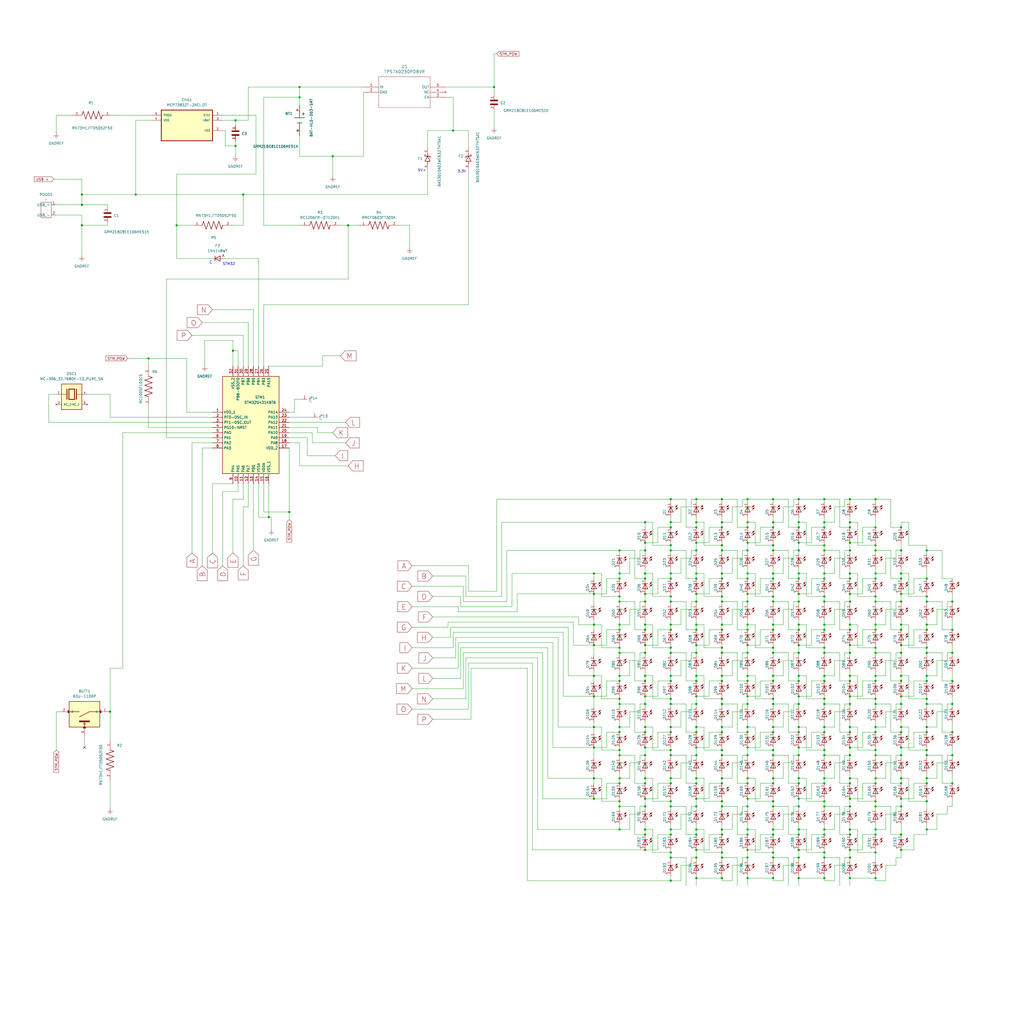
<source format=kicad_sch>
(kicad_sch (version 20250114) (generator "eeschema") (generator_version "9.0")
  (paper "User" 508 508)
  (text "3.3V" (at 229.108 85.09 0) (effects (font (size 1.27 1.27))))
  (text "STM32" (at 113.538 131.064 0) (effects (font (size 1.27 1.27))))
  (text "C" (at 104.648 130.302 0) (effects (font (size 1.27 1.27))))
  (text "A" (at 110.744 127 0) (effects (font (size 1.27 1.27))))
  (text "5V+" (at 209.296 84.582 0) (effects (font (size 1.27 1.27))))
  (junction (at 358.14 435.61))
  (junction (at 434.34 411.48))
  (junction (at 332.74 298.45))
  (junction (at 370.84 370.84))
  (junction (at 345.44 360.68))
  (junction (at 421.64 374.65))
  (junction (at 408.94 386.08))
  (junction (at 383.54 298.45))
  (junction (at 370.84 247.65))
  (junction (at 396.24 287.02))
  (junction (at 459.74 363.22))
  (junction (at 434.34 372.11))
  (junction (at 459.74 397.51))
  (junction (at 408.94 273.05))
  (junction (at 421.64 400.05))
  (junction (at 408.94 425.45))
  (junction (at 294.64 309.88))
  (junction (at 345.44 320.04))
  (junction (at 358.14 386.08))
  (junction (at 307.34 273.05))
  (junction (at 383.54 323.85))
  (junction (at 383.54 349.25))
  (junction (at 332.74 374.65))
  (junction (at 434.34 287.02))
  (junction (at 320.04 360.68))
  (junction (at 447.04 273.05))
  (junction (at 358.14 388.62))
  (junction (at 396.24 294.64))
  (junction (at 307.34 360.68))
  (junction (at 421.64 435.61))
  (junction (at 370.84 335.28))
  (junction (at 345.44 273.05))
  (junction (at 396.24 261.62))
  (junction (at 320.04 374.65))
  (junction (at 332.74 346.71))
  (junction (at 421.64 294.64))
  (junction (at 370.84 309.88))
  (junction (at 459.74 312.42))
  (junction (at 383.54 287.02))
  (junction (at 447.04 386.08))
  (junction (at 332.74 436.88))
  (junction (at 408.94 400.05))
  (junction (at 307.34 374.65))
  (junction (at 307.34 309.88))
  (junction (at 408.94 309.88))
  (junction (at 383.54 321.31))
  (junction (at 358.14 261.62))
  (junction (at 421.64 388.62))
  (junction (at 332.74 259.08))
  (junction (at 40.64 101.6))
  (junction (at 421.64 363.22))
  (junction (at 345.44 374.65))
  (junction (at 472.44 298.45))
  (junction (at 320.04 312.42))
  (junction (at 396.24 309.88))
  (junction (at 294.64 294.64))
  (junction (at 332.74 414.02))
  (junction (at 358.14 374.65))
  (junction (at 320.04 396.24))
  (junction (at 307.34 298.45))
  (junction (at 358.14 287.02))
  (junction (at 370.84 345.44))
  (junction (at 320.04 259.08))
  (junction (at 307.34 321.31))
  (junction (at 332.74 287.02))
  (junction (at 345.44 370.84))
  (junction (at 358.14 273.05))
  (junction (at 370.84 273.05))
  (junction (at 383.54 386.08))
  (junction (at 332.74 261.62))
  (junction (at 345.44 298.45))
  (junction (at 447.04 298.45))
  (junction (at 345.44 323.85))
  (junction (at 434.34 388.62))
  (junction (at 332.74 397.51))
  (junction (at 345.44 425.45))
  (junction (at 320.04 337.82))
  (junction (at 320.04 421.64))
  (junction (at 358.14 400.05))
  (junction (at 224.79 64.77))
  (junction (at 383.54 295.91))
  (junction (at 294.64 396.24))
  (junction (at 307.34 363.22))
  (junction (at 67.31 96.52))
  (junction (at 320.04 294.64))
  (junction (at 447.04 374.65))
  (junction (at 332.74 312.42))
  (junction (at 294.64 284.48))
  (junction (at 447.04 320.04))
  (junction (at 307.34 400.05))
  (junction (at 421.64 259.08))
  (junction (at 358.14 337.82))
  (junction (at 320.04 363.22))
  (junction (at 345.44 388.62))
  (junction (at 459.74 388.62))
  (junction (at 421.64 335.28))
  (junction (at 133.35 256.54))
  (junction (at 307.34 323.85))
  (junction (at 307.34 349.25))
  (junction (at 408.94 312.42))
  (junction (at 383.54 335.28))
  (junction (at 396.24 425.45))
  (junction (at 396.24 335.28))
  (junction (at 383.54 422.91))
  (junction (at 421.64 320.04))
  (junction (at 421.64 269.24))
  (junction (at 421.64 425.45))
  (junction (at 434.34 337.82))
  (junction (at 40.64 96.52))
  (junction (at 408.94 414.02))
  (junction (at 408.94 323.85))
  (junction (at 294.64 320.04))
  (junction (at 345.44 411.48))
  (junction (at 459.74 374.65))
  (junction (at 370.84 320.04))
  (junction (at 307.34 372.11))
  (junction (at 358.14 349.25))
  (junction (at 447.04 335.28))
  (junction (at 245.11 43.18))
  (junction (at 459.74 298.45))
  (junction (at 396.24 323.85))
  (junction (at 447.04 337.82))
  (junction (at 370.84 284.48))
  (junction (at 472.44 323.85))
  (junction (at 408.94 388.62))
  (junction (at 421.64 414.02))
  (junction (at 396.24 363.22))
  (junction (at 383.54 397.51))
  (junction (at 383.54 312.42))
  (junction (at 421.64 370.84))
  (junction (at 421.64 261.62))
  (junction (at 383.54 273.05))
  (junction (at 396.24 247.65))
  (junction (at 421.64 349.25))
  (junction (at 383.54 414.02))
  (junction (at 332.74 422.91))
  (junction (at 472.44 388.62))
  (junction (at 408.94 346.71))
  (junction (at 383.54 247.65))
  (junction (at 358.14 397.51))
  (junction (at 434.34 323.85))
  (junction (at 434.34 346.71))
  (junction (at 459.74 386.08))
  (junction (at 358.14 335.28))
  (junction (at 447.04 363.22))
  (junction (at 332.74 284.48))
  (junction (at 396.24 435.61))
  (junction (at 396.24 396.24))
  (junction (at 421.64 287.02))
  (junction (at 447.04 287.02))
  (junction (at 396.24 269.24))
  (junction (at 307.34 346.71))
  (junction (at 396.24 370.84))
  (junction (at 421.64 396.24))
  (junction (at 332.74 360.68))
  (junction (at 115.57 173.99))
  (junction (at 320.04 345.44))
  (junction (at 472.44 337.82))
  (junction (at 332.74 363.22))
  (junction (at 383.54 270.51))
  (junction (at 307.34 284.48))
  (junction (at 383.54 259.08))
  (junction (at 408.94 261.62))
  (junction (at 383.54 309.88))
  (junction (at 396.24 273.05))
  (junction (at 408.94 360.68))
  (junction (at 408.94 397.51))
  (junction (at 459.74 321.31))
  (junction (at 396.24 345.44))
  (junction (at 320.04 400.05))
  (junction (at 332.74 337.82))
  (junction (at 320.04 269.24))
  (junction (at 370.84 421.64))
  (junction (at 320.04 284.48))
  (junction (at 434.34 363.22))
  (junction (at 120.65 96.52))
  (junction (at 396.24 414.02))
  (junction (at 396.24 349.25))
  (junction (at 408.94 321.31))
  (junction (at 294.64 370.84))
  (junction (at 370.84 425.45))
  (junction (at 459.74 323.85))
  (junction (at 396.24 411.48))
  (junction (at 434.34 295.91))
  (junction (at 370.84 374.65))
  (junction (at 447.04 421.64))
  (junction (at 370.84 261.62))
  (junction (at 320.04 386.08))
  (junction (at 320.04 273.05))
  (junction (at 383.54 400.05))
  (junction (at 345.44 284.48))
  (junction (at 370.84 386.08))
  (junction (at 358.14 414.02))
  (junction (at 472.44 312.42))
  (junction (at 370.84 323.85))
  (junction (at 332.74 270.51))
  (junction (at 87.63 111.76))
  (junction (at 408.94 374.65))
  (junction (at 370.84 337.82))
  (junction (at 408.94 284.48))
  (junction (at 408.94 422.91))
  (junction (at 421.64 284.48))
  (junction (at 383.54 425.45))
  (junction (at 408.94 335.28))
  (junction (at 447.04 360.68))
  (junction (at 294.64 335.28))
  (junction (at 40.64 111.76))
  (junction (at 421.64 247.65))
  (junction (at 434.34 400.05))
  (junction (at 320.04 298.45))
  (junction (at 320.04 320.04))
  (junction (at 459.74 411.48))
  (junction (at 320.04 349.25))
  (junction (at 421.64 323.85))
  (junction (at 447.04 345.44))
  (junction (at 172.72 111.76))
  (junction (at 459.74 372.11))
  (junction (at 421.64 312.42))
  (junction (at 370.84 312.42))
  (junction (at 320.04 370.84))
  (junction (at 396.24 298.45))
  (junction (at 447.04 396.24))
  (junction (at 54.61 353.06))
  (junction (at 408.94 298.45))
  (junction (at 459.74 309.88))
  (junction (at 307.34 287.02))
  (junction (at 396.24 320.04))
  (junction (at 459.74 273.05))
  (junction (at 408.94 247.65))
  (junction (at 345.44 259.08))
  (junction (at 447.04 294.64))
  (junction (at 370.84 360.68))
  (junction (at 320.04 335.28))
  (junction (at 447.04 400.05))
  (junction (at 358.14 372.11))
  (junction (at 116.84 72.39))
  (junction (at 358.14 270.51))
  (junction (at 370.84 349.25))
  (junction (at 447.04 414.02))
  (junction (at 434.34 349.25))
  (junction (at 421.64 360.68))
  (junction (at 447.04 312.42))
  (junction (at 396.24 360.68))
  (junction (at 396.24 386.08))
  (junction (at 116.84 59.69))
  (junction (at 345.44 386.08))
  (junction (at 459.74 349.25))
  (junction (at 332.74 386.08))
  (junction (at 370.84 287.02))
  (junction (at 332.74 372.11))
  (junction (at 421.64 345.44))
  (junction (at 370.84 411.48))
  (junction (at 358.14 259.08))
  (junction (at 434.34 386.08))
  (junction (at 332.74 400.05))
  (junction (at 447.04 349.25))
  (junction (at 358.14 284.48))
  (junction (at 472.44 349.25))
  (junction (at 345.44 421.64))
  (junction (at 421.64 298.45))
  (junction (at 294.64 345.44))
  (junction (at 358.14 411.48))
  (junction (at 434.34 270.51))
  (junction (at 345.44 337.82))
  (junction (at 358.14 312.42))
  (junction (at 434.34 321.31))
  (junction (at 383.54 374.65))
  (junction (at 332.74 273.05))
  (junction (at 408.94 259.08))
  (junction (at 447.04 388.62))
  (junction (at 370.84 396.24))
  (junction (at 434.34 284.48))
  (junction (at 383.54 363.22))
  (junction (at 332.74 388.62))
  (junction (at 421.64 421.64))
  (junction (at 421.64 337.82))
  (junction (at 434.34 335.28))
  (junction (at 396.24 337.82))
  (junction (at 434.34 422.91))
  (junction (at 345.44 349.25))
  (junction (at 358.14 425.45))
  (junction (at 345.44 435.61))
  (junction (at 434.34 309.88))
  (junction (at 370.84 269.24))
  (junction (at 345.44 269.24))
  (junction (at 434.34 273.05))
  (junction (at 332.74 335.28))
  (junction (at 345.44 309.88))
  (junction (at 370.84 363.22))
  (junction (at 307.34 295.91))
  (junction (at 383.54 411.48))
  (junction (at 320.04 388.62))
  (junction (at 396.24 259.08))
  (junction (at 408.94 287.02))
  (junction (at 383.54 435.61))
  (junction (at 294.64 360.68))
  (junction (at 345.44 335.28))
  (junction (at 294.64 386.08))
  (junction (at 396.24 400.05))
  (junction (at 358.14 346.71))
  (junction (at 345.44 287.02))
  (junction (at 370.84 414.02))
  (junction (at 447.04 323.85))
  (junction (at 408.94 411.48))
  (junction (at 332.74 323.85))
  (junction (at 332.74 247.65))
  (junction (at 358.14 295.91))
  (junction (at 434.34 360.68))
  (junction (at 383.54 372.11))
  (junction (at 307.34 337.82))
  (junction (at 434.34 374.65))
  (junction (at 345.44 247.65))
  (junction (at 358.14 363.22))
  (junction (at 447.04 309.88))
  (junction (at 148.59 48.26))
  (junction (at 320.04 287.02))
  (junction (at 370.84 400.05))
  (junction (at 396.24 284.48))
  (junction (at 447.04 284.48))
  (junction (at 383.54 346.71))
  (junction (at 408.94 363.22))
  (junction (at 320.04 323.85))
  (junction (at 307.34 411.48))
  (junction (at 345.44 396.24))
  (junction (at 472.44 363.22))
  (junction (at 383.54 388.62))
  (junction (at 345.44 312.42))
  (junction (at 434.34 261.62))
  (junction (at 396.24 312.42))
  (junction (at 345.44 294.64))
  (junction (at 459.74 346.71))
  (junction (at 459.74 337.82))
  (junction (at 370.84 388.62))
  (junction (at 383.54 337.82))
  (junction (at 434.34 435.61))
  (junction (at 370.84 294.64))
  (junction (at 345.44 261.62))
  (junction (at 383.54 360.68))
  (junction (at 459.74 287.02))
  (junction (at 434.34 397.51))
  (junction (at 370.84 259.08))
  (junction (at 332.74 309.88))
  (junction (at 332.74 295.91))
  (junction (at 307.34 388.62))
  (junction (at 434.34 414.02))
  (junction (at 370.84 435.61))
  (junction (at 358.14 298.45))
  (junction (at 345.44 345.44))
  (junction (at 459.74 335.28))
  (junction (at 408.94 435.61))
  (junction (at 358.14 247.65))
  (junction (at 332.74 425.45))
  (junction (at 307.34 312.42))
  (junction (at 434.34 312.42))
  (junction (at 345.44 414.02))
  (junction (at 320.04 411.48))
  (junction (at 307.34 335.28))
  (junction (at 320.04 309.88))
  (junction (at 472.44 374.65))
  (junction (at 73.66 177.8))
  (junction (at 345.44 400.05))
  (junction (at 148.59 43.18))
  (junction (at 307.34 397.51))
  (junction (at 370.84 298.45))
  (junction (at 396.24 421.64))
  (junction (at 143.51 254))
  (junction (at 358.14 360.68))
  (junction (at 383.54 261.62))
  (junction (at 421.64 309.88))
  (junction (at 421.64 273.05))
  (junction (at 408.94 337.82))
  (junction (at 358.14 321.31))
  (junction (at 434.34 247.65))
  (junction (at 307.34 386.08))
  (junction (at 383.54 284.48))
  (junction (at 320.04 414.02))
  (junction (at 408.94 372.11))
  (junction (at 358.14 323.85))
  (junction (at 408.94 295.91))
  (junction (at 434.34 298.45))
  (junction (at 332.74 349.25))
  (junction (at 459.74 295.91))
  (junction (at 447.04 261.62))
  (junction (at 332.74 321.31))
  (junction (at 459.74 360.68))
  (junction (at 358.14 422.91))
  (junction (at 358.14 309.88))
  (junction (at 332.74 411.48))
  (junction (at 447.04 370.84))
  (junction (at 165.1 77.47))
  (junction (at 408.94 270.51))
  (junction (at 396.24 388.62))
  (junction (at 396.24 374.65))
  (junction (at 421.64 386.08))
  (junction (at 421.64 411.48))
  (junction (at 408.94 349.25))
  (junction (at 345.44 363.22))
  (no_connect (at 41.91 370.84))
  (wire (pts (xy 427.99 261.62) (xy 434.34 261.62)))
  (wire (pts (xy 345.44 434.34) (xy 345.44 435.61)))
  (wire (pts (xy 323.85 360.68) (xy 323.85 372.11)))
  (wire (pts (xy 459.74 408.94) (xy 459.74 411.48)))
  (wire (pts (xy 419.1 403.86) (xy 419.1 400.05)))
  (wire (pts (xy 323.85 346.71) (xy 332.74 346.71)))
  (wire (pts (xy 444.5 378.46) (xy 444.5 374.65)))
  (wire (pts (xy 427.99 363.22) (xy 427.99 370.84)))
  (wire (pts (xy 332.74 350.52) (xy 332.74 349.25)))
  (wire (pts (xy 320.04 421.64) (xy 326.39 421.64)))
  (wire (pts (xy 307.34 299.72) (xy 307.34 298.45)))
  (wire (pts (xy 111.76 72.39) (xy 116.84 72.39)))
  (wire (pts (xy 370.84 332.74) (xy 370.84 335.28)))
  (wire (pts (xy 340.36 388.62) (xy 345.44 388.62)))
  (wire (pts (xy 116.84 59.69) (xy 116.84 62.23)))
  (wire (pts (xy 358.14 386.08) (xy 358.14 388.62)))
  (wire (pts (xy 148.59 48.26) (xy 130.81 48.26)))
  (wire (pts (xy 374.65 295.91) (xy 383.54 295.91)))
  (wire (pts (xy 203.2 111.76) (xy 203.2 123.19)))
  (wire (pts (xy 434.34 360.68) (xy 439.42 360.68)))
  (wire (pts (xy 294.64 309.88) (xy 287.02 309.88)))
  (wire (pts (xy 326.39 287.02) (xy 332.74 287.02)))
  (wire (pts (xy 55.88 57.15) (xy 74.93 57.15)))
  (wire (pts (xy 365.76 349.25) (xy 358.14 349.25)))
  (wire (pts (xy 223.52 311.15) (xy 281.94 311.15)))
  (wire (pts (xy 388.62 360.68) (xy 388.62 353.06)))
  (wire (pts (xy 332.74 299.72) (xy 332.74 298.45)))
  (wire (pts (xy 441.96 298.45) (xy 434.34 298.45)))
  (wire (pts (xy 370.84 421.64) (xy 370.84 425.45)))
  (wire (pts (xy 434.34 435.61) (xy 434.34 436.88)))
  (wire (pts (xy 377.19 337.82) (xy 383.54 337.82)))
  (wire (pts (xy 396.24 345.44) (xy 396.24 349.25)))
  (wire (pts (xy 143.51 207.01) (xy 154.94 207.01)))
  (wire (pts (xy 441.96 374.65) (xy 434.34 374.65)))
  (wire (pts (xy 332.74 396.24) (xy 332.74 397.51)))
  (wire (pts (xy 393.7 302.26) (xy 393.7 298.45)))
  (wire (pts (xy 467.36 298.45) (xy 467.36 312.42)))
  (wire (pts (xy 396.24 360.68) (xy 400.05 360.68)))
  (wire (pts (xy 148.59 77.47) (xy 165.1 77.47)))
  (wire (pts (xy 396.24 349.25) (xy 396.24 350.52)))
  (wire (pts (xy 204.47 321.31) (xy 224.79 321.31)))
  (wire (pts (xy 358.14 372.11) (xy 358.14 374.65)))
  (wire (pts (xy 314.96 337.82) (xy 320.04 337.82)))
  (wire (pts (xy 345.44 421.64) (xy 351.79 421.64)))
  (wire (pts (xy 441.96 374.65) (xy 441.96 388.62)))
  (wire (pts (xy 416.56 374.65) (xy 408.94 374.65)))
  (wire (pts (xy 345.44 396.24) (xy 345.44 400.05)))
  (wire (pts (xy 105.41 217.17) (xy 82.55 217.17)))
  (wire (pts (xy 370.84 421.64) (xy 377.19 421.64)))
  (wire (pts (xy 447.04 269.24) (xy 447.04 273.05)))
  (wire (pts (xy 307.34 309.88) (xy 312.42 309.88)))
  (wire (pts (xy 393.7 251.46) (xy 393.7 247.65)))
  (wire (pts (xy 317.5 298.45) (xy 320.04 298.45)))
  (wire (pts (xy 416.56 273.05) (xy 416.56 287.02)))
  (wire (pts (xy 396.24 383.54) (xy 396.24 386.08)))
  (wire (pts (xy 358.14 358.14) (xy 358.14 360.68)))
  (wire (pts (xy 374.65 346.71) (xy 383.54 346.71)))
  (wire (pts (xy 223.52 316.23) (xy 223.52 311.15)))
  (wire (pts (xy 441.96 298.45) (xy 441.96 312.42)))
  (wire (pts (xy 391.16 400.05) (xy 391.16 414.02)))
  (wire (pts (xy 447.04 309.88) (xy 447.04 312.42)))
  (wire (pts (xy 421.64 360.68) (xy 421.64 363.22)))
  (wire (pts (xy 408.94 332.74) (xy 408.94 335.28)))
  (wire (pts (xy 143.51 254) (xy 143.51 257.81)))
  (wire (pts (xy 363.22 259.08) (xy 363.22 251.46)))
  (wire (pts (xy 421.64 421.64) (xy 421.64 425.45)))
  (wire (pts (xy 294.64 307.34) (xy 294.64 309.88)))
  (wire (pts (xy 434.34 434.34) (xy 434.34 435.61)))
  (wire (pts (xy 391.16 337.82) (xy 396.24 337.82)))
  (wire (pts (xy 365.76 425.45) (xy 365.76 439.42)))
  (wire (pts (xy 447.04 298.45) (xy 447.04 299.72)))
  (wire (pts (xy 307.34 411.48) (xy 312.42 411.48)))
  (wire (pts (xy 427.99 261.62) (xy 427.99 269.24)))
  (wire (pts (xy 340.36 400.05) (xy 332.74 400.05)))
  (wire (pts (xy 434.34 309.88) (xy 439.42 309.88)))
  (wire (pts (xy 408.94 426.72) (xy 408.94 425.45)))
  (wire (pts (xy 377.19 414.02) (xy 383.54 414.02)))
  (wire (pts (xy 467.36 388.62) (xy 472.44 388.62)))
  (wire (pts (xy 229.87 323.85) (xy 269.24 323.85)))
  (wire (pts (xy 464.82 309.88) (xy 464.82 302.26)))
  (wire (pts (xy 130.81 48.26) (xy 130.81 111.76)))
  (wire (pts (xy 396.24 425.45) (xy 396.24 426.72)))
  (wire (pts (xy 421.64 269.24) (xy 421.64 273.05)))
  (wire (pts (xy 332.74 436.88) (xy 337.82 436.88)))
  (wire (pts (xy 419.1 298.45) (xy 421.64 298.45)))
  (wire (pts (xy 116.84 59.69) (xy 123.19 59.69)))
  (wire (pts (xy 439.42 284.48) (xy 439.42 276.86)))
  (wire (pts (xy 340.36 374.65) (xy 340.36 388.62)))
  (wire (pts (xy 307.34 408.94) (xy 307.34 411.48)))
  (wire (pts (xy 345.44 323.85) (xy 345.44 325.12)))
  (wire (pts (xy 358.14 346.71) (xy 358.14 349.25)))
  (wire (pts (xy 400.05 346.71) (xy 408.94 346.71)))
  (wire (pts (xy 370.84 435.61) (xy 383.54 435.61)))
  (wire (pts (xy 383.54 408.94) (xy 383.54 411.48)))
  (wire (pts (xy 374.65 372.11) (xy 383.54 372.11)))
  (wire (pts (xy 320.04 294.64) (xy 320.04 298.45)))
  (wire (pts (xy 123.19 160.02) (xy 123.19 181.61)))
  (wire (pts (xy 370.84 370.84) (xy 377.19 370.84)))
  (wire (pts (xy 204.47 351.79) (xy 232.41 351.79)))
  (wire (pts (xy 332.74 401.32) (xy 332.74 400.05)))
  (wire (pts (xy 337.82 436.88) (xy 337.82 429.26)))
  (wire (pts (xy 370.84 309.88) (xy 374.65 309.88)))
  (wire (pts (xy 421.64 335.28) (xy 425.45 335.28)))
  (wire (pts (xy 383.54 375.92) (xy 383.54 374.65)))
  (wire (pts (xy 345.44 256.54) (xy 345.44 259.08)))
  (wire (pts (xy 374.65 309.88) (xy 374.65 321.31)))
  (wire (pts (xy 314.96 388.62) (xy 320.04 388.62)))
  (wire (pts (xy 345.44 383.54) (xy 345.44 386.08)))
  (wire (pts (xy 370.84 434.34) (xy 370.84 435.61)))
  (wire (pts (xy 402.59 414.02) (xy 408.94 414.02)))
  (wire (pts (xy 358.14 256.54) (xy 358.14 259.08)))
  (wire (pts (xy 67.31 59.69) (xy 67.31 96.52)))
  (wire (pts (xy 408.94 350.52) (xy 408.94 349.25)))
  (wire (pts (xy 332.74 321.31) (xy 332.74 323.85)))
  (wire (pts (xy 337.82 360.68) (xy 337.82 353.06)))
  (wire (pts (xy 419.1 273.05) (xy 421.64 273.05)))
  (wire (pts (xy 298.45 321.31) (xy 307.34 321.31)))
  (wire (pts (xy 323.85 321.31) (xy 332.74 321.31)))
  (wire (pts (xy 232.41 328.93) (xy 264.16 328.93)))
  (wire (pts (xy 232.41 293.37) (xy 246.38 293.37)))
  (wire (pts (xy 447.04 374.65) (xy 447.04 375.92)))
  (wire (pts (xy 320.04 396.24) (xy 320.04 400.05)))
  (wire (pts (xy 434.34 397.51) (xy 434.34 400.05)))
  (wire (pts (xy 229.87 290.83) (xy 229.87 298.45)))
  (wire (pts (xy 115.57 181.61) (xy 115.57 173.99)))
  (wire (pts (xy 345.44 360.68) (xy 349.25 360.68)))
  (wire (pts (xy 447.04 386.08) (xy 447.04 388.62)))
  (wire (pts (xy 349.25 335.28) (xy 349.25 346.71)))
  (wire (pts (xy 368.3 429.26) (xy 368.3 425.45)))
  (wire (pts (xy 408.94 383.54) (xy 408.94 386.08)))
  (wire (pts (xy 374.65 321.31) (xy 383.54 321.31)))
  (wire (pts (xy 294.64 335.28) (xy 281.94 335.28)))
  (wire (pts (xy 345.44 259.08) (xy 345.44 261.62)))
  (wire (pts (xy 294.64 370.84) (xy 300.99 370.84)))
  (wire (pts (xy 127 57.15) (xy 127 86.36)))
  (wire (pts (xy 469.9 323.85) (xy 472.44 323.85)))
  (wire (pts (xy 439.42 411.48) (xy 439.42 403.86)))
  (wire (pts (xy 391.16 374.65) (xy 383.54 374.65)))
  (wire (pts (xy 383.54 411.48) (xy 383.54 414.02)))
  (wire (pts (xy 416.56 323.85) (xy 408.94 323.85)))
  (wire (pts (xy 345.44 298.45) (xy 345.44 299.72)))
  (wire (pts (xy 425.45 360.68) (xy 425.45 372.11)))
  (wire (pts (xy 447.04 294.64) (xy 453.39 294.64)))
  (wire (pts (xy 447.04 358.14) (xy 447.04 360.68)))
  (wire (pts (xy 393.7 378.46) (xy 393.7 374.65)))
  (wire (pts (xy 464.82 411.48) (xy 464.82 403.86)))
  (wire (pts (xy 345.44 370.84) (xy 351.79 370.84)))
  (wire (pts (xy 60.96 331.47) (xy 60.96 214.63)))
  (wire (pts (xy 115.57 247.65) (xy 115.57 274.32)))
  (wire (pts (xy 464.82 353.06) (xy 469.9 353.06)))
  (wire (pts (xy 469.9 374.65) (xy 472.44 374.65)))
  (wire (pts (xy 143.51 219.71) (xy 148.59 219.71)))
  (wire (pts (xy 388.62 429.26) (xy 393.7 429.26)))
  (wire (pts (xy 212.09 64.77) (xy 224.79 64.77)))
  (wire (pts (xy 383.54 435.61) (xy 383.54 436.88)))
  (wire (pts (xy 421.64 345.44) (xy 421.64 349.25)))
  (wire (pts (xy 421.64 345.44) (xy 427.99 345.44)))
  (wire (pts (xy 332.74 270.51) (xy 332.74 273.05)))
  (wire (pts (xy 393.7 298.45) (xy 396.24 298.45)))
  (wire (pts (xy 459.74 360.68) (xy 459.74 363.22)))
  (wire (pts (xy 370.84 411.48) (xy 370.84 414.02)))
  (wire (pts (xy 391.16 273.05) (xy 391.16 287.02)))
  (wire (pts (xy 332.74 269.24) (xy 332.74 270.51)))
  (wire (pts (xy 434.34 332.74) (xy 434.34 335.28)))
  (wire (pts (xy 408.94 360.68) (xy 414.02 360.68)))
  (wire (pts (xy 441.96 247.65) (xy 434.34 247.65)))
  (wire (pts (xy 40.64 88.9) (xy 40.64 96.52)))
  (wire (pts (xy 368.3 353.06) (xy 368.3 349.25)))
  (wire (pts (xy 294.64 360.68) (xy 294.64 363.22)))
  (wire (pts (xy 441.96 349.25) (xy 434.34 349.25)))
  (wire (pts (xy 388.62 251.46) (xy 393.7 251.46)))
  (wire (pts (xy 368.3 302.26) (xy 368.3 298.45)))
  (wire (pts (xy 459.74 383.54) (xy 459.74 386.08)))
  (wire (pts (xy 434.34 269.24) (xy 434.34 270.51)))
  (wire (pts (xy 204.47 311.15) (xy 222.25 311.15)))
  (wire (pts (xy 421.64 374.65) (xy 421.64 375.92)))
  (wire (pts (xy 427.99 337.82) (xy 434.34 337.82)))
  (wire (pts (xy 400.05 284.48) (xy 400.05 295.91)))
  (wire (pts (xy 120.65 111.76) (xy 120.65 96.52)))
  (wire (pts (xy 427.99 287.02) (xy 434.34 287.02)))
  (wire (pts (xy 408.94 435.61) (xy 408.94 436.88)))
  (wire (pts (xy 345.44 247.65) (xy 358.14 247.65)))
  (wire (pts (xy 307.34 284.48) (xy 307.34 287.02)))
  (wire (pts (xy 391.16 287.02) (xy 396.24 287.02)))
  (wire (pts (xy 300.99 312.42) (xy 300.99 320.04)))
  (wire (pts (xy 396.24 247.65) (xy 408.94 247.65)))
  (wire (pts (xy 284.48 320.04) (xy 284.48 308.61)))
  (wire (pts (xy 365.76 298.45) (xy 358.14 298.45)))
  (wire (pts (xy 393.7 349.25) (xy 396.24 349.25)))
  (wire (pts (xy 264.16 421.64) (xy 264.16 328.93)))
  (wire (pts (xy 425.45 335.28) (xy 425.45 346.71)))
  (wire (pts (xy 419.1 349.25) (xy 421.64 349.25)))
  (wire (pts (xy 425.45 386.08) (xy 425.45 397.51)))
  (wire (pts (xy 396.24 335.28) (xy 400.05 335.28)))
  (wire (pts (xy 408.94 274.32) (xy 408.94 273.05)))
  (wire (pts (xy 312.42 276.86) (xy 317.5 276.86)))
  (wire (pts (xy 450.85 259.08) (xy 450.85 270.51)))
  (wire (pts (xy 441.96 247.65) (xy 441.96 261.62)))
  (wire (pts (xy 439.42 378.46) (xy 444.5 378.46)))
  (wire (pts (xy 24.13 209.55) (xy 105.41 209.55)))
  (wire (pts (xy 396.24 307.34) (xy 396.24 309.88)))
  (wire (pts (xy 421.64 284.48) (xy 425.45 284.48)))
  (wire (pts (xy 425.45 411.48) (xy 425.45 422.91)))
  (wire (pts (xy 323.85 284.48) (xy 323.85 295.91)))
  (wire (pts (xy 396.24 435.61) (xy 408.94 435.61)))
  (wire (pts (xy 447.04 396.24) (xy 453.39 396.24)))
  (wire (pts (xy 73.66 177.8) (xy 73.66 181.61)))
  (wire (pts (xy 232.41 280.67) (xy 232.41 293.37)))
  (wire (pts (xy 294.64 358.14) (xy 294.64 360.68)))
  (wire (pts (xy 294.64 294.64) (xy 256.54 294.64)))
  (wire (pts (xy 307.34 401.32) (xy 307.34 400.05)))
  (wire (pts (xy 358.14 307.34) (xy 358.14 309.88)))
  (wire (pts (xy 421.64 294.64) (xy 421.64 298.45)))
  (wire (pts (xy 294.64 320.04) (xy 300.99 320.04)))
  (wire (pts (xy 421.64 298.45) (xy 421.64 299.72)))
  (wire (pts (xy 444.5 400.05) (xy 447.04 400.05)))
  (wire (pts (xy 396.24 323.85) (xy 396.24 325.12)))
  (wire (pts (xy 400.05 360.68) (xy 400.05 372.11)))
  (wire (pts (xy 226.06 326.39) (xy 226.06 316.23)))
  (wire (pts (xy 152.4 217.17) (xy 152.4 226.06)))
  (wire (pts (xy 450.85 335.28) (xy 450.85 346.71)))
  (wire (pts (xy 467.36 323.85) (xy 467.36 337.82)))
  (wire (pts (xy 320.04 309.88) (xy 320.04 312.42)))
  (wire (pts (xy 54.61 353.06) (xy 54.61 367.03)))
  (wire (pts (xy 447.04 370.84) (xy 447.04 374.65)))
  (wire (pts (xy 441.96 337.82) (xy 447.04 337.82)))
  (wire (pts (xy 447.04 294.64) (xy 447.04 298.45)))
  (wire (pts (xy 342.9 247.65) (xy 345.44 247.65)))
  (wire (pts (xy 447.04 281.94) (xy 447.04 284.48)))
  (wire (pts (xy 232.41 73.66) (xy 232.41 64.77)))
  (wire (pts (xy 345.44 309.88) (xy 349.25 309.88)))
  (wire (pts (xy 118.11 181.61) (xy 118.11 173.99)))
  (wire (pts (xy 444.5 276.86) (xy 444.5 273.05)))
  (wire (pts (xy 469.9 403.86) (xy 469.9 400.05)))
  (wire (pts (xy 130.81 240.03) (xy 130.81 254)))
  (wire (pts (xy 391.16 323.85) (xy 391.16 337.82)))
  (wire (pts (xy 408.94 284.48) (xy 414.02 284.48)))
  (wire (pts (xy 365.76 425.45) (xy 358.14 425.45)))
  (wire (pts (xy 421.64 335.28) (xy 421.64 337.82)))
  (wire (pts (xy 447.04 284.48) (xy 447.04 287.02)))
  (wire (pts (xy 358.14 299.72) (xy 358.14 298.45)))
  (wire (pts (xy 317.5 374.65) (xy 320.04 374.65)))
  (wire (pts (xy 427.99 414.02) (xy 434.34 414.02)))
  (wire (pts (xy 453.39 363.22) (xy 453.39 370.84)))
  (wire (pts (xy 358.14 320.04) (xy 358.14 321.31)))
  (wire (pts (xy 128.27 128.27) (xy 128.27 181.61)))
  (wire (pts (xy 393.7 403.86) (xy 393.7 400.05)))
  (wire (pts (xy 391.16 363.22) (xy 396.24 363.22)))
  (wire (pts (xy 345.44 396.24) (xy 351.79 396.24)))
  (wire (pts (xy 393.7 276.86) (xy 393.7 273.05)))
  (wire (pts (xy 73.66 212.09) (xy 105.41 212.09)))
  (wire (pts (xy 363.22 436.88) (xy 363.22 429.26)))
  (wire (pts (xy 377.19 363.22) (xy 383.54 363.22)))
  (wire (pts (xy 307.34 309.88) (xy 307.34 312.42)))
  (wire (pts (xy 459.74 335.28) (xy 459.74 337.82)))
  (wire (pts (xy 40.64 101.6) (xy 53.34 101.6)))
  (wire (pts (xy 383.54 335.28) (xy 383.54 337.82)))
  (wire (pts (xy 421.64 256.54) (xy 421.64 259.08)))
  (wire (pts (xy 408.94 360.68) (xy 408.94 363.22)))
  (wire (pts (xy 320.04 284.48) (xy 323.85 284.48)))
  (wire (pts (xy 396.24 256.54) (xy 396.24 259.08)))
  (wire (pts (xy 365.76 287.02) (xy 370.84 287.02)))
  (wire (pts (xy 320.04 281.94) (xy 320.04 284.48)))
  (wire (pts (xy 416.56 273.05) (xy 408.94 273.05)))
  (wire (pts (xy 388.62 386.08) (xy 388.62 378.46)))
  (wire (pts (xy 342.9 400.05) (xy 345.44 400.05)))
  (wire (pts (xy 439.42 436.88) (xy 439.42 429.26)))
  (wire (pts (xy 345.44 370.84) (xy 345.44 374.65)))
  (wire (pts (xy 294.64 284.48) (xy 298.45 284.48)))
  (wire (pts (xy 229.87 341.63) (xy 229.87 323.85)))
  (wire (pts (xy 351.79 337.82) (xy 358.14 337.82)))
  (wire (pts (xy 320.04 386.08) (xy 320.04 388.62)))
  (wire (pts (xy 358.14 284.48) (xy 363.22 284.48)))
  (wire (pts (xy 434.34 284.48) (xy 434.34 287.02)))
  (wire (pts (xy 358.14 274.32) (xy 358.14 273.05)))
  (wire (pts (xy 377.19 388.62) (xy 377.19 396.24)))
  (wire (pts (xy 266.7 411.48) (xy 266.7 326.39)))
  (wire (pts (xy 383.54 335.28) (xy 388.62 335.28)))
  (wire (pts (xy 363.22 276.86) (xy 368.3 276.86)))
  (wire (pts (xy 231.14 295.91) (xy 248.92 295.91)))
  (wire (pts (xy 459.74 411.48) (xy 459.74 414.02)))
  (wire (pts (xy 204.47 341.63) (xy 229.87 341.63)))
  (wire (pts (xy 425.45 346.71) (xy 434.34 346.71)))
  (wire (pts (xy 351.79 312.42) (xy 351.79 320.04)))
  (wire (pts (xy 419.1 378.46) (xy 419.1 374.65)))
  (wire (pts (xy 160.02 176.53) (xy 160.02 181.61)))
  (wire (pts (xy 363.22 284.48) (xy 363.22 276.86)))
  (wire (pts (xy 459.74 396.24) (xy 459.74 397.51)))
  (wire (pts (xy 370.84 247.65) (xy 370.84 248.92)))
  (wire (pts (xy 365.76 298.45) (xy 365.76 312.42)))
  (wire (pts (xy 416.56 400.05) (xy 416.56 414.02)))
  (wire (pts (xy 294.64 335.28) (xy 298.45 335.28)))
  (wire (pts (xy 447.04 386.08) (xy 450.85 386.08)))
  (wire (pts (xy 320.04 396.24) (xy 326.39 396.24)))
  (wire (pts (xy 312.42 386.08) (xy 312.42 378.46)))
  (wire (pts (xy 298.45 386.08) (xy 298.45 397.51)))
  (wire (pts (xy 326.39 312.42) (xy 326.39 320.04)))
  (wire (pts (xy 320.04 309.88) (xy 323.85 309.88)))
  (wire (pts (xy 441.96 323.85) (xy 441.96 337.82)))
  (wire (pts (xy 345.44 294.64) (xy 351.79 294.64)))
  (wire (pts (xy 245.11 26.67) (xy 246.38 26.67)))
  (wire (pts (xy 307.34 397.51) (xy 307.34 400.05)))
  (wire (pts (xy 351.79 388.62) (xy 351.79 396.24)))
  (wire (pts (xy 393.7 327.66) (xy 393.7 323.85)))
  (wire (pts (xy 212.09 64.77) (xy 212.09 73.66)))
  (wire (pts (xy 349.25 422.91) (xy 358.14 422.91)))
  (wire (pts (xy 342.9 403.86) (xy 342.9 400.05)))
  (wire (pts (xy 320.04 335.28) (xy 323.85 335.28)))
  (wire (pts (xy 427.99 312.42) (xy 434.34 312.42)))
  (wire (pts (xy 363.22 378.46) (xy 368.3 378.46)))
  (wire (pts (xy 363.22 429.26) (xy 368.3 429.26)))
  (wire (pts (xy 439.42 353.06) (xy 444.5 353.06)))
  (wire (pts (xy 464.82 335.28) (xy 464.82 327.66)))
  (wire (pts (xy 317.5 327.66) (xy 317.5 323.85)))
  (wire (pts (xy 396.24 435.61) (xy 396.24 439.42)))
  (wire (pts (xy 307.34 396.24) (xy 307.34 397.51)))
  (wire (pts (xy 408.94 386.08) (xy 414.02 386.08)))
  (wire (pts (xy 332.74 345.44) (xy 332.74 346.71)))
  (wire (pts (xy 320.04 360.68) (xy 323.85 360.68)))
  (wire (pts (xy 419.1 323.85) (xy 421.64 323.85)))
  (wire (pts (xy 326.39 312.42) (xy 332.74 312.42)))
  (wire (pts (xy 459.74 375.92) (xy 459.74 374.65)))
  (wire (pts (xy 396.24 247.65) (xy 396.24 248.92)))
  (wire (pts (xy 332.74 346.71) (xy 332.74 349.25)))
  (wire (pts (xy 358.14 435.61) (xy 358.14 436.88)))
  (wire (pts (xy 408.94 408.94) (xy 408.94 411.48)))
  (wire (pts (xy 245.11 54.61) (xy 245.11 63.5)))
  (wire (pts (xy 148.59 52.07) (xy 148.59 48.26)))
  (wire (pts (xy 402.59 337.82) (xy 408.94 337.82)))
  (wire (pts (xy 363.22 403.86) (xy 368.3 403.86)))
  (wire (pts (xy 414.02 386.08) (xy 414.02 378.46)))
  (wire (pts (xy 157.48 214.63) (xy 165.1 214.63)))
  (wire (pts (xy 370.84 400.05) (xy 370.84 401.32)))
  (wire (pts (xy 120.65 96.52) (xy 212.09 96.52)))
  (wire (pts (xy 245.11 43.18) (xy 245.11 46.99)))
  (wire (pts (xy 337.82 251.46) (xy 342.9 251.46)))
  (wire (pts (xy 383.54 350.52) (xy 383.54 349.25)))
  (wire (pts (xy 307.34 273.05) (xy 251.46 273.05)))
  (wire (pts (xy 419.1 400.05) (xy 421.64 400.05)))
  (wire (pts (xy 383.54 360.68) (xy 383.54 363.22)))
  (wire (pts (xy 447.04 396.24) (xy 447.04 400.05)))
  (wire (pts (xy 421.64 425.45) (xy 421.64 426.72)))
  (wire (pts (xy 459.74 372.11) (xy 459.74 374.65)))
  (wire (pts (xy 345.44 400.05) (xy 345.44 401.32)))
  (wire (pts (xy 314.96 400.05) (xy 307.34 400.05)))
  (wire (pts (xy 125.73 153.67) (xy 125.73 181.61)))
  (wire (pts (xy 365.76 337.82) (xy 370.84 337.82)))
  (wire (pts (xy 365.76 273.05) (xy 365.76 287.02)))
  (wire (pts (xy 345.44 435.61) (xy 345.44 439.42)))
  (wire (pts (xy 419.1 302.26) (xy 419.1 298.45)))
  (wire (pts (xy 408.94 309.88) (xy 408.94 312.42)))
  (wire (pts (xy 332.74 335.28) (xy 332.74 337.82)))
  (wire (pts (xy 82.55 217.17) (xy 82.55 138.43)))
  (wire (pts (xy 358.14 259.08) (xy 358.14 261.62)))
  (wire (pts (xy 368.3 374.65) (xy 370.84 374.65)))
  (wire (pts (xy 444.5 429.26) (xy 444.5 425.45)))
  (wire (pts (xy 358.14 259.08) (xy 363.22 259.08)))
  (wire (pts (xy 447.04 323.85) (xy 447.04 325.12)))
  (wire (pts (xy 467.36 374.65) (xy 467.36 388.62)))
  (wire (pts (xy 434.34 299.72) (xy 434.34 298.45)))
  (wire (pts (xy 130.81 151.13) (xy 232.41 151.13)))
  (wire (pts (xy 450.85 309.88) (xy 450.85 321.31)))
  (wire (pts (xy 27.94 57.15) (xy 27.94 66.04)))
  (wire (pts (xy 345.44 386.08) (xy 349.25 386.08)))
  (wire (pts (xy 363.22 411.48) (xy 363.22 403.86)))
  (wire (pts (xy 294.64 320.04) (xy 294.64 325.12)))
  (wire (pts (xy 214.63 346.71) (xy 231.14 346.71)))
  (wire (pts (xy 358.14 284.48) (xy 358.14 287.02)))
  (wire (pts (xy 220.98 48.26) (xy 224.79 48.26)))
  (wire (pts (xy 314.96 273.05) (xy 314.96 287.02)))
  (wire (pts (xy 383.54 259.08) (xy 383.54 261.62)))
  (wire (pts (xy 416.56 400.05) (xy 408.94 400.05)))
  (wire (pts (xy 54.61 387.35) (xy 54.61 401.32)))
  (wire (pts (xy 233.68 331.47) (xy 233.68 356.87)))
  (wire (pts (xy 358.14 345.44) (xy 358.14 346.71)))
  (wire (pts (xy 148.59 231.14) (xy 172.72 231.14)))
  (wire (pts (xy 472.44 332.74) (xy 472.44 337.82)))
  (wire (pts (xy 414.02 403.86) (xy 419.1 403.86)))
  (wire (pts (xy 224.79 313.69) (xy 279.4 313.69)))
  (wire (pts (xy 87.63 111.76) (xy 87.63 128.27)))
  (wire (pts (xy 421.64 259.08) (xy 421.64 261.62)))
  (wire (pts (xy 434.34 372.11) (xy 434.34 374.65)))
  (wire (pts (xy 370.84 345.44) (xy 370.84 349.25)))
  (wire (pts (xy 370.84 374.65) (xy 370.84 375.92)))
  (wire (pts (xy 228.6 321.31) (xy 228.6 336.55)))
  (wire (pts (xy 447.04 259.08) (xy 447.04 261.62)))
  (wire (pts (xy 447.04 309.88) (xy 450.85 309.88)))
  (wire (pts (xy 434.34 281.94) (xy 434.34 284.48)))
  (wire (pts (xy 408.94 434.34) (xy 408.94 435.61)))
  (wire (pts (xy 370.84 386.08) (xy 370.84 388.62)))
  (wire (pts (xy 358.14 281.94) (xy 358.14 284.48)))
  (wire (pts (xy 416.56 349.25) (xy 416.56 363.22)))
  (wire (pts (xy 320.04 307.34) (xy 320.04 309.88)))
  (wire (pts (xy 345.44 435.61) (xy 358.14 435.61)))
  (wire (pts (xy 294.64 345.44) (xy 294.64 350.52)))
  (wire (pts (xy 228.6 295.91) (xy 228.6 300.99)))
  (wire (pts (xy 368.3 247.65) (xy 370.84 247.65)))
  (wire (pts (xy 345.44 386.08) (xy 345.44 388.62)))
  (wire (pts (xy 332.74 259.08) (xy 332.74 261.62)))
  (wire (pts (xy 314.96 298.45) (xy 307.34 298.45)))
  (wire (pts (xy 340.36 247.65) (xy 332.74 247.65)))
  (wire (pts (xy 434.34 307.34) (xy 434.34 309.88)))
  (wire (pts (xy 434.34 411.48) (xy 434.34 414.02)))
  (wire (pts (xy 307.34 335.28) (xy 307.34 337.82)))
  (wire (pts (xy 320.04 374.65) (xy 320.04 375.92)))
  (wire (pts (xy 421.64 294.64) (xy 427.99 294.64)))
  (wire (pts (xy 447.04 284.48) (xy 450.85 284.48)))
  (wire (pts (xy 307.34 274.32) (xy 307.34 273.05)))
  (wire (pts (xy 222.25 311.15) (xy 222.25 308.61)))
  (wire (pts (xy 358.14 397.51) (xy 358.14 400.05)))
  (wire (pts (xy 370.84 320.04) (xy 370.84 323.85)))
  (wire (pts (xy 232.41 351.79) (xy 232.41 328.93)))
  (wire (pts (xy 228.6 321.31) (xy 271.78 321.31)))
  (wire (pts (xy 464.82 360.68) (xy 464.82 353.06)))
  (wire (pts (xy 214.63 326.39) (xy 226.06 326.39)))
  (wire (pts (xy 469.9 298.45) (xy 472.44 298.45)))
  (wire (pts (xy 408.94 335.28) (xy 408.94 337.82)))
  (wire (pts (xy 342.9 276.86) (xy 342.9 273.05)))
  (wire (pts (xy 450.85 397.51) (xy 459.74 397.51)))
  (wire (pts (xy 340.36 374.65) (xy 332.74 374.65)))
  (wire (pts (xy 326.39 414.02) (xy 332.74 414.02)))
  (wire (pts (xy 332.74 358.14) (xy 332.74 360.68)))
  (wire (pts (xy 95.25 219.71) (xy 105.41 219.71)))
  (wire (pts (xy 393.7 247.65) (xy 396.24 247.65)))
  (wire (pts (xy 248.92 259.08) (xy 248.92 295.91)))
  (wire (pts (xy 143.51 209.55) (xy 171.45 209.55)))
  (wire (pts (xy 408.94 325.12) (xy 408.94 323.85)))
  (wire (pts (xy 320.04 383.54) (xy 320.04 386.08)))
  (wire (pts (xy 363.22 386.08) (xy 363.22 378.46)))
  (wire (pts (xy 351.79 414.02) (xy 351.79 421.64)))
  (wire (pts (xy 40.64 111.76) (xy 53.34 111.76)))
  (wire (pts (xy 400.05 422.91) (xy 408.94 422.91)))
  (wire (pts (xy 332.74 383.54) (xy 332.74 386.08)))
  (wire (pts (xy 358.14 396.24) (xy 358.14 397.51)))
  (wire (pts (xy 358.14 350.52) (xy 358.14 349.25)))
  (wire (pts (xy 298.45 335.28) (xy 298.45 346.71)))
  (wire (pts (xy 408.94 422.91) (xy 408.94 425.45)))
  (wire (pts (xy 459.74 397.51) (xy 459.74 401.32)))
  (wire (pts (xy 123.19 59.69) (xy 123.19 43.18)))
  (wire (pts (xy 227.33 318.77) (xy 274.32 318.77)))
  (wire (pts (xy 363.22 335.28) (xy 363.22 327.66)))
  (wire (pts (xy 374.65 411.48) (xy 374.65 422.91)))
  (wire (pts (xy 24.13 195.58) (xy 24.13 209.55)))
  (wire (pts (xy 416.56 425.45) (xy 408.94 425.45)))
  (wire (pts (xy 396.24 273.05) (xy 396.24 274.32)))
  (wire (pts (xy 332.74 375.92) (xy 332.74 374.65)))
  (wire (pts (xy 214.63 336.55) (xy 228.6 336.55)))
  (wire (pts (xy 434.34 375.92) (xy 434.34 374.65)))
  (wire (pts (xy 27.94 106.68) (xy 40.64 106.68)))
  (wire (pts (xy 414.02 276.86) (xy 419.1 276.86)))
  (wire (pts (xy 453.39 388.62) (xy 453.39 396.24)))
  (wire (pts (xy 323.85 309.88) (xy 323.85 321.31)))
  (wire (pts (xy 294.64 284.48) (xy 294.64 287.02)))
  (wire (pts (xy 447.04 345.44) (xy 453.39 345.44)))
  (wire (pts (xy 425.45 295.91) (xy 434.34 295.91)))
  (wire (pts (xy 342.9 378.46) (xy 342.9 374.65)))
  (wire (pts (xy 368.3 276.86) (xy 368.3 273.05)))
  (wire (pts (xy 447.04 360.68) (xy 447.04 363.22)))
  (wire (pts (xy 143.51 214.63) (xy 154.94 214.63)))
  (wire (pts (xy 434.34 325.12) (xy 434.34 323.85)))
  (wire (pts (xy 419.1 374.65) (xy 421.64 374.65)))
  (wire (pts (xy 421.64 349.25) (xy 421.64 350.52)))
  (wire (pts (xy 298.45 360.68) (xy 298.45 372.11)))
  (wire (pts (xy 383.54 295.91) (xy 383.54 298.45)))
  (wire (pts (xy 425.45 422.91) (xy 434.34 422.91)))
  (wire (pts (xy 439.42 386.08) (xy 439.42 378.46)))
  (wire (pts (xy 340.36 323.85) (xy 332.74 323.85)))
  (wire (pts (xy 40.64 111.76) (xy 40.64 127)))
  (wire (pts (xy 323.85 295.91) (xy 332.74 295.91)))
  (wire (pts (xy 111.76 72.39) (xy 111.76 64.77)))
  (wire (pts (xy 383.54 345.44) (xy 383.54 346.71)))
  (wire (pts (xy 320.04 332.74) (xy 320.04 335.28)))
  (wire (pts (xy 469.9 349.25) (xy 472.44 349.25)))
  (wire (pts (xy 130.81 181.61) (xy 130.81 151.13)))
  (wire (pts (xy 326.39 388.62) (xy 326.39 396.24)))
  (wire (pts (xy 447.04 307.34) (xy 447.04 309.88)))
  (wire (pts (xy 396.24 281.94) (xy 396.24 284.48)))
  (wire (pts (xy 434.34 360.68) (xy 434.34 363.22)))
  (wire (pts (xy 60.96 331.47) (xy 54.61 331.47)))
  (wire (pts (xy 326.39 287.02) (xy 326.39 294.64)))
  (wire (pts (xy 388.62 353.06) (xy 393.7 353.06)))
  (wire (pts (xy 408.94 375.92) (xy 408.94 374.65)))
  (wire (pts (xy 368.3 400.05) (xy 370.84 400.05)))
  (wire (pts (xy 256.54 294.64) (xy 256.54 303.53)))
  (wire (pts (xy 396.24 320.04) (xy 402.59 320.04)))
  (wire (pts (xy 383.54 309.88) (xy 383.54 312.42)))
  (wire (pts (xy 100.33 160.02) (xy 123.19 160.02)))
  (wire (pts (xy 408.94 295.91) (xy 408.94 298.45)))
  (wire (pts (xy 365.76 323.85) (xy 365.76 337.82)))
  (wire (pts (xy 168.91 176.53) (xy 160.02 176.53)))
  (wire (pts (xy 307.34 320.04) (xy 307.34 321.31)))
  (wire (pts (xy 317.5 323.85) (xy 320.04 323.85)))
  (wire (pts (xy 383.54 436.88) (xy 388.62 436.88)))
  (wire (pts (xy 467.36 374.65) (xy 459.74 374.65)))
  (wire (pts (xy 421.64 396.24) (xy 427.99 396.24)))
  (wire (pts (xy 391.16 298.45) (xy 391.16 312.42)))
  (wire (pts (xy 396.24 396.24) (xy 402.59 396.24)))
  (wire (pts (xy 472.44 396.24) (xy 472.44 400.05)))
  (wire (pts (xy 459.74 335.28) (xy 464.82 335.28)))
  (wire (pts (xy 434.34 396.24) (xy 434.34 397.51)))
  (wire (pts (xy 383.54 434.34) (xy 383.54 435.61)))
  (wire (pts (xy 368.3 403.86) (xy 368.3 400.05)))
  (wire (pts (xy 453.39 414.02) (xy 453.39 421.64)))
  (wire (pts (xy 421.64 421.64) (xy 427.99 421.64)))
  (wire (pts (xy 115.57 111.76) (xy 120.65 111.76)))
  (wire (pts (xy 396.24 358.14) (xy 396.24 360.68)))
  (wire (pts (xy 383.54 294.64) (xy 383.54 295.91)))
  (wire (pts (xy 444.5 353.06) (xy 444.5 349.25)))
  (wire (pts (xy 320.04 284.48) (xy 320.04 287.02)))
  (wire (pts (xy 447.04 360.68) (xy 450.85 360.68)))
  (wire (pts (xy 467.36 298.45) (xy 459.74 298.45)))
  (wire (pts (xy 388.62 276.86) (xy 393.7 276.86)))
  (wire (pts (xy 370.84 259.08) (xy 374.65 259.08)))
  (wire (pts (xy 467.36 273.05) (xy 459.74 273.05)))
  (wire (pts (xy 345.44 273.05) (xy 345.44 274.32)))
  (wire (pts (xy 414.02 302.26) (xy 419.1 302.26)))
  (wire (pts (xy 224.79 48.26) (xy 224.79 64.77)))
  (wire (pts (xy 358.14 426.72) (xy 358.14 425.45)))
  (wire (pts (xy 345.44 421.64) (xy 345.44 425.45)))
  (wire (pts (xy 231.14 285.75) (xy 231.14 295.91)))
  (wire (pts (xy 469.9 302.26) (xy 469.9 298.45)))
  (wire (pts (xy 345.44 269.24) (xy 351.79 269.24)))
  (wire (pts (xy 419.1 429.26) (xy 419.1 425.45)))
  (wire (pts (xy 365.76 414.02) (xy 370.84 414.02)))
  (wire (pts (xy 396.24 370.84) (xy 396.24 374.65)))
  (wire (pts (xy 40.64 96.52) (xy 40.64 101.6)))
  (wire (pts (xy 383.54 396.24) (xy 383.54 397.51)))
  (wire (pts (xy 434.34 408.94) (xy 434.34 411.48)))
  (wire (pts (xy 320.04 269.24) (xy 326.39 269.24)))
  (wire (pts (xy 294.64 370.84) (xy 294.64 375.92)))
  (wire (pts (xy 425.45 270.51) (xy 434.34 270.51)))
  (wire (pts (xy 383.54 370.84) (xy 383.54 372.11)))
  (wire (pts (xy 314.96 273.05) (xy 307.34 273.05)))
  (wire (pts (xy 314.96 414.02) (xy 320.04 414.02)))
  (wire (pts (xy 337.82 378.46) (xy 342.9 378.46)))
  (wire (pts (xy 332.74 360.68) (xy 332.74 363.22)))
  (wire (pts (xy 472.44 323.85) (xy 472.44 325.12)))
  (wire (pts (xy 383.54 269.24) (xy 383.54 270.51)))
  (wire (pts (xy 396.24 269.24) (xy 396.24 273.05)))
  (wire (pts (xy 450.85 295.91) (xy 459.74 295.91)))
  (wire (pts (xy 323.85 270.51) (xy 332.74 270.51)))
  (wire (pts (xy 358.14 421.64) (xy 358.14 422.91)))
  (wire (pts (xy 421.64 281.94) (xy 421.64 284.48)))
  (wire (pts (xy 374.65 284.48) (xy 374.65 295.91)))
  (wire (pts (xy 408.94 256.54) (xy 408.94 259.08)))
  (wire (pts (xy 204.47 331.47) (xy 227.33 331.47)))
  (wire (pts (xy 396.24 386.08) (xy 396.24 388.62)))
  (wire (pts (xy 414.02 411.48) (xy 414.02 403.86)))
  (wire (pts (xy 345.44 374.65) (xy 345.44 375.92)))
  (wire (pts (xy 441.96 400.05) (xy 441.96 414.02)))
  (wire (pts (xy 110.49 59.69) (xy 116.84 59.69)))
  (wire (pts (xy 396.24 408.94) (xy 396.24 411.48)))
  (wire (pts (xy 439.42 302.26) (xy 444.5 302.26)))
  (wire (pts (xy 416.56 414.02) (xy 421.64 414.02)))
  (wire (pts (xy 396.24 360.68) (xy 396.24 363.22)))
  (wire (pts (xy 469.9 353.06) (xy 469.9 349.25)))
  (wire (pts (xy 421.64 259.08) (xy 425.45 259.08)))
  (wire (pts (xy 408.94 294.64) (xy 408.94 295.91)))
  (wire (pts (xy 408.94 358.14) (xy 408.94 360.68)))
  (wire (pts (xy 342.9 353.06) (xy 342.9 349.25)))
  (wire (pts (xy 269.24 396.24) (xy 269.24 323.85)))
  (wire (pts (xy 377.19 261.62) (xy 377.19 269.24)))
  (wire (pts (xy 314.96 323.85) (xy 314.96 337.82)))
  (wire (pts (xy 363.22 251.46) (xy 368.3 251.46)))
  (wire (pts (xy 358.14 360.68) (xy 358.14 363.22)))
  (wire (pts (xy 351.79 388.62) (xy 358.14 388.62)))
  (wire (pts (xy 370.84 370.84) (xy 370.84 374.65)))
  (wire (pts (xy 416.56 337.82) (xy 421.64 337.82)))
  (wire (pts (xy 134.62 256.54) (xy 134.62 262.89)))
  (wire (pts (xy 388.62 436.88) (xy 388.62 429.26)))
  (wire (pts (xy 317.5 353.06) (xy 317.5 349.25)))
  (wire (pts (xy 414.02 259.08) (xy 414.02 251.46)))
  (wire (pts (xy 370.84 284.48) (xy 374.65 284.48)))
  (wire (pts (xy 340.36 298.45) (xy 332.74 298.45)))
  (wire (pts (xy 342.9 349.25) (xy 345.44 349.25)))
  (wire (pts (xy 459.74 295.91) (xy 459.74 298.45)))
  (wire (pts (xy 317.5 349.25) (xy 320.04 349.25)))
  (wire (pts (xy 444.5 349.25) (xy 447.04 349.25)))
  (wire (pts (xy 365.76 247.65) (xy 365.76 261.62)))
  (wire (pts (xy 408.94 397.51) (xy 408.94 400.05)))
  (wire (pts (xy 320.04 411.48) (xy 323.85 411.48)))
  (wire (pts (xy 421.64 273.05) (xy 421.64 274.32)))
  (wire (pts (xy 345.44 307.34) (xy 345.44 309.88)))
  (wire (pts (xy 307.34 360.68) (xy 312.42 360.68)))
  (wire (pts (xy 349.25 259.08) (xy 349.25 270.51)))
  (wire (pts (xy 307.34 372.11) (xy 307.34 374.65)))
  (wire (pts (xy 447.04 335.28) (xy 450.85 335.28)))
  (wire (pts (xy 110.49 57.15) (xy 127 57.15)))
  (wire (pts (xy 383.54 299.72) (xy 383.54 298.45)))
  (wire (pts (xy 396.24 400.05) (xy 396.24 401.32)))
  (wire (pts (xy 383.54 259.08) (xy 388.62 259.08)))
  (wire (pts (xy 157.48 212.09) (xy 157.48 214.63)))
  (wire (pts (xy 447.04 332.74) (xy 447.04 335.28)))
  (wire (pts (xy 450.85 386.08) (xy 450.85 397.51)))
  (wire (pts (xy 320.04 386.08) (xy 323.85 386.08)))
  (wire (pts (xy 447.04 320.04) (xy 447.04 323.85)))
  (wire (pts (xy 374.65 397.51) (xy 383.54 397.51)))
  (wire (pts (xy 317.5 403.86) (xy 317.5 400.05)))
  (wire (pts (xy 120.65 166.37) (xy 120.65 181.61)))
  (wire (pts (xy 326.39 261.62) (xy 326.39 269.24)))
  (wire (pts (xy 391.16 388.62) (xy 396.24 388.62)))
  (wire (pts (xy 434.34 270.51) (xy 434.34 273.05)))
  (wire (pts (xy 332.74 281.94) (xy 332.74 284.48)))
  (wire (pts (xy 340.36 261.62) (xy 345.44 261.62)))
  (wire (pts (xy 396.24 259.08) (xy 396.24 261.62)))
  (wire (pts (xy 133.35 256.54) (xy 134.62 256.54)))
  (wire (pts (xy 332.74 256.54) (xy 332.74 259.08)))
  (wire (pts (xy 271.78 386.08) (xy 271.78 321.31)))
  (wire (pts (xy 349.25 346.71) (xy 358.14 346.71)))
  (wire (pts (xy 307.34 370.84) (xy 307.34 372.11)))
  (wire (pts (xy 391.16 400.05) (xy 383.54 400.05)))
  (wire (pts (xy 165.1 77.47) (xy 180.34 77.47)))
  (wire (pts (xy 154.94 219.71) (xy 171.45 219.71)))
  (wire (pts (xy 391.16 349.25) (xy 391.16 363.22)))
  (wire (pts (xy 459.74 309.88) (xy 459.74 312.42)))
  (wire (pts (xy 393.7 374.65) (xy 396.24 374.65)))
  (wire (pts (xy 307.34 325.12) (xy 307.34 323.85)))
  (wire (pts (xy 326.39 337.82) (xy 332.74 337.82)))
  (wire (pts (xy 374.65 386.08) (xy 374.65 397.51)))
  (wire (pts (xy 323.85 372.11) (xy 332.74 372.11)))
  (wire (pts (xy 370.84 360.68) (xy 374.65 360.68)))
  (wire (pts (xy 416.56 247.65) (xy 416.56 261.62)))
  (wire (pts (xy 307.34 386.08) (xy 312.42 386.08)))
  (wire (pts (xy 349.25 309.88) (xy 349.25 321.31)))
  (wire (pts (xy 391.16 374.65) (xy 391.16 388.62)))
  (wire (pts (xy 444.5 374.65) (xy 447.04 374.65)))
  (wire (pts (xy 368.3 349.25) (xy 370.84 349.25)))
  (wire (pts (xy 251.46 273.05) (xy 251.46 298.45)))
  (wire (pts (xy 314.96 363.22) (xy 320.04 363.22)))
  (wire (pts (xy 368.3 273.05) (xy 370.84 273.05)))
  (wire (pts (xy 374.65 270.51) (xy 383.54 270.51)))
  (wire (pts (xy 95.25 219.71) (xy 95.25 274.32)))
  (wire (pts (xy 434.34 422.91) (xy 434.34 426.72)))
  (wire (pts (xy 396.24 434.34) (xy 396.24 435.61)))
  (wire (pts (xy 358.14 309.88) (xy 363.22 309.88)))
  (wire (pts (xy 363.22 327.66) (xy 368.3 327.66)))
  (wire (pts (xy 441.96 312.42) (xy 447.04 312.42)))
  (wire (pts (xy 111.76 128.27) (xy 128.27 128.27)))
  (wire (pts (xy 421.64 307.34) (xy 421.64 309.88)))
  (wire (pts (xy 421.64 284.48) (xy 421.64 287.02)))
  (wire (pts (xy 383.54 360.68) (xy 388.62 360.68)))
  (wire (pts (xy 345.44 360.68) (xy 345.44 363.22)))
  (wire (pts (xy 370.84 247.65) (xy 383.54 247.65)))
  (wire (pts (xy 365.76 261.62) (xy 370.84 261.62)))
  (wire (pts (xy 358.14 383.54) (xy 358.14 386.08)))
  (wire (pts (xy 332.74 309.88) (xy 337.82 309.88)))
  (wire (pts (xy 351.79 312.42) (xy 358.14 312.42)))
  (wire (pts (xy 416.56 363.22) (xy 421.64 363.22)))
  (wire (pts (xy 450.85 321.31) (xy 459.74 321.31)))
  (wire (pts (xy 340.36 312.42) (xy 345.44 312.42)))
  (wire (pts (xy 365.76 247.65) (xy 358.14 247.65)))
  (wire (pts (xy 400.05 335.28) (xy 400.05 346.71)))
  (wire (pts (xy 204.47 300.99) (xy 227.33 300.99)))
  (wire (pts (xy 391.16 425.45) (xy 391.16 439.42)))
  (wire (pts (xy 464.82 302.26) (xy 469.9 302.26)))
  (wire (pts (xy 172.72 111.76) (xy 172.72 138.43)))
  (wire (pts (xy 323.85 386.08) (xy 323.85 397.51)))
  (wire (pts (xy 434.34 386.08) (xy 434.34 388.62)))
  (wire (pts (xy 391.16 247.65) (xy 383.54 247.65)))
  (wire (pts (xy 294.64 309.88) (xy 294.64 312.42)))
  (wire (pts (xy 332.74 436.88) (xy 261.62 436.88)))
  (wire (pts (xy 307.34 383.54) (xy 307.34 386.08)))
  (wire (pts (xy 227.33 331.47) (xy 227.33 318.77)))
  (wire (pts (xy 337.82 284.48) (xy 337.82 276.86)))
  (wire (pts (xy 402.59 414.02) (xy 402.59 421.64)))
  (wire (pts (xy 425.45 321.31) (xy 434.34 321.31)))
  (wire (pts (xy 383.54 411.48) (xy 388.62 411.48)))
  (wire (pts (xy 388.62 327.66) (xy 393.7 327.66)))
  (wire (pts (xy 314.96 312.42) (xy 320.04 312.42)))
  (wire (pts (xy 82.55 138.43) (xy 172.72 138.43)))
  (wire (pts (xy 441.96 273.05) (xy 434.34 273.05)))
  (wire (pts (xy 421.64 386.08) (xy 425.45 386.08)))
  (wire (pts (xy 388.62 378.46) (xy 393.7 378.46)))
  (wire (pts (xy 317.5 302.26) (xy 317.5 298.45)))
  (wire (pts (xy 307.34 375.92) (xy 307.34 374.65)))
  (wire (pts (xy 370.84 256.54) (xy 370.84 259.08)))
  (wire (pts (xy 425.45 372.11) (xy 434.34 372.11)))
  (wire (pts (xy 342.9 425.45) (xy 345.44 425.45)))
  (wire (pts (xy 345.44 247.65) (xy 345.44 248.92)))
  (wire (pts (xy 421.64 383.54) (xy 421.64 386.08)))
  (wire (pts (xy 351.79 363.22) (xy 351.79 370.84)))
  (wire (pts (xy 368.3 298.45) (xy 370.84 298.45)))
  (wire (pts (xy 421.64 435.61) (xy 421.64 439.42)))
  (wire (pts (xy 345.44 281.94) (xy 345.44 284.48)))
  (wire (pts (xy 87.63 111.76) (xy 95.25 111.76)))
  (wire (pts (xy 320.04 259.08) (xy 323.85 259.08)))
  (wire (pts (xy 472.44 383.54) (xy 472.44 388.62)))
  (wire (pts (xy 414.02 251.46) (xy 419.1 251.46)))
  (wire (pts (xy 337.82 302.26) (xy 342.9 302.26)))
  (wire (pts (xy 287.02 309.88) (xy 287.02 306.07)))
  (wire (pts (xy 349.25 386.08) (xy 349.25 397.51)))
  (wire (pts (xy 396.24 345.44) (xy 402.59 345.44)))
  (wire (pts (xy 416.56 287.02) (xy 421.64 287.02)))
  (wire (pts (xy 345.44 320.04) (xy 345.44 323.85)))
  (wire (pts (xy 421.64 358.14) (xy 421.64 360.68)))
  (wire (pts (xy 320.04 259.08) (xy 320.04 261.62)))
  (wire (pts (xy 459.74 299.72) (xy 459.74 298.45)))
  (wire (pts (xy 459.74 294.64) (xy 459.74 295.91)))
  (wire (pts (xy 332.74 294.64) (xy 332.74 295.91)))
  (wire (pts (xy 408.94 259.08) (xy 414.02 259.08)))
  (wire (pts (xy 472.44 294.64) (xy 472.44 298.45)))
  (wire (pts (xy 421.64 247.65) (xy 434.34 247.65)))
  (wire (pts (xy 459.74 386.08) (xy 464.82 386.08)))
  (wire (pts (xy 391.16 323.85) (xy 383.54 323.85)))
  (wire (pts (xy 320.04 360.68) (xy 320.04 363.22)))
  (wire (pts (xy 326.39 363.22) (xy 332.74 363.22)))
  (wire (pts (xy 370.84 383.54) (xy 370.84 386.08)))
  (wire (pts (xy 349.25 411.48) (xy 349.25 422.91)))
  (wire (pts (xy 444.5 327.66) (xy 444.5 323.85)))
  (wire (pts (xy 419.1 327.66) (xy 419.1 323.85)))
  (wire (pts (xy 358.14 332.74) (xy 358.14 335.28)))
  (wire (pts (xy 383.54 386.08) (xy 388.62 386.08)))
  (wire (pts (xy 317.5 378.46) (xy 317.5 374.65)))
  (wire (pts (xy 388.62 284.48) (xy 388.62 276.86)))
  (wire (pts (xy 349.25 397.51) (xy 358.14 397.51)))
  (wire (pts (xy 340.36 400.05) (xy 340.36 414.02)))
  (wire (pts (xy 317.5 273.05) (xy 320.04 273.05)))
  (wire (pts (xy 105.41 204.47) (xy 92.71 204.47)))
  (wire (pts (xy 358.14 434.34) (xy 358.14 435.61)))
  (wire (pts (xy 408.94 321.31) (xy 408.94 323.85)))
  (wire (pts (xy 143.51 222.25) (xy 143.51 254)))
  (wire (pts (xy 393.7 323.85) (xy 396.24 323.85)))
  (wire (pts (xy 116.84 69.85) (xy 116.84 72.39)))
  (wire (pts (xy 370.84 335.28) (xy 374.65 335.28)))
  (wire (pts (xy 459.74 370.84) (xy 459.74 372.11)))
  (wire (pts (xy 320.04 320.04) (xy 326.39 320.04)))
  (wire (pts (xy 434.34 436.88) (xy 439.42 436.88)))
  (wire (pts (xy 332.74 274.32) (xy 332.74 273.05)))
  (wire (pts (xy 383.54 307.34) (xy 383.54 309.88)))
  (wire (pts (xy 351.79 287.02) (xy 358.14 287.02)))
  (wire (pts (xy 444.5 302.26) (xy 444.5 298.45)))
  (wire (pts (xy 383.54 346.71) (xy 383.54 349.25)))
  (wire (pts (xy 396.24 421.64) (xy 396.24 425.45)))
  (wire (pts (xy 416.56 298.45) (xy 416.56 312.42)))
  (wire (pts (xy 53.34 111.76) (xy 53.34 110.49)))
  (wire (pts (xy 434.34 321.31) (xy 434.34 323.85)))
  (wire (pts (xy 370.84 259.08) (xy 370.84 261.62)))
  (wire (pts (xy 421.64 411.48) (xy 421.64 414.02)))
  (wire (pts (xy 400.05 397.51) (xy 408.94 397.51)))
  (wire (pts (xy 320.04 345.44) (xy 320.04 349.25)))
  (wire (pts (xy 300.99 287.02) (xy 307.34 287.02)))
  (wire (pts (xy 300.99 388.62) (xy 300.99 396.24)))
  (wire (pts (xy 396.24 309.88) (xy 396.24 312.42)))
  (wire (pts (xy 421.64 370.84) (xy 427.99 370.84)))
  (wire (pts (xy 118.11 240.03) (xy 118.11 243.84)))
  (wire (pts (xy 396.24 320.04) (xy 396.24 323.85)))
  (wire (pts (xy 408.94 270.51) (xy 408.94 273.05)))
  (wire (pts (xy 342.9 251.46) (xy 342.9 247.65)))
  (wire (pts (xy 370.84 269.24) (xy 370.84 273.05)))
  (wire (pts (xy 365.76 374.65) (xy 358.14 374.65)))
  (wire (pts (xy 307.34 360.68) (xy 307.34 363.22)))
  (wire (pts (xy 53.34 101.6) (xy 53.34 102.87)))
  (wire (pts (xy 377.19 388.62) (xy 383.54 388.62)))
  (wire (pts (xy 453.39 337.82) (xy 459.74 337.82)))
  (wire (pts (xy 421.64 370.84) (xy 421.64 374.65)))
  (wire (pts (xy 400.05 321.31) (xy 408.94 321.31)))
  (wire (pts (xy 383.54 383.54) (xy 383.54 386.08)))
  (wire (pts (xy 396.24 411.48) (xy 396.24 414.02)))
  (wire (pts (xy 92.71 177.8) (xy 73.66 177.8)))
  (wire (pts (xy 396.24 298.45) (xy 396.24 299.72)))
  (wire (pts (xy 459.74 320.04) (xy 459.74 321.31)))
  (wire (pts (xy 326.39 414.02) (xy 326.39 421.64)))
  (wire (pts (xy 130.81 111.76) (xy 148.59 111.76)))
  (wire (pts (xy 365.76 349.25) (xy 365.76 363.22)))
  (wire (pts (xy 320.04 370.84) (xy 326.39 370.84)))
  (wire (pts (xy 450.85 270.51) (xy 459.74 270.51)))
  (wire (pts (xy 447.04 370.84) (xy 453.39 370.84)))
  (wire (pts (xy 320.04 298.45) (xy 320.04 299.72)))
  (wire (pts (xy 441.96 400.05) (xy 434.34 400.05)))
  (wire (pts (xy 323.85 335.28) (xy 323.85 346.71)))
  (wire (pts (xy 294.64 284.48) (xy 254 284.48)))
  (wire (pts (xy 116.84 72.39) (xy 116.84 77.47)))
  (wire (pts (xy 441.96 363.22) (xy 447.04 363.22)))
  (wire (pts (xy 54.61 195.58) (xy 54.61 207.01)))
  (wire (pts (xy 345.44 335.28) (xy 345.44 337.82)))
  (wire (pts (xy 198.12 111.76) (xy 203.2 111.76)))
  (wire (pts (xy 472.44 349.25) (xy 472.44 350.52)))
  (wire (pts (xy 416.56 298.45) (xy 408.94 298.45)))
  (wire (pts (xy 123.19 240.03) (xy 123.19 251.46)))
  (wire (pts (xy 67.31 59.69) (xy 74.93 59.69)))
  (wire (pts (xy 340.36 425.45) (xy 340.36 439.42)))
  (wire (pts (xy 464.82 327.66) (xy 469.9 327.66)))
  (wire (pts (xy 101.6 168.91) (xy 101.6 181.61)))
  (wire (pts (xy 396.24 259.08) (xy 400.05 259.08)))
  (wire (pts (xy 434.34 295.91) (xy 434.34 298.45)))
  (wire (pts (xy 383.54 274.32) (xy 383.54 273.05)))
  (wire (pts (xy 396.24 374.65) (xy 396.24 375.92)))
  (wire (pts (xy 160.02 181.61) (xy 133.35 181.61)))
  (wire (pts (xy 254 284.48) (xy 254 300.99)))
  (wire (pts (xy 393.7 429.26) (xy 393.7 425.45)))
  (wire (pts (xy 383.54 321.31) (xy 383.54 323.85)))
  (wire (pts (xy 92.71 204.47) (xy 92.71 177.8)))
  (wire (pts (xy 307.34 358.14) (xy 307.34 360.68)))
  (wire (pts (xy 377.19 287.02) (xy 377.19 294.64)))
  (wire (pts (xy 414.02 353.06) (xy 419.1 353.06)))
  (wire (pts (xy 447.04 408.94) (xy 447.04 414.02)))
  (wire (pts (xy 421.64 360.68) (xy 425.45 360.68)))
  (wire (pts (xy 408.94 269.24) (xy 408.94 270.51)))
  (wire (pts (xy 337.82 353.06) (xy 342.9 353.06)))
  (wire (pts (xy 294.64 386.08) (xy 294.64 388.62)))
  (wire (pts (xy 425.45 284.48) (xy 425.45 295.91)))
  (wire (pts (xy 421.64 435.61) (xy 434.34 435.61)))
  (wire (pts (xy 421.64 323.85) (xy 421.64 325.12)))
  (wire (pts (xy 358.14 294.64) (xy 358.14 295.91)))
  (wire (pts (xy 472.44 320.04) (xy 472.44 323.85)))
  (wire (pts (xy 421.64 320.04) (xy 427.99 320.04)))
  (wire (pts (xy 416.56 261.62) (xy 421.64 261.62)))
  (wire (pts (xy 307.34 350.52) (xy 307.34 349.25)))
  (wire (pts (xy 402.59 388.62) (xy 408.94 388.62)))
  (wire (pts (xy 370.84 320.04) (xy 377.19 320.04)))
  (wire (pts (xy 365.76 374.65) (xy 365.76 388.62)))
  (wire (pts (xy 323.85 411.48) (xy 323.85 422.91)))
  (wire (pts (xy 342.9 429.26) (xy 342.9 425.45)))
  (wire (pts (xy 73.66 212.09) (xy 73.66 201.93)))
  (wire (pts (xy 212.09 96.52) (xy 212.09 83.82)))
  (wire (pts (xy 370.84 386.08) (xy 374.65 386.08)))
  (wire (pts (xy 298.45 284.48) (xy 298.45 295.91)))
  (wire (pts (xy 332.74 422.91) (xy 332.74 425.45)))
  (wire (pts (xy 326.39 363.22) (xy 326.39 370.84)))
  (wire (pts (xy 416.56 312.42) (xy 421.64 312.42)))
  (wire (pts (xy 294.64 335.28) (xy 294.64 337.82)))
  (wire (pts (xy 320.04 335.28) (xy 320.04 337.82)))
  (wire (pts (xy 416.56 388.62) (xy 421.64 388.62)))
  (wire (pts (xy 358.14 309.88) (xy 358.14 312.42)))
  (wire (pts (xy 314.96 349.25) (xy 307.34 349.25)))
  (wire (pts (xy 425.45 309.88) (xy 425.45 321.31)))
  (wire (pts (xy 294.64 309.88) (xy 298.45 309.88)))
  (wire (pts (xy 312.42 378.46) (xy 317.5 378.46)))
  (wire (pts (xy 370.84 335.28) (xy 370.84 337.82)))
  (wire (pts (xy 408.94 307.34) (xy 408.94 309.88)))
  (wire (pts (xy 391.16 349.25) (xy 383.54 349.25)))
  (wire (pts (xy 402.59 363.22) (xy 402.59 370.84)))
  (wire (pts (xy 365.76 312.42) (xy 370.84 312.42)))
  (wire (pts (xy 434.34 345.44) (xy 434.34 346.71)))
  (wire (pts (xy 351.79 287.02) (xy 351.79 294.64)))
  (wire (pts (xy 54.61 331.47) (xy 54.61 353.06)))
  (wire (pts (xy 358.14 321.31) (xy 358.14 323.85)))
  (wire (pts (xy 227.33 300.99) (xy 227.33 303.53)))
  (wire (pts (xy 332.74 248.92) (xy 332.74 247.65)))
  (wire (pts (xy 425.45 397.51) (xy 434.34 397.51)))
  (wire (pts (xy 453.39 312.42) (xy 453.39 320.04)))
  (wire (pts (xy 388.62 309.88) (xy 388.62 302.26)))
  (wire (pts (xy 469.9 378.46) (xy 469.9 374.65)))
  (wire (pts (xy 414.02 284.48) (xy 414.02 276.86)))
  (wire (pts (xy 388.62 302.26) (xy 393.7 302.26)))
  (wire (pts (xy 368.3 251.46) (xy 368.3 247.65)))
  (wire (pts (xy 459.74 309.88) (xy 464.82 309.88)))
  (wire (pts (xy 345.44 345.44) (xy 351.79 345.44)))
  (wire (pts (xy 148.59 48.26) (xy 148.59 43.18)))
  (wire (pts (xy 320.04 349.25) (xy 320.04 350.52)))
  (wire (pts (xy 434.34 284.48) (xy 439.42 284.48)))
  (wire (pts (xy 307.34 335.28) (xy 312.42 335.28)))
  (wire (pts (xy 400.05 270.51) (xy 408.94 270.51)))
  (wire (pts (xy 73.66 177.8) (xy 63.5 177.8)))
  (wire (pts (xy 231.14 346.71) (xy 231.14 326.39)))
  (wire (pts (xy 351.79 363.22) (xy 358.14 363.22)))
  (wire (pts (xy 396.24 370.84) (xy 402.59 370.84)))
  (wire (pts (xy 388.62 335.28) (xy 388.62 327.66)))
  (wire (pts (xy 128.27 240.03) (xy 128.27 256.54)))
  (wire (pts (xy 332.74 309.88) (xy 332.74 312.42)))
  (wire (pts (xy 383.54 284.48) (xy 388.62 284.48)))
  (wire (pts (xy 227.33 303.53) (xy 256.54 303.53)))
  (wire (pts (xy 459.74 274.32) (xy 459.74 273.05)))
  (wire (pts (xy 294.64 360.68) (xy 276.86 360.68)))
  (wire (pts (xy 351.79 414.02) (xy 358.14 414.02)))
  (wire (pts (xy 345.44 411.48) (xy 345.44 414.02)))
  (wire (pts (xy 421.64 386.08) (xy 421.64 388.62)))
  (wire (pts (xy 450.85 372.11) (xy 459.74 372.11)))
  (wire (pts (xy 396.24 386.08) (xy 400.05 386.08)))
  (wire (pts (xy 332.74 408.94) (xy 332.74 411.48)))
  (wire (pts (xy 332.74 247.65) (xy 246.38 247.65)))
  (wire (pts (xy 419.1 425.45) (xy 421.64 425.45)))
  (wire (pts (xy 332.74 386.08) (xy 332.74 388.62)))
  (wire (pts (xy 459.74 307.34) (xy 459.74 309.88)))
  (wire (pts (xy 148.59 43.18) (xy 180.34 43.18)))
  (wire (pts (xy 383.54 325.12) (xy 383.54 323.85)))
  (wire (pts (xy 345.44 269.24) (xy 345.44 273.05)))
  (wire (pts (xy 320.04 411.48) (xy 320.04 414.02)))
  (wire (pts (xy 100.33 222.25) (xy 100.33 280.67)))
  (wire (pts (xy 120.65 247.65) (xy 115.57 247.65)))
  (wire (pts (xy 472.44 307.34) (xy 472.44 312.42)))
  (wire (pts (xy 374.65 335.28) (xy 374.65 346.71)))
  (wire (pts (xy 320.04 294.64) (xy 326.39 294.64)))
  (wire (pts (xy 358.14 386.08) (xy 363.22 386.08)))
  (wire (pts (xy 228.6 300.99) (xy 254 300.99)))
  (wire (pts (xy 441.96 273.05) (xy 441.96 287.02)))
  (wire (pts (xy 447.04 259.08) (xy 450.85 259.08)))
  (wire (pts (xy 402.59 287.02) (xy 402.59 294.64)))
  (wire (pts (xy 317.5 400.05) (xy 320.04 400.05)))
  (wire (pts (xy 402.59 312.42) (xy 402.59 320.04)))
  (wire (pts (xy 349.25 372.11) (xy 358.14 372.11)))
  (wire (pts (xy 459.74 350.52) (xy 459.74 349.25)))
  (wire (pts (xy 358.14 270.51) (xy 358.14 273.05)))
  (wire (pts (xy 332.74 434.34) (xy 332.74 436.88)))
  (wire (pts (xy 40.64 96.52) (xy 67.31 96.52)))
  (wire (pts (xy 35.56 57.15) (xy 27.94 57.15)))
  (wire (pts (xy 120.65 240.03) (xy 120.65 247.65)))
  (wire (pts (xy 105.41 240.03) (xy 105.41 274.32)))
  (wire (pts (xy 459.74 411.48) (xy 464.82 411.48)))
  (wire (pts (xy 337.82 335.28) (xy 337.82 327.66)))
  (wire (pts (xy 441.96 261.62) (xy 447.04 261.62)))
  (wire (pts (xy 453.39 388.62) (xy 459.74 388.62)))
  (wire (pts (xy 300.99 287.02) (xy 300.99 294.64)))
  (wire (pts (xy 312.42 327.66) (xy 317.5 327.66)))
  (wire (pts (xy 307.34 346.71) (xy 307.34 349.25)))
  (wire (pts (xy 434.34 309.88) (xy 434.34 312.42)))
  (wire (pts (xy 365.76 363.22) (xy 370.84 363.22)))
  (wire (pts (xy 441.96 287.02) (xy 447.04 287.02)))
  (wire (pts (xy 383.54 421.64) (xy 383.54 422.91)))
  (wire (pts (xy 340.36 273.05) (xy 340.36 287.02)))
  (wire (pts (xy 439.42 327.66) (xy 444.5 327.66)))
  (wire (pts (xy 351.79 261.62) (xy 358.14 261.62)))
  (wire (pts (xy 425.45 259.08) (xy 425.45 270.51)))
  (wire (pts (xy 345.44 259.08) (xy 349.25 259.08)))
  (wire (pts (xy 383.54 372.11) (xy 383.54 374.65)))
  (wire (pts (xy 434.34 350.52) (xy 434.34 349.25)))
  (wire (pts (xy 439.42 360.68) (xy 439.42 353.06)))
  (wire (pts (xy 444.5 298.45) (xy 447.04 298.45)))
  (wire (pts (xy 358.14 360.68) (xy 363.22 360.68)))
  (wire (pts (xy 345.44 309.88) (xy 345.44 312.42)))
  (wire (pts (xy 40.64 106.68) (xy 40.64 111.76)))
  (wire (pts (xy 300.99 363.22) (xy 307.34 363.22)))
  (wire (pts (xy 453.39 363.22) (xy 459.74 363.22)))
  (wire (pts (xy 365.76 273.05) (xy 358.14 273.05)))
  (wire (pts (xy 307.34 345.44) (xy 307.34 346.71)))
  (wire (pts (xy 358.14 436.88) (xy 363.22 436.88)))
  (wire (pts (xy 214.63 295.91) (xy 228.6 295.91)))
  (wire (pts (xy 414.02 335.28) (xy 414.02 327.66)))
  (wire (pts (xy 307.34 281.94) (xy 307.34 284.48)))
  (wire (pts (xy 204.47 290.83) (xy 229.87 290.83)))
  (wire (pts (xy 314.96 298.45) (xy 314.96 312.42)))
  (wire (pts (xy 332.74 386.08) (xy 337.82 386.08)))
  (wire (pts (xy 467.36 323.85) (xy 459.74 323.85)))
  (wire (pts (xy 337.82 309.88) (xy 337.82 302.26)))
  (wire (pts (xy 337.82 411.48) (xy 337.82 403.86)))
  (wire (pts (xy 453.39 287.02) (xy 459.74 287.02)))
  (wire (pts (xy 312.42 403.86) (xy 317.5 403.86)))
  (wire (pts (xy 402.59 261.62) (xy 402.59 269.24)))
  (wire (pts (xy 340.36 337.82) (xy 345.44 337.82)))
  (wire (pts (xy 370.84 435.61) (xy 370.84 439.42)))
  (wire (pts (xy 87.63 128.27) (xy 104.14 128.27)))
  (wire (pts (xy 128.27 256.54) (xy 133.35 256.54)))
  (wire (pts (xy 368.3 323.85) (xy 370.84 323.85)))
  (wire (pts (xy 383.54 284.48) (xy 383.54 287.02)))
  (wire (pts (xy 358.14 422.91) (xy 358.14 425.45)))
  (wire (pts (xy 370.84 307.34) (xy 370.84 309.88)))
  (wire (pts (xy 307.34 307.34) (xy 307.34 309.88)))
  (wire (pts (xy 427.99 388.62) (xy 427.99 396.24)))
  (wire (pts (xy 391.16 425.45) (xy 383.54 425.45)))
  (wire (pts (xy 374.65 360.68) (xy 374.65 372.11)))
  (wire (pts (xy 115.57 240.03) (xy 105.41 240.03)))
  (wire (pts (xy 332.74 421.64) (xy 332.74 422.91)))
  (wire (pts (xy 467.36 363.22) (xy 472.44 363.22)))
  (wire (pts (xy 294.64 345.44) (xy 300.99 345.44)))
  (wire (pts (xy 340.36 247.65) (xy 340.36 261.62)))
  (wire (pts (xy 340.36 349.25) (xy 332.74 349.25)))
  (wire (pts (xy 363.22 309.88) (xy 363.22 302.26)))
  (wire (pts (xy 345.44 358.14) (xy 345.44 360.68)))
  (wire (pts (xy 323.85 422.91) (xy 332.74 422.91)))
  (wire (pts (xy 312.42 302.26) (xy 317.5 302.26)))
  (wire (pts (xy 434.34 256.54) (xy 434.34 261.62)))
  (wire (pts (xy 441.96 388.62) (xy 447.04 388.62)))
  (wire (pts (xy 123.19 251.46) (xy 120.65 251.46)))
  (wire (pts (xy 391.16 414.02) (xy 396.24 414.02)))
  (wire (pts (xy 320.04 408.94) (xy 320.04 411.48)))
  (wire (pts (xy 358.14 335.28) (xy 358.14 337.82)))
  (wire (pts (xy 434.34 335.28) (xy 439.42 335.28)))
  (wire (pts (xy 332.74 411.48) (xy 332.74 414.02)))
  (wire (pts (xy 294.64 294.64) (xy 294.64 299.72)))
  (wire (pts (xy 439.42 276.86) (xy 444.5 276.86)))
  (wire (pts (xy 447.04 400.05) (xy 447.04 401.32)))
  (wire (pts (xy 421.64 309.88) (xy 425.45 309.88)))
  (wire (pts (xy 434.34 386.08) (xy 439.42 386.08)))
  (wire (pts (xy 222.25 308.61) (xy 284.48 308.61)))
  (wire (pts (xy 459.74 332.74) (xy 459.74 335.28)))
  (wire (pts (xy 370.84 411.48) (xy 374.65 411.48)))
  (wire (pts (xy 370.84 273.05) (xy 370.84 274.32)))
  (wire (pts (xy 396.24 294.64) (xy 396.24 298.45)))
  (wire (pts (xy 441.96 323.85) (xy 434.34 323.85)))
  (wire (pts (xy 427.99 388.62) (xy 434.34 388.62)))
  (wire (pts (xy 294.64 396.24) (xy 300.99 396.24)))
  (wire (pts (xy 421.64 411.48) (xy 425.45 411.48)))
  (wire (pts (xy 383.54 256.54) (xy 383.54 259.08)))
  (wire (pts (xy 459.74 325.12) (xy 459.74 323.85)))
  (wire (pts (xy 312.42 411.48) (xy 312.42 403.86)))
  (wire (pts (xy 298.45 346.71) (xy 307.34 346.71)))
  (wire (pts (xy 307.34 295.91) (xy 307.34 298.45)))
  (wire (pts (xy 27.94 353.06) (xy 29.21 353.06)))
  (wire (pts (xy 345.44 284.48) (xy 349.25 284.48)))
  (wire (pts (xy 358.14 269.24) (xy 358.14 270.51)))
  (wire (pts (xy 245.11 26.67) (xy 245.11 43.18)))
  (wire (pts (xy 408.94 299.72) (xy 408.94 298.45)))
  (wire (pts (xy 459.74 346.71) (xy 459.74 349.25)))
  (wire (pts (xy 421.64 320.04) (xy 421.64 323.85)))
  (wire (pts (xy 453.39 414.02) (xy 459.74 414.02)))
  (wire (pts (xy 332.74 335.28) (xy 337.82 335.28)))
  (wire (pts (xy 294.64 294.64) (xy 300.99 294.64)))
  (wire (pts (xy 340.36 298.45) (xy 340.36 312.42)))
  (wire (pts (xy 246.38 247.65) (xy 246.38 293.37)))
  (wire (pts (xy 377.19 312.42) (xy 377.19 320.04)))
  (wire (pts (xy 408.94 345.44) (xy 408.94 346.71)))
  (wire (pts (xy 419.1 353.06) (xy 419.1 349.25)))
  (wire (pts (xy 105.41 153.67) (xy 125.73 153.67)))
  (wire (pts (xy 224.79 64.77) (xy 232.41 64.77)))
  (wire (pts (xy 312.42 353.06) (xy 317.5 353.06)))
  (wire (pts (xy 332.74 295.91) (xy 332.74 298.45)))
  (wire (pts (xy 400.05 372.11) (xy 408.94 372.11)))
  (wire (pts (xy 340.36 425.45) (xy 332.74 425.45)))
  (wire (pts (xy 402.59 388.62) (xy 402.59 396.24)))
  (wire (pts (xy 370.84 358.14) (xy 370.84 360.68)))
  (wire (pts (xy 312.42 335.28) (xy 312.42 327.66)))
  (wire (pts (xy 345.44 335.28) (xy 349.25 335.28)))
  (wire (pts (xy 370.84 294.64) (xy 377.19 294.64)))
  (wire (pts (xy 396.24 284.48) (xy 396.24 287.02)))
  (wire (pts (xy 467.36 287.02) (xy 472.44 287.02)))
  (wire (pts (xy 294.64 345.44) (xy 279.4 345.44)))
  (wire (pts (xy 383.54 397.51) (xy 383.54 400.05)))
  (wire (pts (xy 345.44 284.48) (xy 345.44 287.02)))
  (wire (pts (xy 447.04 320.04) (xy 453.39 320.04)))
  (wire (pts (xy 434.34 401.32) (xy 434.34 400.05)))
  (wire (pts (xy 427.99 312.42) (xy 427.99 320.04)))
  (wire (pts (xy 261.62 436.88) (xy 261.62 331.47)))
  (wire (pts (xy 172.72 111.76) (xy 177.8 111.76)))
  (wire (pts (xy 393.7 273.05) (xy 396.24 273.05)))
  (wire (pts (xy 180.34 45.72) (xy 180.34 77.47)))
  (wire (pts (xy 416.56 247.65) (xy 408.94 247.65)))
  (wire (pts (xy 229.87 298.45) (xy 251.46 298.45)))
  (wire (pts (xy 419.1 251.46) (xy 419.1 247.65)))
  (wire (pts (xy 54.61 207.01) (xy 105.41 207.01)))
  (wire (pts (xy 408.94 284.48) (xy 408.94 287.02)))
  (wire (pts (xy 323.85 397.51) (xy 332.74 397.51)))
  (wire (pts (xy 388.62 259.08) (xy 388.62 251.46)))
  (wire (pts (xy 358.14 295.91) (xy 358.14 298.45)))
  (wire (pts (xy 337.82 386.08) (xy 337.82 378.46)))
  (wire (pts (xy 300.99 388.62) (xy 307.34 388.62)))
  (wire (pts (xy 312.42 360.68) (xy 312.42 353.06)))
  (wire (pts (xy 300.99 363.22) (xy 300.99 370.84)))
  (wire (pts (xy 358.14 325.12) (xy 358.14 323.85)))
  (wire (pts (xy 414.02 436.88) (xy 414.02 429.26)))
  (wire (pts (xy 24.13 195.58) (xy 27.94 195.58)))
  (wire (pts (xy 402.59 261.62) (xy 408.94 261.62)))
  (wire (pts (xy 60.96 214.63) (xy 105.41 214.63)))
  (wire (pts (xy 447.04 345.44) (xy 447.04 349.25)))
  (wire (pts (xy 421.64 408.94) (xy 421.64 411.48)))
  (wire (pts (xy 434.34 411.48) (xy 439.42 411.48)))
  (wire (pts (xy 314.96 374.65) (xy 307.34 374.65)))
  (wire (pts (xy 332.74 320.04) (xy 332.74 321.31)))
  (wire (pts (xy 358.14 248.92) (xy 358.14 247.65)))
  (wire (pts (xy 393.7 353.06) (xy 393.7 349.25)))
  (wire (pts (xy 447.04 421.64) (xy 453.39 421.64)))
  (wire (pts (xy 312.42 284.48) (xy 312.42 276.86)))
  (wire (pts (xy 298.45 295.91) (xy 307.34 295.91)))
  (wire (pts (xy 434.34 274.32) (xy 434.34 273.05)))
  (wire (pts (xy 231.14 326.39) (xy 266.7 326.39)))
  (wire (pts (xy 434.34 248.92) (xy 434.34 247.65)))
  (wire (pts (xy 383.54 426.72) (xy 383.54 425.45)))
  (wire (pts (xy 414.02 327.66) (xy 419.1 327.66)))
  (wire (pts (xy 414.02 360.68) (xy 414.02 353.06)))
  (wire (pts (xy 377.19 414.02) (xy 377.19 421.64)))
  (wire (pts (xy 408.94 309.88) (xy 414.02 309.88)))
  (wire (pts (xy 408.94 436.88) (xy 414.02 436.88)))
  (wire (pts (xy 396.24 411.48) (xy 400.05 411.48)))
  (wire (pts (xy 402.59 363.22) (xy 408.94 363.22)))
  (wire (pts (xy 127 86.36) (xy 87.63 86.36)))
  (wire (pts (xy 421.64 309.88) (xy 421.64 312.42)))
  (wire (pts (xy 226.06 316.23) (xy 276.86 316.23)))
  (wire (pts (xy 345.44 425.45) (xy 345.44 426.72)))
  (wire (pts (xy 434.34 346.71) (xy 434.34 349.25)))
  (wire (pts (xy 444.5 323.85) (xy 447.04 323.85)))
  (wire (pts (xy 421.64 269.24) (xy 427.99 269.24)))
  (wire (pts (xy 349.25 270.51) (xy 358.14 270.51)))
  (wire (pts (xy 416.56 374.65) (xy 416.56 388.62)))
  (wire (pts (xy 383.54 320.04) (xy 383.54 321.31)))
  (wire (pts (xy 27.94 372.11) (xy 27.94 353.06)))
  (wire (pts (xy 365.76 400.05) (xy 358.14 400.05)))
  (wire (pts (xy 419.1 247.65) (xy 421.64 247.65)))
  (wire (pts (xy 307.34 321.31) (xy 307.34 323.85)))
  (wire (pts (xy 340.36 363.22) (xy 345.44 363.22)))
  (wire (pts (xy 365.76 400.05) (xy 365.76 414.02)))
  (wire (pts (xy 472.44 358.14) (xy 472.44 363.22)))
  (wire (pts (xy 294.64 332.74) (xy 294.64 335.28)))
  (wire (pts (xy 320.04 259.08) (xy 248.92 259.08)))
  (wire (pts (xy 396.24 269.24) (xy 402.59 269.24)))
  (wire (pts (xy 332.74 284.48) (xy 332.74 287.02)))
  (wire (pts (xy 67.31 96.52) (xy 120.65 96.52)))
  (wire (pts (xy 402.59 312.42) (xy 408.94 312.42)))
  (wire (pts (xy 298.45 309.88) (xy 298.45 321.31)))
  (wire (pts (xy 105.41 222.25) (xy 100.33 222.25)))
  (wire (pts (xy 332.74 372.11) (xy 332.74 374.65)))
  (wire (pts (xy 320.04 273.05) (xy 320.04 274.32)))
  (wire (pts (xy 416.56 425.45) (xy 416.56 439.42)))
  (wire (pts (xy 342.9 327.66) (xy 342.9 323.85)))
  (wire (pts (xy 370.84 408.94) (xy 370.84 411.48)))
  (wire (pts (xy 391.16 312.42) (xy 396.24 312.42)))
  (wire (pts (xy 447.04 273.05) (xy 447.04 274.32)))
  (wire (pts (xy 453.39 287.02) (xy 453.39 294.64)))
  (wire (pts (xy 326.39 337.82) (xy 326.39 345.44)))
  (wire (pts (xy 370.84 360.68) (xy 370.84 363.22)))
  (wire (pts (xy 120.65 251.46) (xy 120.65 280.67)))
  (wire (pts (xy 358.14 408.94) (xy 358.14 411.48)))
  (wire (pts (xy 421.64 247.65) (xy 421.64 248.92)))
  (wire (pts (xy 332.74 332.74) (xy 332.74 335.28)))
  (wire (pts (xy 233.68 331.47) (xy 261.62 331.47)))
  (wire (pts (xy 340.36 323.85) (xy 340.36 337.82)))
  (wire (pts (xy 294.64 320.04) (xy 284.48 320.04)))
  (wire (pts (xy 459.74 386.08) (xy 459.74 388.62)))
  (wire (pts (xy 40.64 101.6) (xy 27.94 101.6)))
  (wire (pts (xy 439.42 429.26) (xy 444.5 429.26)))
  (wire (pts (xy 370.84 309.88) (xy 370.84 312.42)))
  (wire (pts (xy 312.42 309.88) (xy 312.42 302.26)))
  (wire (pts (xy 358.14 411.48) (xy 363.22 411.48)))
  (wire (pts (xy 365.76 323.85) (xy 358.14 323.85)))
  (wire (pts (xy 165.1 77.47) (xy 165.1 87.63)))
  (wire (pts (xy 459.74 360.68) (xy 464.82 360.68)))
  (wire (pts (xy 276.86 360.68) (xy 276.86 316.23)))
  (wire (pts (xy 377.19 287.02) (xy 383.54 287.02)))
  (wire (pts (xy 307.34 386.08) (xy 307.34 388.62)))
  (wire (pts (xy 345.44 332.74) (xy 345.44 335.28)))
  (wire (pts (xy 279.4 345.44) (xy 279.4 313.69)))
  (wire (pts (xy 453.39 312.42) (xy 459.74 312.42)))
  (wire (pts (xy 332.74 325.12) (xy 332.74 323.85)))
  (wire (pts (xy 444.5 425.45) (xy 447.04 425.45)))
  (wire (pts (xy 400.05 295.91) (xy 408.94 295.91)))
  (wire (pts (xy 298.45 372.11) (xy 307.34 372.11)))
  (wire (pts (xy 383.54 332.74) (xy 383.54 335.28)))
  (wire (pts (xy 453.39 337.82) (xy 453.39 345.44)))
  (wire (pts (xy 326.39 261.62) (xy 332.74 261.62)))
  (wire (pts (xy 459.74 345.44) (xy 459.74 346.71)))
  (wire (pts (xy 342.9 302.26) (xy 342.9 298.45)))
  (wire (pts (xy 383.54 401.32) (xy 383.54 400.05)))
  (wire (pts (xy 374.65 259.08) (xy 374.65 270.51)))
  (wire (pts (xy 320.04 269.24) (xy 320.04 273.05)))
  (wire (pts (xy 400.05 309.88) (xy 400.05 321.31)))
  (wire (pts (xy 332.74 370.84) (xy 332.74 372.11)))
  (wire (pts (xy 421.64 332.74) (xy 421.64 335.28)))
  (wire (pts (xy 214.63 316.23) (xy 223.52 316.23)))
  (wire (pts (xy 320.04 370.84) (xy 320.04 374.65)))
  (wire (pts (xy 447.04 335.28) (xy 447.04 337.82)))
  (wire (pts (xy 345.44 320.04) (xy 351.79 320.04)))
  (wire (pts (xy 469.9 327.66) (xy 469.9 323.85)))
  (wire (pts (xy 447.04 383.54) (xy 447.04 386.08)))
  (wire (pts (xy 391.16 273.05) (xy 383.54 273.05)))
  (wire (pts (xy 421.64 400.05) (xy 421.64 401.32)))
  (wire (pts (xy 363.22 302.26) (xy 368.3 302.26)))
  (wire (pts (xy 41.91 370.84) (xy 41.91 365.76)))
  (wire (pts (xy 450.85 360.68) (xy 450.85 372.11)))
  (wire (pts (xy 314.96 287.02) (xy 320.04 287.02)))
  (wire (pts (xy 298.45 397.51) (xy 307.34 397.51)))
  (wire (pts (xy 370.84 281.94) (xy 370.84 284.48)))
  (wire (pts (xy 400.05 411.48) (xy 400.05 422.91)))
  (wire (pts (xy 358.14 401.32) (xy 358.14 400.05)))
  (wire (pts (xy 337.82 259.08) (xy 337.82 251.46)))
  (wire (pts (xy 337.82 429.26) (xy 342.9 429.26)))
  (wire (pts (xy 391.16 261.62) (xy 396.24 261.62)))
  (wire (pts (xy 370.84 269.24) (xy 377.19 269.24)))
  (wire (pts (xy 408.94 421.64) (xy 408.94 422.91)))
  (wire (pts (xy 300.99 337.82) (xy 300.99 345.44)))
  (wire (pts (xy 408.94 411.48) (xy 408.94 414.02)))
  (wire (pts (xy 377.19 312.42) (xy 383.54 312.42)))
  (wire (pts (xy 459.74 281.94) (xy 459.74 287.02)))
  (wire (pts (xy 342.9 323.85) (xy 345.44 323.85)))
  (wire (pts (xy 421.64 434.34) (xy 421.64 435.61)))
  (wire (pts (xy 214.63 285.75) (xy 231.14 285.75)))
  (wire (pts (xy 377.19 337.82) (xy 377.19 345.44)))
  (wire (pts (xy 320.04 400.05) (xy 320.04 401.32)))
  (wire (pts (xy 393.7 425.45) (xy 396.24 425.45)))
  (wire (pts (xy 358.14 375.92) (xy 358.14 374.65)))
  (wire (pts (xy 396.24 335.28) (xy 396.24 337.82)))
  (wire (pts (xy 148.59 219.71) (xy 148.59 231.14)))
  (wire (pts (xy 332.74 284.48) (xy 337.82 284.48)))
  (wire (pts (xy 118.11 173.99) (xy 115.57 173.99)))
  (wire (pts (xy 402.59 337.82) (xy 402.59 345.44)))
  (wire (pts (xy 383.54 281.94) (xy 383.54 284.48)))
  (wire (pts (xy 427.99 337.82) (xy 427.99 345.44)))
  (wire (pts (xy 143.51 204.47) (xy 146.05 204.47)))
  (wire (pts (xy 434.34 320.04) (xy 434.34 321.31)))
  (wire (pts (xy 332.74 360.68) (xy 337.82 360.68)))
  (wire (pts (xy 427.99 287.02) (xy 427.99 294.64)))
  (wire (pts (xy 370.84 323.85) (xy 370.84 325.12)))
  (wire (pts (xy 383.54 248.92) (xy 383.54 247.65)))
  (wire (pts (xy 400.05 259.08) (xy 400.05 270.51)))
  (wire (pts (xy 345.44 345.44) (xy 345.44 349.25)))
  (wire (pts (xy 342.9 298.45) (xy 345.44 298.45)))
  (wire (pts (xy 450.85 346.71) (xy 459.74 346.71)))
  (wire (pts (xy 370.84 349.25) (xy 370.84 350.52)))
  (wire (pts (xy 368.3 327.66) (xy 368.3 323.85)))
  (wire (pts (xy 393.7 400.05) (xy 396.24 400.05)))
  (wire (pts (xy 427.99 414.02) (xy 427.99 421.64)))
  (wire (pts (xy 332.74 397.51) (xy 332.74 400.05)))
  (wire (pts (xy 365.76 388.62) (xy 370.84 388.62)))
  (wire (pts (xy 320.04 323.85) (xy 320.04 325.12)))
  (wire (pts (xy 345.44 294.64) (xy 345.44 298.45)))
  (wire (pts (xy 459.74 358.14) (xy 459.74 360.68)))
  (wire (pts (xy 115.57 168.91) (xy 101.6 168.91)))
  (wire (pts (xy 294.64 360.68) (xy 298.45 360.68)))
  (wire (pts (xy 340.36 287.02) (xy 345.44 287.02)))
  (wire (pts (xy 148.59 77.47) (xy 148.59 67.31)))
  (wire (pts (xy 444.5 403.86) (xy 444.5 400.05)))
  (wire (pts (xy 320.04 345.44) (xy 326.39 345.44)))
  (wire (pts (xy 419.1 276.86) (xy 419.1 273.05)))
  (wire (pts (xy 342.9 273.05) (xy 345.44 273.05)))
  (wire (pts (xy 388.62 411.48) (xy 388.62 403.86)))
  (wire (pts (xy 383.54 386.08) (xy 383.54 388.62)))
  (wire (pts (xy 383.54 358.14) (xy 383.54 360.68)))
  (wire (pts (xy 408.94 396.24) (xy 408.94 397.51)))
  (wire (pts (xy 115.57 173.99) (xy 115.57 168.91)))
  (wire (pts (xy 130.81 254) (xy 143.51 254)))
  (wire (pts (xy 391.16 247.65) (xy 391.16 261.62)))
  (wire (pts (xy 345.44 349.25) (xy 345.44 350.52)))
  (wire (pts (xy 396.24 421.64) (xy 402.59 421.64)))
  (wire (pts (xy 396.24 284.48) (xy 400.05 284.48)))
  (wire (pts (xy 467.36 349.25) (xy 467.36 363.22)))
  (wire (pts (xy 391.16 298.45) (xy 383.54 298.45)))
  (wire (pts (xy 274.32 370.84) (xy 274.32 318.77)))
  (wire (pts (xy 396.24 396.24) (xy 396.24 400.05)))
  (wire (pts (xy 408.94 259.08) (xy 408.94 261.62)))
  (wire (pts (xy 133.35 240.03) (xy 133.35 256.54)))
  (wire (pts (xy 342.9 374.65) (xy 345.44 374.65)))
  (wire (pts (xy 408.94 372.11) (xy 408.94 374.65)))
  (wire (pts (xy 345.44 411.48) (xy 349.25 411.48)))
  (wire (pts (xy 314.96 349.25) (xy 314.96 363.22)))
  (wire (pts (xy 377.19 261.62) (xy 383.54 261.62)))
  (wire (pts (xy 345.44 408.94) (xy 345.44 411.48)))
  (wire (pts (xy 414.02 429.26) (xy 419.1 429.26)))
  (wire (pts (xy 204.47 280.67) (xy 232.41 280.67)))
  (wire (pts (xy 469.9 400.05) (xy 472.44 400.05)))
  (wire (pts (xy 370.84 298.45) (xy 370.84 299.72)))
  (wire (pts (xy 349.25 360.68) (xy 349.25 372.11)))
  (wire (pts (xy 317.5 276.86) (xy 317.5 273.05)))
  (wire (pts (xy 408.94 386.08) (xy 408.94 388.62)))
  (wire (pts (xy 87.63 86.36) (xy 87.63 111.76)))
  (wire (pts (xy 439.42 335.28) (xy 439.42 327.66)))
  (wire (pts (xy 464.82 386.08) (xy 464.82 378.46)))
  (wire (pts (xy 447.04 421.64) (xy 447.04 425.45)))
  (wire (pts (xy 464.82 378.46) (xy 469.9 378.46)))
  (wire (pts (xy 224.79 321.31) (xy 224.79 313.69)))
  (wire (pts (xy 370.84 294.64) (xy 370.84 298.45)))
  (wire (pts (xy 400.05 386.08) (xy 400.05 397.51)))
  (wire (pts (xy 414.02 378.46) (xy 419.1 378.46)))
  (wire (pts (xy 143.51 212.09) (xy 157.48 212.09)))
  (wire (pts (xy 414.02 309.88) (xy 414.02 302.26)))
  (wire (pts (xy 245.11 43.18) (xy 220.98 43.18)))
  (wire (pts (xy 332.74 307.34) (xy 332.74 309.88)))
  (wire (pts (xy 467.36 273.05) (xy 467.36 287.02)))
  (wire (pts (xy 383.54 270.51) (xy 383.54 273.05)))
  (wire (pts (xy 294.64 386.08) (xy 271.78 386.08)))
  (wire (pts (xy 294.64 396.24) (xy 269.24 396.24)))
  (wire (pts (xy 95.25 166.37) (xy 120.65 166.37)))
  (wire (pts (xy 232.41 151.13) (xy 232.41 83.82)))
  (wire (pts (xy 383.54 422.91) (xy 383.54 425.45)))
  (wire (pts (xy 377.19 363.22) (xy 377.19 370.84)))
  (wire (pts (xy 396.24 332.74) (xy 396.24 335.28)))
  (wire (pts (xy 358.14 370.84) (xy 358.14 372.11)))
  (wire (pts (xy 441.96 349.25) (xy 441.96 363.22)))
  (wire (pts (xy 383.54 309.88) (xy 388.62 309.88)))
  (wire (pts (xy 472.44 345.44) (xy 472.44 349.25)))
  (wire (pts (xy 146.05 198.12) (xy 149.86 198.12)))
  (wire (pts (xy 168.91 111.76) (xy 172.72 111.76)))
  (wire (pts (xy 143.51 217.17) (xy 152.4 217.17)))
  (wire (pts (xy 323.85 259.08) (xy 323.85 270.51)))
  (wire (pts (xy 314.96 400.05) (xy 314.96 414.02)))
  (wire (pts (xy 467.36 337.82) (xy 472.44 337.82)))
  (wire (pts (xy 54.61 195.58) (xy 43.18 195.58)))
  (wire (pts (xy 332.74 259.08) (xy 337.82 259.08)))
  (wire (pts (xy 370.84 396.24) (xy 377.19 396.24)))
  (wire (pts (xy 307.34 294.64) (xy 307.34 295.91)))
  (wire (pts (xy 370.84 284.48) (xy 370.84 287.02)))
  (wire (pts (xy 332.74 411.48) (xy 337.82 411.48)))
  (wire (pts (xy 434.34 421.64) (xy 434.34 422.91)))
  (wire (pts (xy 441.96 414.02) (xy 447.04 414.02)))
  (wire (pts (xy 307.34 411.48) (xy 266.7 411.48)))
  (wire (pts (xy 340.36 349.25) (xy 340.36 363.22)))
  (wire (pts (xy 111.76 64.77) (xy 110.49 64.77)))
  (wire (pts (xy 459.74 321.31) (xy 459.74 323.85)))
  (wire (pts (xy 434.34 335.28) (xy 434.34 337.82)))
  (wire (pts (xy 281.94 335.28) (xy 281.94 311.15)))
  (wire (pts (xy 447.04 349.25) (xy 447.04 350.52)))
  (wire (pts (xy 307.34 284.48) (xy 312.42 284.48)))
  (wire (pts (xy 146.05 204.47) (xy 146.05 198.12)))
  (wire (pts (xy 396.24 294.64) (xy 402.59 294.64)))
  (wire (pts (xy 337.82 327.66) (xy 342.9 327.66)))
  (wire (pts (xy 337.82 276.86) (xy 342.9 276.86)))
  (wire (pts (xy 363.22 360.68) (xy 363.22 353.06)))
  (wire (pts (xy 434.34 358.14) (xy 434.34 360.68)))
  (wire (pts (xy 408.94 401.32) (xy 408.94 400.05)))
  (wire (pts (xy 370.84 425.45) (xy 370.84 426.72)))
  (wire (pts (xy 408.94 370.84) (xy 408.94 372.11)))
  (wire (pts (xy 421.64 396.24) (xy 421.64 400.05)))
  (wire (pts (xy 349.25 284.48) (xy 349.25 295.91)))
  (wire (pts (xy 416.56 323.85) (xy 416.56 337.82)))
  (wire (pts (xy 340.36 273.05) (xy 332.74 273.05)))
  (wire (pts (xy 332.74 426.72) (xy 332.74 425.45)))
  (wire (pts (xy 154.94 214.63) (xy 154.94 219.71)))
  (wire (pts (xy 434.34 383.54) (xy 434.34 386.08)))
  (wire (pts (xy 118.11 243.84) (xy 110.49 243.84)))
  (wire (pts (xy 294.64 370.84) (xy 274.32 370.84)))
  (wire (pts (xy 374.65 422.91) (xy 383.54 422.91)))
  (wire (pts (xy 472.44 370.84) (xy 472.44 374.65)))
  (wire (pts (xy 125.73 240.03) (xy 125.73 273.05)))
  (wire (pts (xy 467.36 312.42) (xy 472.44 312.42)))
  (wire (pts (xy 416.56 349.25) (xy 408.94 349.25)))
  (wire (pts (xy 300.99 337.82) (xy 307.34 337.82)))
  (wire (pts (xy 294.64 386.08) (xy 298.45 386.08)))
  (wire (pts (xy 370.84 345.44) (xy 377.19 345.44)))
  (wire (pts (xy 408.94 335.28) (xy 414.02 335.28)))
  (wire (pts (xy 340.36 414.02) (xy 345.44 414.02)))
  (wire (pts (xy 459.74 270.51) (xy 459.74 273.05)))
  (wire (pts (xy 408.94 411.48) (xy 414.02 411.48)))
  (wire (pts (xy 434.34 370.84) (xy 434.34 372.11)))
  (wire (pts (xy 123.19 43.18) (xy 148.59 43.18)))
  (wire (pts (xy 320.04 358.14) (xy 320.04 360.68)))
  (wire (pts (xy 110.49 243.84) (xy 110.49 280.67)))
  (wire (pts (xy 358.14 411.48) (xy 358.14 414.02)))
  (wire (pts (xy 300.99 312.42) (xy 307.34 312.42)))
  (wire (pts (xy 314.96 374.65) (xy 314.96 388.62)))
  (wire (pts (xy 349.25 295.91) (xy 358.14 295.91)))
  (wire (pts (xy 408.94 281.94) (xy 408.94 284.48)))
  (wire (pts (xy 368.3 425.45) (xy 370.84 425.45)))
  (wire (pts (xy 408.94 346.71) (xy 408.94 349.25)))
  (wire (pts (xy 358.14 335.28) (xy 363.22 335.28)))
  (wire (pts (xy 388.62 403.86) (xy 393.7 403.86)))
  (wire (pts (xy 396.24 309.88) (xy 400.05 309.88)))
  (wire (pts (xy 370.84 396.24) (xy 370.84 400.05)))
  (wire (pts (xy 233.68 356.87) (xy 214.63 356.87)))
  (wire (pts (xy 349.25 321.31) (xy 358.14 321.31)))
  (wire (pts (xy 439.42 309.88) (xy 439.42 302.26)))
  (wire (pts (xy 294.64 383.54) (xy 294.64 386.08)))
  (wire (pts (xy 427.99 363.22) (xy 434.34 363.22)))
  (wire (pts (xy 214.63 306.07) (xy 287.02 306.07)))
  (wire (pts (xy 467.36 349.25) (xy 459.74 349.25)))
  (wire (pts (xy 439.42 403.86) (xy 444.5 403.86)))
  (wire (pts (xy 402.59 287.02) (xy 408.94 287.02)))
  (wire (pts (xy 368.3 378.46) (xy 368.3 374.65)))
  (wire (pts (xy 307.34 332.74) (xy 307.34 335.28)))
  (wire (pts (xy 450.85 284.48) (xy 450.85 295.91)))
  (wire (pts (xy 472.44 374.65) (xy 472.44 375.92)))
  (wire (pts (xy 464.82 403.86) (xy 469.9 403.86)))
  (wire (pts (xy 320.04 421.64) (xy 264.16 421.64)))
  (wire (pts (xy 326.39 388.62) (xy 332.74 388.62)))
  (wire (pts (xy 337.82 403.86) (xy 342.9 403.86)))
  (wire (pts (xy 26.67 88.9) (xy 40.64 88.9)))
  (wire (pts (xy 434.34 294.64) (xy 434.34 295.91)))
  (wire (pts (xy 314.96 323.85) (xy 307.34 323.85)))
  (wire (pts (xy 472.44 298.45) (xy 472.44 299.72)))
  (wire (pts (xy 408.94 248.92) (xy 408.94 247.65)))
  (wire (pts (xy 351.79 337.82) (xy 351.79 345.44)))
  (wire (pts (xy 351.79 261.62) (xy 351.79 269.24)))
  (wire (pts (xy 363.22 353.06) (xy 368.3 353.06)))
  (wire (pts (xy 408.94 320.04) (xy 408.94 321.31)))
  (wire (pts (xy 152.4 226.06) (xy 166.37 226.06)))
  (wire (pts (xy 444.5 273.05) (xy 447.04 273.05)))
  (wire (pts (xy 320.04 320.04) (xy 320.04 323.85)))
  (global_label "J" (shape input) (at 214.63 326.39 180) (effects (font (size 2.54 2.54))) (property "Intersheetrefs" "${INTERSHEET_REFS}" (effects (hide yes))))
  (global_label "F" (shape input) (at 120.65 280.67 270) (effects (font (size 2.54 2.54))) (property "Intersheetrefs" "${INTERSHEET_REFS}" (effects (hide yes))))
  (global_label "M" (shape input) (at 204.47 341.63 180) (effects (font (size 2.54 2.54))) (property "Intersheetrefs" "${INTERSHEET_REFS}" (effects (hide yes))))
  (global_label "STM_POW" (shape input) (at 27.94 372.11 270) (property "Intersheetrefs" "${INTERSHEET_REFS}" (effects (hide yes))))
  (global_label "L" (shape input) (at 214.63 336.55 180) (effects (font (size 2.54 2.54))) (property "Intersheetrefs" "${INTERSHEET_REFS}" (effects (hide yes))))
  (global_label "J" (shape input) (at 171.45 219.71 0) (effects (font (size 2.54 2.54))) (property "Intersheetrefs" "${INTERSHEET_REFS}" (effects (hide yes))))
  (global_label "N" (shape input) (at 214.63 346.71 180) (effects (font (size 2.54 2.54))) (property "Intersheetrefs" "${INTERSHEET_REFS}" (effects (hide yes))))
  (global_label "A" (shape input) (at 95.25 274.32 270) (effects (font (size 2.54 2.54))) (property "Intersheetrefs" "${INTERSHEET_REFS}" (effects (hide yes))))
  (global_label "B" (shape input) (at 214.63 285.75 180) (effects (font (size 2.54 2.54))) (property "Intersheetrefs" "${INTERSHEET_REFS}" (effects (hide yes))))
  (global_label "P" (shape input) (at 214.63 356.87 180) (effects (font (size 2.54 2.54))) (property "Intersheetrefs" "${INTERSHEET_REFS}" (effects (hide yes))))
  (global_label "C" (shape input) (at 204.47 290.83 180) (effects (font (size 2.54 2.54))) (property "Intersheetrefs" "${INTERSHEET_REFS}" (effects (hide yes))))
  (global_label "P" (shape input) (at 95.25 166.37 180) (effects (font (size 2.54 2.54))) (property "Intersheetrefs" "${INTERSHEET_REFS}" (effects (hide yes))))
  (global_label "D" (shape input) (at 214.63 295.91 180) (effects (font (size 2.54 2.54))) (property "Intersheetrefs" "${INTERSHEET_REFS}" (effects (hide yes))))
  (global_label "STM_POW" (shape input) (at 63.5 177.8 180) (property "Intersheetrefs" "${INTERSHEET_REFS}" (effects (hide yes))))
  (global_label "K" (shape input) (at 165.1 214.63 0) (effects (font (size 2.54 2.54))) (property "Intersheetrefs" "${INTERSHEET_REFS}" (effects (hide yes))))
  (global_label "H" (shape input) (at 172.72 231.14 0) (effects (font (size 2.54 2.54))) (property "Intersheetrefs" "${INTERSHEET_REFS}" (effects (hide yes))))
  (global_label "F" (shape input) (at 214.63 306.07 180) (effects (font (size 2.54 2.54))) (property "Intersheetrefs" "${INTERSHEET_REFS}" (effects (hide yes))))
  (global_label "C" (shape input) (at 105.41 274.32 270) (effects (font (size 2.54 2.54))) (property "Intersheetrefs" "${INTERSHEET_REFS}" (effects (hide yes))))
  (global_label "E" (shape input) (at 115.57 274.32 270) (effects (font (size 2.54 2.54))) (property "Intersheetrefs" "${INTERSHEET_REFS}" (effects (hide yes))))
  (global_label "B" (shape input) (at 100.33 280.67 270) (effects (font (size 2.54 2.54))) (property "Intersheetrefs" "${INTERSHEET_REFS}" (effects (hide yes))))
  (global_label "I" (shape input) (at 166.37 226.06 0) (effects (font (size 2.54 2.54))) (property "Intersheetrefs" "${INTERSHEET_REFS}" (effects (hide yes))))
  (global_label "A" (shape input) (at 204.47 280.67 180) (effects (font (size 2.54 2.54))) (property "Intersheetrefs" "${INTERSHEET_REFS}" (effects (hide yes))))
  (global_label "STM_POW" (shape input) (at 143.51 257.81 270) (property "Intersheetrefs" "${INTERSHEET_REFS}" (effects (hide yes))))
  (global_label "I" (shape input) (at 204.47 321.31 180) (effects (font (size 2.54 2.54))) (property "Intersheetrefs" "${INTERSHEET_REFS}" (effects (hide yes))))
  (global_label "H" (shape input) (at 214.63 316.23 180) (effects (font (size 2.54 2.54))) (property "Intersheetrefs" "${INTERSHEET_REFS}" (effects (hide yes))))
  (global_label "O" (shape input) (at 100.33 160.02 180) (effects (font (size 2.54 2.54))) (property "Intersheetrefs" "${INTERSHEET_REFS}" (effects (hide yes))))
  (global_label "E" (shape input) (at 204.47 300.99 180) (effects (font (size 2.54 2.54))) (property "Intersheetrefs" "${INTERSHEET_REFS}" (effects (hide yes))))
  (global_label "G" (shape input) (at 125.73 273.05 270) (effects (font (size 2.54 2.54))) (property "Intersheetrefs" "${INTERSHEET_REFS}" (effects (hide yes))))
  (global_label "USB + " (shape input) (at 26.67 88.9 180) (property "Intersheetrefs" "${INTERSHEET_REFS}" (effects (hide yes))))
  (global_label "K" (shape input) (at 204.47 331.47 180) (effects (font (size 2.54 2.54))) (property "Intersheetrefs" "${INTERSHEET_REFS}" (effects (hide yes))))
  (global_label "N" (shape input) (at 105.41 153.67 180) (effects (font (size 2.54 2.54))) (property "Intersheetrefs" "${INTERSHEET_REFS}" (effects (hide yes))))
  (global_label "G" (shape input) (at 204.47 311.15 180) (effects (font (size 2.54 2.54))) (property "Intersheetrefs" "${INTERSHEET_REFS}" (effects (hide yes))))
  (global_label "STM_POW" (shape input) (at 246.38 26.67 0) (property "Intersheetrefs" "${INTERSHEET_REFS}" (effects (hide yes))))
  (global_label "M" (shape input) (at 168.91 176.53 0) (effects (font (size 2.54 2.54))) (property "Intersheetrefs" "${INTERSHEET_REFS}" (effects (hide yes))))
  (global_label "L" (shape input) (at 171.45 209.55 0) (effects (font (size 2.54 2.54))) (property "Intersheetrefs" "${INTERSHEET_REFS}" (effects (hide yes))))
  (global_label "O" (shape input) (at 204.47 351.79 180) (effects (font (size 2.54 2.54))) (property "Intersheetrefs" "${INTERSHEET_REFS}" (effects (hide yes))))
  (global_label "D" (shape input) (at 110.49 280.67 270) (effects (font (size 2.54 2.54))) (property "Intersheetrefs" "${INTERSHEET_REFS}" (effects (hide yes))))
  (symbol (lib_id "WL-SMCC_0402:WL-SMCC_0402") (at 345.44 289.56 270) (unit 1)
    (property "Reference" "D38" (at 342.392 293.37 0) (effects (justify right)))
    (property "Value" "WL-SMCC_0402" (effects (hide yes)))
    (property "Footprint" "WL-SMCC_0402:WL-SMCC_0402" (effects (hide yes)))
  )
  (symbol (lib_id "WL-SMCC_0402:WL-SMCC_0402") (at 408.94 416.56 270) (unit 1)
    (property "Reference" "D189" (at 405.892 420.37 0) (effects (justify right)))
    (property "Value" "WL-SMCC_0402" (effects (hide yes)))
    (property "Footprint" "WL-SMCC_0402:WL-SMCC_0402" (effects (hide yes)))
  )
  (symbol (lib_id "WL-SMCC_0402:WL-SMCC_0402") (at 332.74 251.46 270) (unit 1)
    (property "Reference" "D1" (at 329.692 255.27 0) (effects (justify right)))
    (property "Value" "WL-SMCC_0402" (effects (hide yes)))
    (property "Footprint" "WL-SMCC_0402:WL-SMCC_0402" (effects (hide yes)))
  )
  (symbol (lib_id "WL-SMCC_0402:WL-SMCC_0402") (at 421.64 353.06 270) (unit 1)
    (property "Reference" "D119" (at 418.592 356.87 0) (effects (justify right)))
    (property "Value" "WL-SMCC_0402" (effects (hide yes)))
    (property "Footprint" "WL-SMCC_0402:WL-SMCC_0402" (effects (hide yes)))
  )
  (symbol (lib_id "WL-SMCC_0402:WL-SMCC_0402") (at 294.64 314.96 270) (unit 1)
    (property "Reference" "D64" (at 291.592 318.77 0) (effects (justify right)))
    (property "Value" "WL-SMCC_0402" (effects (hide yes)))
    (property "Footprint" "WL-SMCC_0402:WL-SMCC_0402" (effects (hide yes)))
  )
  (symbol (lib_id "WL-SMCC_0402:WL-SMCC_0402") (at 370.84 251.46 270) (unit 1)
    (property "Reference" "D4" (at 367.792 255.27 0) (effects (justify right)))
    (property "Value" "WL-SMCC_0402" (effects (hide yes)))
    (property "Footprint" "WL-SMCC_0402:WL-SMCC_0402" (effects (hide yes)))
  )
  (symbol (lib_id "WL-SMCC_0402:WL-SMCC_0402") (at 294.64 327.66 270) (unit 1)
    (property "Reference" "D79" (at 291.592 331.47 0) (effects (justify right)))
    (property "Value" "WL-SMCC_0402" (effects (hide yes)))
    (property "Footprint" "WL-SMCC_0402:WL-SMCC_0402" (effects (hide yes)))
  )
  (symbol (lib_id "WL-SMCC_0402:WL-SMCC_0402") (at 421.64 276.86 270) (unit 1)
    (property "Reference" "D30" (at 418.592 280.67 0) (effects (justify right)))
    (property "Value" "WL-SMCC_0402" (effects (hide yes)))
    (property "Footprint" "WL-SMCC_0402:WL-SMCC_0402" (effects (hide yes)))
  )
  (symbol (lib_id "WL-SMCC_0402:WL-SMCC_0402") (at 434.34 302.26 270) (unit 1)
    (property "Reference" "D60" (at 431.292 306.07 0) (effects (justify right)))
    (property "Value" "WL-SMCC_0402" (effects (hide yes)))
    (property "Footprint" "WL-SMCC_0402:WL-SMCC_0402" (effects (hide yes)))
  )
  (symbol (lib_id "WL-SMCC_0402:WL-SMCC_0402") (at 332.74 314.96 270) (unit 1)
    (property "Reference" "D67" (at 329.692 318.77 0) (effects (justify right)))
    (property "Value" "WL-SMCC_0402" (effects (hide yes)))
    (property "Footprint" "WL-SMCC_0402:WL-SMCC_0402" (effects (hide yes)))
  )
  (symbol (lib_id "WL-SMCC_0402:WL-SMCC_0402") (at 459.74 403.86 270) (unit 1)
    (property "Reference" "D181" (at 456.692 407.67 0) (effects (justify right)))
    (property "Value" "WL-SMCC_0402" (effects (hide yes)))
    (property "Footprint" "WL-SMCC_0402:WL-SMCC_0402" (effects (hide yes)))
  )
  (symbol (lib_id "WL-SMCC_0402:WL-SMCC_0402") (at 358.14 264.16 270) (unit 1)
    (property "Reference" "D13" (at 355.092 267.97 0) (effects (justify right)))
    (property "Value" "WL-SMCC_0402" (effects (hide yes)))
    (property "Footprint" "WL-SMCC_0402:WL-SMCC_0402" (effects (hide yes)))
  )
  (symbol (lib_id "MC-306_32.7680K-E0_PURE_SN:MC-306_32.7680K-E0_PURE_SN") (at 35.56 195.58 0) (unit 1)
    (property "Reference" "OSC1" (at 35.56 185.42 0))
    (property "Value" "MC-306_32.7680K-E0_PURE_SN" (at 35.56 187.96 0))
    (property "Footprint" "MC-306_32.7680K-E0_PURE_SN:MC-306_32.7680K-E0_PURE_SN" (effects (hide yes)))
    (property "PARTREV" "N/A" (effects (hide yes)))
    (property "STANDARD" "Manufacturer Recommendations" (effects (hide yes)))
    (property "MAXIMUM_PACKAGE_HEIGHT" "2.54 mm" (effects (hide yes)))
    (property "MANUFACTURER" "EPSON" (effects (hide yes)))
  )
  (symbol (lib_id "WL-SMCC_0402:WL-SMCC_0402") (at 447.04 403.86 270) (unit 1)
    (property "Reference" "D180" (at 443.992 407.67 0) (effects (justify right)))
    (property "Value" "WL-SMCC_0402" (effects (hide yes)))
    (property "Footprint" "WL-SMCC_0402:WL-SMCC_0402" (effects (hide yes)))
  )
  (symbol (lib_id "WL-SMCC_0402:WL-SMCC_0402") (at 370.84 429.26 270) (unit 1)
    (property "Reference" "D196" (at 367.792 433.07 0) (effects (justify right)))
    (property "Value" "WL-SMCC_0402" (effects (hide yes)))
    (property "Footprint" "WL-SMCC_0402:WL-SMCC_0402" (effects (hide yes)))
  )
  (symbol (lib_id "WL-SMCC_0402:WL-SMCC_0402") (at 421.64 289.56 270) (unit 1)
    (property "Reference" "D44" (at 418.592 293.37 0) (effects (justify right)))
    (property "Value" "WL-SMCC_0402" (effects (hide yes)))
    (property "Footprint" "WL-SMCC_0402:WL-SMCC_0402" (effects (hide yes)))
  )
  (symbol (lib_id "WL-SMCC_0402:WL-SMCC_0402") (at 370.84 340.36 270) (unit 1)
    (property "Reference" "D100" (at 367.792 344.17 0) (effects (justify right)))
    (property "Value" "WL-SMCC_0402" (effects (hide yes)))
    (property "Footprint" "WL-SMCC_0402:WL-SMCC_0402" (effects (hide yes)))
  )
  (symbol (lib_id "WL-SMCC_0402:WL-SMCC_0402") (at 320.04 378.46 270) (unit 1)
    (property "Reference" "D141" (at 316.992 382.27 0) (effects (justify right)))
    (property "Value" "WL-SMCC_0402" (effects (hide yes)))
    (property "Footprint" "WL-SMCC_0402:WL-SMCC_0402" (effects (hide yes)))
  )
  (symbol (lib_id "WL-SMCC_0402:WL-SMCC_0402") (at 358.14 302.26 270) (unit 1)
    (property "Reference" "D54" (at 355.092 306.07 0) (effects (justify right)))
    (property "Value" "WL-SMCC_0402" (effects (hide yes)))
    (property "Footprint" "WL-SMCC_0402:WL-SMCC_0402" (effects (hide yes)))
  )
  (symbol (lib_id "WL-SMCC_0402:WL-SMCC_0402") (at 332.74 289.56 270) (unit 1)
    (property "Reference" "D37" (at 329.692 293.37 0) (effects (justify right)))
    (property "Value" "WL-SMCC_0402" (effects (hide yes)))
    (property "Footprint" "WL-SMCC_0402:WL-SMCC_0402" (effects (hide yes)))
  )
  (symbol (lib_id "WL-SMCC_0402:WL-SMCC_0402") (at 370.84 302.26 270) (unit 1)
    (property "Reference" "D55" (at 367.792 306.07 0) (effects (justify right)))
    (property "Value" "WL-SMCC_0402" (effects (hide yes)))
    (property "Footprint" "WL-SMCC_0402:WL-SMCC_0402" (effects (hide yes)))
  )
  (symbol (lib_id "WL-SMCC_0402:WL-SMCC_0402") (at 434.34 251.46 270) (unit 1)
    (property "Reference" "D9" (at 431.292 255.27 0) (effects (justify right)))
    (property "Value" "WL-SMCC_0402" (effects (hide yes)))
    (property "Footprint" "WL-SMCC_0402:WL-SMCC_0402" (effects (hide yes)))
  )
  (symbol (lib_id "WL-SMCC_0402:WL-SMCC_0402") (at 320.04 276.86 270) (unit 1)
    (property "Reference" "D22" (at 316.992 280.67 0) (effects (justify right)))
    (property "Value" "WL-SMCC_0402" (effects (hide yes)))
    (property "Footprint" "WL-SMCC_0402:WL-SMCC_0402" (effects (hide yes)))
  )
  (symbol (lib_id "power:GNDREF") (at 40.64 127 0) (unit 1)
    (property "Reference" "#PWR05" (effects (hide yes)))
    (property "Value" "GNDREF" (at 40.64 132.08 0))
    (property "Description" "Power symbol creates a global label with name \"GNDREF\" , reference supply ground" (effects (hide yes)))
  )
  (symbol (lib_id "WL-SMCC_0402:WL-SMCC_0402") (at 345.44 340.36 270) (unit 1)
    (property "Reference" "D98" (at 342.392 344.17 0) (effects (justify right)))
    (property "Value" "WL-SMCC_0402" (effects (hide yes)))
    (property "Footprint" "WL-SMCC_0402:WL-SMCC_0402" (effects (hide yes)))
  )
  (symbol (lib_id "WL-SMCC_0402:WL-SMCC_0402") (at 345.44 353.06 270) (unit 1)
    (property "Reference" "D113" (at 342.392 356.87 0) (effects (justify right)))
    (property "Value" "WL-SMCC_0402" (effects (hide yes)))
    (property "Footprint" "WL-SMCC_0402:WL-SMCC_0402" (effects (hide yes)))
  )
  (symbol (lib_id "WL-SMCC_0402:WL-SMCC_0402") (at 332.74 429.26 270) (unit 1)
    (property "Reference" "D193" (at 329.692 433.07 0) (effects (justify right)))
    (property "Value" "WL-SMCC_0402" (effects (hide yes)))
    (property "Footprint" "WL-SMCC_0402:WL-SMCC_0402" (effects (hide yes)))
  )
  (symbol (lib_id "WL-SMCC_0402:WL-SMCC_0402") (at 434.34 391.16 270) (unit 1)
    (property "Reference" "D165" (at 431.292 394.97 0) (effects (justify right)))
    (property "Value" "WL-SMCC_0402" (effects (hide yes)))
    (property "Footprint" "WL-SMCC_0402:WL-SMCC_0402" (effects (hide yes)))
  )
  (symbol (lib_id "WL-SMCC_0402:WL-SMCC_0402") (at 383.54 391.16 270) (unit 1)
    (property "Reference" "D161" (at 380.492 394.97 0) (effects (justify right)))
    (property "Value" "WL-SMCC_0402" (effects (hide yes)))
    (property "Footprint" "WL-SMCC_0402:WL-SMCC_0402" (effects (hide yes)))
  )
  (symbol (lib_id "WL-SMCC_0402:WL-SMCC_0402") (at 345.44 429.26 270) (unit 1)
    (property "Reference" "D194" (at 342.392 433.07 0) (effects (justify right)))
    (property "Value" "WL-SMCC_0402" (effects (hide yes)))
    (property "Footprint" "WL-SMCC_0402:WL-SMCC_0402" (effects (hide yes)))
  )
  (symbol (lib_id "WL-SMCC_0402:WL-SMCC_0402") (at 447.04 378.46 270) (unit 1)
    (property "Reference" "D151" (at 443.992 382.27 0) (effects (justify right)))
    (property "Value" "WL-SMCC_0402" (effects (hide yes)))
    (property "Footprint" "WL-SMCC_0402:WL-SMCC_0402" (effects (hide yes)))
  )
  (symbol (lib_id "WL-SMCC_0402:WL-SMCC_0402") (at 472.44 378.46 270) (unit 1)
    (property "Reference" "D153" (at 469.392 382.27 0) (effects (justify right)))
    (property "Value" "WL-SMCC_0402" (effects (hide yes)))
    (property "Footprint" "WL-SMCC_0402:WL-SMCC_0402" (effects (hide yes)))
  )
  (symbol (lib_id "WL-SMCC_0402:WL-SMCC_0402") (at 408.94 264.16 270) (unit 1)
    (property "Reference" "D17" (at 405.892 267.97 0) (effects (justify right)))
    (property "Value" "WL-SMCC_0402" (effects (hide yes)))
    (property "Footprint" "WL-SMCC_0402:WL-SMCC_0402" (effects (hide yes)))
  )
  (symbol (lib_id "WL-SMCC_0402:WL-SMCC_0402") (at 307.34 314.96 270) (unit 1)
    (property "Reference" "D65" (at 304.292 318.77 0) (effects (justify right)))
    (property "Value" "WL-SMCC_0402" (effects (hide yes)))
    (property "Footprint" "WL-SMCC_0402:WL-SMCC_0402" (effects (hide yes)))
  )
  (symbol (lib_id "WL-SMCC_0402:WL-SMCC_0402") (at 459.74 314.96 270) (unit 1)
    (property "Reference" "D77" (at 456.692 318.77 0) (effects (justify right)))
    (property "Value" "WL-SMCC_0402" (effects (hide yes)))
    (property "Footprint" "WL-SMCC_0402:WL-SMCC_0402" (effects (hide yes)))
  )
  (symbol (lib_id "WL-SMCC_0402:WL-SMCC_0402") (at 459.74 276.86 270) (unit 1)
    (property "Reference" "D33" (at 456.692 280.67 0) (effects (justify right)))
    (property "Value" "WL-SMCC_0402" (effects (hide yes)))
    (property "Footprint" "WL-SMCC_0402:WL-SMCC_0402" (effects (hide yes)))
  )
  (symbol (lib_id "WL-SMCC_0402:WL-SMCC_0402") (at 307.34 340.36 270) (unit 1)
    (property "Reference" "D95" (at 304.292 344.17 0) (effects (justify right)))
    (property "Value" "WL-SMCC_0402" (effects (hide yes)))
    (property "Footprint" "WL-SMCC_0402:WL-SMCC_0402" (effects (hide yes)))
  )
  (symbol (lib_id "WL-SMCC_0402:WL-SMCC_0402") (at 447.04 416.56 270) (unit 1)
    (property "Reference" "D192" (at 443.992 420.37 0) (effects (justify right)))
    (property "Value" "WL-SMCC_0402" (effects (hide yes)))
    (property "Footprint" "WL-SMCC_0402:WL-SMCC_0402" (effects (hide yes)))
  )
  (symbol (lib_id "WL-SMCC_0402:WL-SMCC_0402") (at 396.24 353.06 270) (unit 1)
    (property "Reference" "D117" (at 393.192 356.87 0) (effects (justify right)))
    (property "Value" "WL-SMCC_0402" (effects (hide yes)))
    (property "Footprint" "WL-SMCC_0402:WL-SMCC_0402" (effects (hide yes)))
  )
  (symbol (lib_id "WL-SMCC_0402:WL-SMCC_0402") (at 320.04 289.56 270) (unit 1)
    (property "Reference" "D36" (at 316.992 293.37 0) (effects (justify right)))
    (property "Value" "WL-SMCC_0402" (effects (hide yes)))
    (property "Footprint" "WL-SMCC_0402:WL-SMCC_0402" (effects (hide yes)))
  )
  (symbol (lib_id "WL-SMCC_0402:WL-SMCC_0402") (at 383.54 314.96 270) (unit 1)
    (property "Reference" "D71" (at 380.492 318.77 0) (effects (justify right)))
    (property "Value" "WL-SMCC_0402" (effects (hide yes)))
    (property "Footprint" "WL-SMCC_0402:WL-SMCC_0402" (effects (hide yes)))
  )
  (symbol (lib_id "WL-SMCC_0402:WL-SMCC_0402") (at 345.44 378.46 270) (unit 1)
    (property "Reference" "D143" (at 342.392 382.27 0) (effects (justify right)))
    (property "Value" "WL-SMCC_0402" (effects (hide yes)))
    (property "Footprint" "WL-SMCC_0402:WL-SMCC_0402" (effects (hide yes)))
  )
  (symbol (lib_id "WL-SMCC_0402:WL-SMCC_0402") (at 472.44 327.66 270) (unit 1)
    (property "Reference" "D93" (at 469.392 331.47 0) (effects (justify right)))
    (property "Value" "WL-SMCC_0402" (effects (hide yes)))
    (property "Footprint" "WL-SMCC_0402:WL-SMCC_0402" (effects (hide yes)))
  )
  (symbol (lib_id "WL-SMCC_0402:WL-SMCC_0402") (at 345.44 302.26 270) (unit 1)
    (property "Reference" "D53" (at 342.392 306.07 0) (effects (justify right)))
    (property "Value" "WL-SMCC_0402" (effects (hide yes)))
    (property "Footprint" "WL-SMCC_0402:WL-SMCC_0402" (effects (hide yes)))
  )
  (symbol (lib_id "WL-SMCC_0402:WL-SMCC_0402") (at 408.94 276.86 270) (unit 1)
    (property "Reference" "D29" (at 405.892 280.67 0) (effects (justify right)))
    (property "Value" "WL-SMCC_0402" (effects (hide yes)))
    (property "Footprint" "WL-SMCC_0402:WL-SMCC_0402" (effects (hide yes)))
  )
  (symbol (lib_id "WL-SMCC_0402:WL-SMCC_0402") (at 358.14 403.86 270) (unit 1)
    (property "Reference" "D173" (at 355.092 407.67 0) (effects (justify right)))
    (property "Value" "WL-SMCC_0402" (effects (hide yes)))
    (property "Footprint" "WL-SMCC_0402:WL-SMCC_0402" (effects (hide yes)))
  )
  (symbol (lib_id "WL-SMCC_0402:WL-SMCC_0402") (at 294.64 353.06 270) (unit 1)
    (property "Reference" "D109" (at 291.592 356.87 0) (effects (justify right)))
    (property "Value" "WL-SMCC_0402" (effects (hide yes)))
    (property "Footprint" "WL-SMCC_0402:WL-SMCC_0402" (effects (hide yes)))
  )
  (symbol (lib_id "WL-SMCC_0402:WL-SMCC_0402") (at 320.04 353.06 270) (unit 1)
    (property "Reference" "D111" (at 316.992 356.87 0) (effects (justify right)))
    (property "Value" "WL-SMCC_0402" (effects (hide yes)))
    (property "Footprint" "WL-SMCC_0402:WL-SMCC_0402" (effects (hide yes)))
  )
  (symbol (lib_id "power:GNDREF") (at 27.94 66.04 0) (unit 1)
    (property "Reference" "#PWR01" (effects (hide yes)))
    (property "Value" "GNDREF" (at 27.94 71.12 0))
    (property "Description" "Power symbol creates a global label with name \"GNDREF\" , reference supply ground" (effects (hide yes)))
  )
  (symbol (lib_id "WL-SMCC_0402:WL-SMCC_0402") (at 320.04 314.96 270) (unit 1)
    (property "Reference" "D66" (at 316.992 318.77 0) (effects (justify right)))
    (property "Value" "WL-SMCC_0402" (effects (hide yes)))
    (property "Footprint" "WL-SMCC_0402:WL-SMCC_0402" (effects (hide yes)))
  )
  (symbol (lib_id "WL-SMCC_0402:WL-SMCC_0402") (at 307.34 365.76 270) (unit 1)
    (property "Reference" "D125" (at 304.292 369.57 0) (effects (justify right)))
    (property "Value" "WL-SMCC_0402" (effects (hide yes)))
    (property "Footprint" "WL-SMCC_0402:WL-SMCC_0402" (effects (hide yes)))
  )
  (symbol (lib_id "power:GNDREF") (at 165.1 87.63 0) (unit 1)
    (property "Reference" "#PWR03" (effects (hide yes)))
    (property "Value" "GNDREF" (at 165.1 92.71 0))
    (property "Description" "Power symbol creates a global label with name \"GNDREF\" , reference supply ground" (effects (hide yes)))
  )
  (symbol (lib_id "MCP73832T-2ACI_OT:MCP73832T-2ACI_OT") (at 92.71 62.23 0) (unit 1)
    (property "Reference" "CHG1" (at 92.71 49.53 0))
    (property "Value" "MCP73832T-2ACI_OT" (at 92.71 52.07 0))
    (property "Footprint" "MCP73832T_2ACI_OT:SOT95P270X145-5N" (effects (hide yes)))
  )
  (symbol (lib_id "WL-SMCC_0402:WL-SMCC_0402") (at 383.54 365.76 270) (unit 1)
    (property "Reference" "D131" (at 380.492 369.57 0) (effects (justify right)))
    (property "Value" "WL-SMCC_0402" (effects (hide yes)))
    (property "Footprint" "WL-SMCC_0402:WL-SMCC_0402" (effects (hide yes)))
  )
  (symbol (lib_id "WL-SMCC_0402:WL-SMCC_0402") (at 345.44 403.86 270) (unit 1)
    (property "Reference" "D172" (at 342.392 407.67 0) (effects (justify right)))
    (property "Value" "WL-SMCC_0402" (effects (hide yes)))
    (property "Footprint" "WL-SMCC_0402:WL-SMCC_0402" (effects (hide yes)))
  )
  (symbol (lib_id "WL-SMCC_0402:WL-SMCC_0402") (at 447.04 353.06 270) (unit 1)
    (property "Reference" "D121" (at 443.992 356.87 0) (effects (justify right)))
    (property "Value" "WL-SMCC_0402" (effects (hide yes)))
    (property "Footprint" "WL-SMCC_0402:WL-SMCC_0402" (effects (hide yes)))
  )
  (symbol (lib_id "WL-SMCC_0402:WL-SMCC_0402") (at 472.44 302.26 270) (unit 1)
    (property "Reference" "D63" (at 469.392 306.07 0) (effects (justify right)))
    (property "Value" "WL-SMCC_0402" (effects (hide yes)))
    (property "Footprint" "WL-SMCC_0402:WL-SMCC_0402" (effects (hide yes)))
  )
  (symbol (lib_id "WL-SMCC_0402:WL-SMCC_0402") (at 396.24 429.26 270) (unit 1)
    (property "Reference" "D198" (at 393.192 433.07 0) (effects (justify right)))
    (property "Value" "WL-SMCC_0402" (effects (hide yes)))
    (property "Footprint" "WL-SMCC_0402:WL-SMCC_0402" (effects (hide yes)))
  )
  (symbol (lib_id "WL-SMCC_0402:WL-SMCC_0402") (at 332.74 391.16 270) (unit 1)
    (property "Reference" "D157" (at 329.692 394.97 0) (effects (justify right)))
    (property "Value" "WL-SMCC_0402" (effects (hide yes)))
    (property "Footprint" "WL-SMCC_0402:WL-SMCC_0402" (effects (hide yes)))
  )
  (symbol (lib_id "WL-SMCC_0402:WL-SMCC_0402") (at 332.74 340.36 270) (unit 1)
    (property "Reference" "D97" (at 329.692 344.17 0) (effects (justify right)))
    (property "Value" "WL-SMCC_0402" (effects (hide yes)))
    (property "Footprint" "WL-SMCC_0402:WL-SMCC_0402" (effects (hide yes)))
  )
  (symbol (lib_id "WL-SMCC_0402:WL-SMCC_0402") (at 459.74 353.06 270) (unit 1)
    (property "Reference" "D122" (at 456.692 356.87 0) (effects (justify right)))
    (property "Value" "WL-SMCC_0402" (effects (hide yes)))
    (property "Footprint" "WL-SMCC_0402:WL-SMCC_0402" (effects (hide yes)))
  )
  (symbol (lib_id "PGO:POGO_FEMALE_2") (at 22.86 107.95 0) (unit 1)
    (property "Reference" "POGO1" (at 22.86 96.52 0))
    (property "Value" "~" (at 22.86 99.06 0))
    (property "Footprint" "WL-SMCC_0402:Untitled" (effects (hide yes)))
  )
  (symbol (lib_id "WL-SMCC_0402:WL-SMCC_0402") (at 383.54 429.26 270) (unit 1)
    (property "Reference" "D197" (at 380.492 433.07 0) (effects (justify right)))
    (property "Value" "WL-SMCC_0402" (effects (hide yes)))
    (property "Footprint" "WL-SMCC_0402:WL-SMCC_0402" (effects (hide yes)))
  )
  (symbol (lib_id "WL-SMCC_0402:WL-SMCC_0402") (at 294.64 378.46 270) (unit 1)
    (property "Reference" "D139" (at 291.592 382.27 0) (effects (justify right)))
    (property "Value" "WL-SMCC_0402" (effects (hide yes)))
    (property "Footprint" "WL-SMCC_0402:WL-SMCC_0402" (effects (hide yes)))
  )
  (symbol (lib_id "WL-SMCC_0402:WL-SMCC_0402") (at 332.74 276.86 270) (unit 1)
    (property "Reference" "D23" (at 329.692 280.67 0) (effects (justify right)))
    (property "Value" "WL-SMCC_0402" (effects (hide yes)))
    (property "Footprint" "WL-SMCC_0402:WL-SMCC_0402" (effects (hide yes)))
  )
  (symbol (lib_id "WL-SMCC_0402:WL-SMCC_0402") (at 459.74 391.16 270) (unit 1)
    (property "Reference" "D167" (at 456.692 394.97 0) (effects (justify right)))
    (property "Value" "WL-SMCC_0402" (effects (hide yes)))
    (property "Footprint" "WL-SMCC_0402:WL-SMCC_0402" (effects (hide yes)))
  )
  (symbol (lib_id "WL-SMCC_0402:WL-SMCC_0402") (at 383.54 353.06 270) (unit 1)
    (property "Reference" "D116" (at 380.492 356.87 0) (effects (justify right)))
    (property "Value" "WL-SMCC_0402" (effects (hide yes)))
    (property "Footprint" "WL-SMCC_0402:WL-SMCC_0402" (effects (hide yes)))
  )
  (symbol (lib_id "WL-SMCC_0402:WL-SMCC_0402") (at 358.14 340.36 270) (unit 1)
    (property "Reference" "D99" (at 355.092 344.17 0) (effects (justify right)))
    (property "Value" "WL-SMCC_0402" (effects (hide yes)))
    (property "Footprint" "WL-SMCC_0402:WL-SMCC_0402" (effects (hide yes)))
  )
  (symbol (lib_id "WL-SMCC_0402:WL-SMCC_0402") (at 358.14 314.96 270) (unit 1)
    (property "Reference" "D69" (at 355.092 318.77 0) (effects (justify right)))
    (property "Value" "WL-SMCC_0402" (effects (hide yes)))
    (property "Footprint" "WL-SMCC_0402:WL-SMCC_0402" (effects (hide yes)))
  )
  (symbol (lib_id "WL-SMCC_0402:WL-SMCC_0402") (at 459.74 340.36 270) (unit 1)
    (property "Reference" "D107" (at 456.692 344.17 0) (effects (justify right)))
    (property "Value" "WL-SMCC_0402" (effects (hide yes)))
    (property "Footprint" "WL-SMCC_0402:WL-SMCC_0402" (effects (hide yes)))
  )
  (symbol (lib_id "WL-SMCC_0402:WL-SMCC_0402") (at 459.74 327.66 270) (unit 1)
    (property "Reference" "D92" (at 456.692 331.47 0) (effects (justify right)))
    (property "Value" "WL-SMCC_0402" (effects (hide yes)))
    (property "Footprint" "WL-SMCC_0402:WL-SMCC_0402" (effects (hide yes)))
  )
  (symbol (lib_id "WL-SMCC_0402:WL-SMCC_0402") (at 345.44 327.66 270) (unit 1)
    (property "Reference" "D83" (at 342.392 331.47 0) (effects (justify right)))
    (property "Value" "WL-SMCC_0402" (effects (hide yes)))
    (property "Footprint" "WL-SMCC_0402:WL-SMCC_0402" (effects (hide yes)))
  )
  (symbol (lib_id "WL-SMCC_0402:WL-SMCC_0402") (at 434.34 378.46 270) (unit 1)
    (property "Reference" "D150" (at 431.292 382.27 0) (effects (justify right)))
    (property "Value" "WL-SMCC_0402" (effects (hide yes)))
    (property "Footprint" "WL-SMCC_0402:WL-SMCC_0402" (effects (hide yes)))
  )
  (symbol (lib_id "WL-SMCC_0402:WL-SMCC_0402") (at 447.04 276.86 270) (unit 1)
    (property "Reference" "D32" (at 443.992 280.67 0) (effects (justify right)))
    (property "Value" "WL-SMCC_0402" (effects (hide yes)))
    (property "Footprint" "WL-SMCC_0402:WL-SMCC_0402" (effects (hide yes)))
  )
  (symbol (lib_id "WL-SMCC_0402:WL-SMCC_0402") (at 421.64 302.26 270) (unit 1)
    (property "Reference" "D59" (at 418.592 306.07 0) (effects (justify right)))
    (property "Value" "WL-SMCC_0402" (effects (hide yes)))
    (property "Footprint" "WL-SMCC_0402:WL-SMCC_0402" (effects (hide yes)))
  )
  (symbol (lib_id "WL-SMCC_0402:WL-SMCC_0402") (at 396.24 340.36 270) (unit 1)
    (property "Reference" "D102" (at 393.192 344.17 0) (effects (justify right)))
    (property "Value" "WL-SMCC_0402" (effects (hide yes)))
    (property "Footprint" "WL-SMCC_0402:WL-SMCC_0402" (effects (hide yes)))
  )
  (symbol (lib_id "WL-SMCC_0402:WL-SMCC_0402") (at 408.94 391.16 270) (unit 1)
    (property "Reference" "D163" (at 405.892 394.97 0) (effects (justify right)))
    (property "Value" "WL-SMCC_0402" (effects (hide yes)))
    (property "Footprint" "WL-SMCC_0402:WL-SMCC_0402" (effects (hide yes)))
  )
  (symbol (lib_id "WL-SMCC_0402:WL-SMCC_0402") (at 320.04 403.86 270) (unit 1)
    (property "Reference" "D170" (at 316.992 407.67 0) (effects (justify right)))
    (property "Value" "WL-SMCC_0402" (effects (hide yes)))
    (property "Footprint" "WL-SMCC_0402:WL-SMCC_0402" (effects (hide yes)))
  )
  (symbol (lib_id "WL-SMCC_0402:WL-SMCC_0402") (at 396.24 264.16 270) (unit 1)
    (property "Reference" "D16" (at 393.192 267.97 0) (effects (justify right)))
    (property "Value" "WL-SMCC_0402" (effects (hide yes)))
    (property "Footprint" "WL-SMCC_0402:WL-SMCC_0402" (effects (hide yes)))
  )
  (symbol (lib_id "WL-SMCC_0402:WL-SMCC_0402") (at 294.64 289.56 270) (unit 1)
    (property "Reference" "D34" (at 291.592 293.37 0) (effects (justify right)))
    (property "Value" "WL-SMCC_0402" (effects (hide yes)))
    (property "Footprint" "WL-SMCC_0402:WL-SMCC_0402" (effects (hide yes)))
  )
  (symbol (lib_id "WL-SMCC_0402:WL-SMCC_0402") (at 472.44 365.76 270) (unit 1)
    (property "Reference" "D138" (at 469.392 369.57 0) (effects (justify right)))
    (property "Value" "WL-SMCC_0402" (effects (hide yes)))
    (property "Footprint" "WL-SMCC_0402:WL-SMCC_0402" (effects (hide yes)))
  )
  (symbol (lib_id "PGO:PROGPAD") (at 157.48 210.82 0) (unit 1)
    (property "Reference" "P13" (at 158.75 206.3749 0) (effects (justify left)))
    (property "Value" "~" (at 158.75 208.28 0) (effects (justify left)))
    (property "Footprint" "WL-SMCC_0402:PROGPAD" (effects (hide yes)))
  )
  (symbol (lib_id "WL-SMCC_0402:WL-SMCC_0402") (at 345.44 314.96 270) (unit 1)
    (property "Reference" "D68" (at 342.392 318.77 0) (effects (justify right)))
    (property "Value" "WL-SMCC_0402" (effects (hide yes)))
    (property "Footprint" "WL-SMCC_0402:WL-SMCC_0402" (effects (hide yes)))
  )
  (symbol (lib_id "WL-SMCC_0402:WL-SMCC_0402") (at 370.84 327.66 270) (unit 1)
    (property "Reference" "D85" (at 367.792 331.47 0) (effects (justify right)))
    (property "Value" "WL-SMCC_0402" (effects (hide yes)))
    (property "Footprint" "WL-SMCC_0402:WL-SMCC_0402" (effects (hide yes)))
  )
  (symbol (lib_id "Diode:1N4148WT") (at 107.95 128.27 0) (unit 1)
    (property "Reference" "F3" (at 107.95 121.92 0))
    (property "Value" "1N4148WT" (at 107.95 124.46 0))
    (property "Footprint" "Diode_SMD:D_SOD-523" (effects (hide yes)))
    (property "Datasheet" "https://www.diodes.com/assets/Datasheets/ds30396.pdf" (effects (hide yes)))
    (property "Description" "75V 0.15A Fast switching Diode, SOD-523" (effects (hide yes)))
    (property "Sim.Device" "D" (effects (hide yes)))
    (property "Sim.Pins" "1=K 2=A" (effects (hide yes)))
  )
  (symbol (lib_id "WL-SMCC_0402:WL-SMCC_0402") (at 358.14 276.86 270) (unit 1)
    (property "Reference" "D25" (at 355.092 280.67 0) (effects (justify right)))
    (property "Value" "WL-SMCC_0402" (effects (hide yes)))
    (property "Footprint" "WL-SMCC_0402:WL-SMCC_0402" (effects (hide yes)))
  )
  (symbol (lib_id "WL-SMCC_0402:WL-SMCC_0402") (at 408.94 302.26 270) (unit 1)
    (property "Reference" "D58" (at 405.892 306.07 0) (effects (justify right)))
    (property "Value" "WL-SMCC_0402" (effects (hide yes)))
    (property "Footprint" "WL-SMCC_0402:WL-SMCC_0402" (effects (hide yes)))
  )
  (symbol (lib_id "WL-SMCC_0402:WL-SMCC_0402") (at 408.94 314.96 270) (unit 1)
    (property "Reference" "D73" (at 405.892 318.77 0) (effects (justify right)))
    (property "Value" "WL-SMCC_0402" (effects (hide yes)))
    (property "Footprint" "WL-SMCC_0402:WL-SMCC_0402" (effects (hide yes)))
  )
  (symbol (lib_id "WL-SMCC_0402:WL-SMCC_0402") (at 447.04 391.16 270) (unit 1)
    (property "Reference" "D166" (at 443.992 394.97 0) (effects (justify right)))
    (property "Value" "WL-SMCC_0402" (effects (hide yes)))
    (property "Footprint" "WL-SMCC_0402:WL-SMCC_0402" (effects (hide yes)))
  )
  (symbol (lib_id "WL-SMCC_0402:WL-SMCC_0402") (at 459.74 365.76 270) (unit 1)
    (property "Reference" "D137" (at 456.692 369.57 0) (effects (justify right)))
    (property "Value" "WL-SMCC_0402" (effects (hide yes)))
    (property "Footprint" "WL-SMCC_0402:WL-SMCC_0402" (effects (hide yes)))
  )
  (symbol (lib_id "power:GNDREF") (at 101.6 181.61 0) (unit 1)
    (property "Reference" "#PWR07" (effects (hide yes)))
    (property "Value" "GNDREF" (at 101.6 186.69 0))
    (property "Description" "Power symbol creates a global label with name \"GNDREF\" , reference supply ground" (effects (hide yes)))
  )
  (symbol (lib_id "WL-SMCC_0402:WL-SMCC_0402") (at 459.74 289.56 270) (unit 1)
    (property "Reference" "D47" (at 456.692 293.37 0) (effects (justify right)))
    (property "Value" "WL-SMCC_0402" (effects (hide yes)))
    (property "Footprint" "WL-SMCC_0402:WL-SMCC_0402" (effects (hide yes)))
  )
  (symbol (lib_id "WL-SMCC_0402:WL-SMCC_0402") (at 383.54 403.86 270) (unit 1)
    (property "Reference" "D175" (at 380.492 407.67 0) (effects (justify right)))
    (property "Value" "WL-SMCC_0402" (effects (hide yes)))
    (property "Footprint" "WL-SMCC_0402:WL-SMCC_0402" (effects (hide yes)))
  )
  (symbol (lib_id "power:GNDREF") (at 54.61 401.32 0) (unit 1)
    (property "Reference" "#PWR04" (effects (hide yes)))
    (property "Value" "GNDREF" (at 54.61 406.4 0))
    (property "Description" "Power symbol creates a global label with name \"GNDREF\" , reference supply ground" (effects (hide yes)))
  )
  (symbol (lib_id "WL-SMCC_0402:WL-SMCC_0402") (at 408.94 403.86 270) (unit 1)
    (property "Reference" "D177" (at 405.892 407.67 0) (effects (justify right)))
    (property "Value" "WL-SMCC_0402" (effects (hide yes)))
    (property "Footprint" "WL-SMCC_0402:WL-SMCC_0402" (effects (hide yes)))
  )
  (symbol (lib_id "WL-SMCC_0402:WL-SMCC_0402") (at 408.94 327.66 270) (unit 1)
    (property "Reference" "D88" (at 405.892 331.47 0) (effects (justify right)))
    (property "Value" "WL-SMCC_0402" (effects (hide yes)))
    (property "Footprint" "WL-SMCC_0402:WL-SMCC_0402" (effects (hide yes)))
  )
  (symbol (lib_id "B3U-1100P:B3U-1100P") (at 41.91 353.06 0) (unit 1)
    (property "Reference" "BUTT1" (at 41.9052 342.9 0))
    (property "Value" "B3U-1100P" (at 41.9052 345.44 0))
    (property "Footprint" "B3U_1100P:SW_B3U-1100P" (effects (hide yes)))
    (property "MANUFACTURER" "Omron" (effects (hide yes)))
  )
  (symbol (lib_id "WL-SMCC_0402:WL-SMCC_0402") (at 332.74 403.86 270) (unit 1)
    (property "Reference" "D171" (at 329.692 407.67 0) (effects (justify right)))
    (property "Value" "WL-SMCC_0402" (effects (hide yes)))
    (property "Footprint" "WL-SMCC_0402:WL-SMCC_0402" (effects (hide yes)))
  )
  (symbol (lib_id "WL-SMCC_0402:WL-SMCC_0402") (at 396.24 289.56 270) (unit 1)
    (property "Reference" "D42" (at 393.192 293.37 0) (effects (justify right)))
    (property "Value" "WL-SMCC_0402" (effects (hide yes)))
    (property "Footprint" "WL-SMCC_0402:WL-SMCC_0402" (effects (hide yes)))
  )
  (symbol (lib_id "WL-SMCC_0402:WL-SMCC_0402") (at 370.84 365.76 270) (unit 1)
    (property "Reference" "D130" (at 367.792 369.57 0) (effects (justify right)))
    (property "Value" "WL-SMCC_0402" (effects (hide yes)))
    (property "Footprint" "WL-SMCC_0402:WL-SMCC_0402" (effects (hide yes)))
  )
  (symbol (lib_id "WL-SMCC_0402:WL-SMCC_0402") (at 383.54 264.16 270) (unit 1)
    (property "Reference" "D15" (at 380.492 267.97 0) (effects (justify right)))
    (property "Value" "WL-SMCC_0402" (effects (hide yes)))
    (property "Footprint" "WL-SMCC_0402:WL-SMCC_0402" (effects (hide yes)))
  )
  (symbol (lib_id "WL-SMCC_0402:WL-SMCC_0402") (at 421.64 365.76 270) (unit 1)
    (property "Reference" "D134" (at 418.592 369.57 0) (effects (justify right)))
    (property "Value" "WL-SMCC_0402" (effects (hide yes)))
    (property "Footprint" "WL-SMCC_0402:WL-SMCC_0402" (effects (hide yes)))
  )
  (symbol (lib_id "WL-SMCC_0402:WL-SMCC_0402") (at 447.04 289.56 270) (unit 1)
    (property "Reference" "D46" (at 443.992 293.37 0) (effects (justify right)))
    (property "Value" "WL-SMCC_0402" (effects (hide yes)))
    (property "Footprint" "WL-SMCC_0402:WL-SMCC_0402" (effects (hide yes)))
  )
  (symbol (lib_id "WL-SMCC_0402:WL-SMCC_0402") (at 345.44 276.86 270) (unit 1)
    (property "Reference" "D24" (at 342.392 280.67 0) (effects (justify right)))
    (property "Value" "WL-SMCC_0402" (effects (hide yes)))
    (property "Footprint" "WL-SMCC_0402:WL-SMCC_0402" (effects (hide yes)))
  )
  (symbol (lib_id "WL-SMCC_0402:WL-SMCC_0402") (at 396.24 314.96 270) (unit 1)
    (property "Reference" "D72" (at 393.192 318.77 0) (effects (justify right)))
    (property "Value" "WL-SMCC_0402" (effects (hide yes)))
    (property "Footprint" "WL-SMCC_0402:WL-SMCC_0402" (effects (hide yes)))
  )
  (symbol (lib_id "WL-SMCC_0402:WL-SMCC_0402") (at 370.84 276.86 270) (unit 1)
    (property "Reference" "D26" (at 367.792 280.67 0) (effects (justify right)))
    (property "Value" "WL-SMCC_0402" (effects (hide yes)))
    (property "Footprint" "WL-SMCC_0402:WL-SMCC_0402" (effects (hide yes)))
  )
  (symbol (lib_id "WL-SMCC_0402:WL-SMCC_0402") (at 472.44 391.16 270) (unit 1)
    (property "Reference" "D168" (at 469.392 394.97 0) (effects (justify right)))
    (property "Value" "WL-SMCC_0402" (effects (hide yes)))
    (property "Footprint" "WL-SMCC_0402:WL-SMCC_0402" (effects (hide yes)))
  )
  (symbol (lib_id "power:GNDREF") (at 203.2 123.19 0) (unit 1)
    (property "Reference" "#PWR08" (effects (hide yes)))
    (property "Value" "GNDREF" (at 203.2 128.27 0))
    (property "Description" "Power symbol creates a global label with name \"GNDREF\" , reference supply ground" (effects (hide yes)))
  )
  (symbol (lib_id "WL-SMCC_0402:WL-SMCC_0402") (at 320.04 391.16 270) (unit 1)
    (property "Reference" "D156" (at 316.992 394.97 0) (effects (justify right)))
    (property "Value" "WL-SMCC_0402" (effects (hide yes)))
    (property "Footprint" "WL-SMCC_0402:WL-SMCC_0402" (effects (hide yes)))
  )
  (symbol (lib_id "WL-SMCC_0402:WL-SMCC_0402") (at 345.44 391.16 270) (unit 1)
    (property "Reference" "D158" (at 342.392 394.97 0) (effects (justify right)))
    (property "Value" "WL-SMCC_0402" (effects (hide yes)))
    (property "Footprint" "WL-SMCC_0402:WL-SMCC_0402" (effects (hide yes)))
  )
  (symbol (lib_id "WL-SMCC_0402:WL-SMCC_0402") (at 396.24 403.86 270) (unit 1)
    (property "Reference" "D176" (at 393.192 407.67 0) (effects (justify right)))
    (property "Value" "WL-SMCC_0402" (effects (hide yes)))
    (property "Footprint" "WL-SMCC_0402:WL-SMCC_0402" (effects (hide yes)))
  )
  (symbol (lib_id "WL-SMCC_0402:WL-SMCC_0402") (at 294.64 302.26 270) (unit 1)
    (property "Reference" "D49" (at 291.592 306.07 0) (effects (justify right)))
    (property "Value" "WL-SMCC_0402" (effects (hide yes)))
    (property "Footprint" "WL-SMCC_0402:WL-SMCC_0402" (effects (hide yes)))
  )
  (symbol (lib_id "WL-SMCC_0402:WL-SMCC_0402") (at 434.34 365.76 270) (unit 1)
    (property "Reference" "D135" (at 431.292 369.57 0) (effects (justify right)))
    (property "Value" "WL-SMCC_0402" (effects (hide yes)))
    (property "Footprint" "WL-SMCC_0402:WL-SMCC_0402" (effects (hide yes)))
  )
  (symbol (lib_id "WL-SMCC_0402:WL-SMCC_0402") (at 421.64 378.46 270) (unit 1)
    (property "Reference" "D149" (at 418.592 382.27 0) (effects (justify right)))
    (property "Value" "WL-SMCC_0402" (effects (hide yes)))
    (property "Footprint" "WL-SMCC_0402:WL-SMCC_0402" (effects (hide yes)))
  )
  (symbol (lib_id "WL-SMCC_0402:WL-SMCC_0402") (at 307.34 289.56 270) (unit 1)
    (property "Reference" "D35" (at 304.292 293.37 0) (effects (justify right)))
    (property "Value" "WL-SMCC_0402" (effects (hide yes)))
    (property "Footprint" "WL-SMCC_0402:WL-SMCC_0402" (effects (hide yes)))
  )
  (symbol (lib_id "GRM21BC81E106ME51K:GRM21BC81E106ME51K") (at 245.11 49.53 270) (unit 1)
    (property "Reference" "C2" (at 248.158 51.054 90) (effects (justify left)))
    (property "Value" "GRM21BC81E106ME51K" (at 249.682 54.864 90) (effects (justify left)))
    (property "Footprint" "GRM21BC81E106ME51K:CAPC2012X140N" (effects (hide yes)))
  )
  (symbol (lib_id "WL-SMCC_0402:WL-SMCC_0402") (at 332.74 353.06 270) (unit 1)
    (property "Reference" "D112" (at 329.692 356.87 0) (effects (justify right)))
    (property "Value" "WL-SMCC_0402" (effects (hide yes)))
    (property "Footprint" "WL-SMCC_0402:WL-SMCC_0402" (effects (hide yes)))
  )
  (symbol (lib_id "WL-SMCC_0402:WL-SMCC_0402") (at 294.64 340.36 270) (unit 1)
    (property "Reference" "D94" (at 291.592 344.17 0) (effects (justify right)))
    (property "Value" "WL-SMCC_0402" (effects (hide yes)))
    (property "Footprint" "WL-SMCC_0402:WL-SMCC_0402" (effects (hide yes)))
  )
  (symbol (lib_id "WL-SMCC_0402:WL-SMCC_0402") (at 447.04 327.66 270) (unit 1)
    (property "Reference" "D91" (at 443.992 331.47 0) (effects (justify right)))
    (property "Value" "WL-SMCC_0402" (effects (hide yes)))
    (property "Footprint" "WL-SMCC_0402:WL-SMCC_0402" (effects (hide yes)))
  )
  (symbol (lib_id "TPS7A0230PDBVR:TPS7A0230PDBVR") (at 180.34 43.18 0) (unit 1)
    (property "Reference" "U1" (at 200.66 33.02 0) (effects (font (size 1.524 1.524))))
    (property "Value" "TPS7A0230PDBVR" (at 200.66 35.56 0) (effects (font (size 1.524 1.524))))
    (property "Footprint" "TPS7A0230PDBVR:TPS7A0230PDBVR" (effects (hide yes)))
    (property "Datasheet" "TPS7A0230PDBVR" (effects (hide yes)))
  )
  (symbol (lib_id "WL-SMCC_0402:WL-SMCC_0402") (at 421.64 340.36 270) (unit 1)
    (property "Reference" "D104" (at 418.592 344.17 0) (effects (justify right)))
    (property "Value" "WL-SMCC_0402" (effects (hide yes)))
    (property "Footprint" "WL-SMCC_0402:WL-SMCC_0402" (effects (hide yes)))
  )
  (symbol (lib_id "WL-SMCC_0402:WL-SMCC_0402") (at 396.24 276.86 270) (unit 1)
    (property "Reference" "D28" (at 393.192 280.67 0) (effects (justify right)))
    (property "Value" "WL-SMCC_0402" (effects (hide yes)))
    (property "Footprint" "WL-SMCC_0402:WL-SMCC_0402" (effects (hide yes)))
  )
  (symbol (lib_id "RC1005F103CS:RC1005F103CS") (at 73.66 191.77 90) (unit 1)
    (property "Reference" "R6" (at 75.438 184.404 90) (effects (justify right)))
    (property "Value" "RC1005F103CS" (at 69.85 185.42 0) (effects (justify right)))
    (property "Footprint" "RC1005F103CS:RESC1005X40N" (effects (hide yes)))
  )
  (symbol (lib_id "WL-SMCC_0402:WL-SMCC_0402") (at 370.84 314.96 270) (unit 1)
    (property "Reference" "D70" (at 367.792 318.77 0) (effects (justify right)))
    (property "Value" "WL-SMCC_0402" (effects (hide yes)))
    (property "Footprint" "WL-SMCC_0402:WL-SMCC_0402" (effects (hide yes)))
  )
  (symbol (lib_id "WL-SMCC_0402:WL-SMCC_0402") (at 358.14 378.46 270) (unit 1)
    (property "Reference" "D144" (at 355.092 382.27 0) (effects (justify right)))
    (property "Value" "WL-SMCC_0402" (effects (hide yes)))
    (property "Footprint" "WL-SMCC_0402:WL-SMCC_0402" (effects (hide yes)))
  )
  (symbol (lib_id "WL-SMCC_0402:WL-SMCC_0402") (at 396.24 391.16 270) (unit 1)
    (property "Reference" "D162" (at 393.192 394.97 0) (effects (justify right)))
    (property "Value" "WL-SMCC_0402" (effects (hide yes)))
    (property "Footprint" "WL-SMCC_0402:WL-SMCC_0402" (effects (hide yes)))
  )
  (symbol (lib_id "WL-SMCC_0402:WL-SMCC_0402") (at 358.14 251.46 270) (unit 1)
    (property "Reference" "D3" (at 355.092 255.27 0) (effects (justify right)))
    (property "Value" "WL-SMCC_0402" (effects (hide yes)))
    (property "Footprint" "WL-SMCC_0402:WL-SMCC_0402" (effects (hide yes)))
  )
  (symbol (lib_id "WL-SMCC_0402:WL-SMCC_0402") (at 307.34 391.16 270) (unit 1)
    (property "Reference" "D155" (at 304.292 394.97 0) (effects (justify right)))
    (property "Value" "WL-SMCC_0402" (effects (hide yes)))
    (property "Footprint" "WL-SMCC_0402:WL-SMCC_0402" (effects (hide yes)))
  )
  (symbol (lib_id "WL-SMCC_0402:WL-SMCC_0402") (at 332.74 264.16 270) (unit 1)
    (property "Reference" "D11" (at 329.692 267.97 0) (effects (justify right)))
    (property "Value" "WL-SMCC_0402" (effects (hide yes)))
    (property "Footprint" "WL-SMCC_0402:WL-SMCC_0402" (effects (hide yes)))
  )
  (symbol (lib_id "WL-SMCC_0402:WL-SMCC_0402") (at 370.84 289.56 270) (unit 1)
    (property "Reference" "D40" (at 367.792 293.37 0) (effects (justify right)))
    (property "Value" "WL-SMCC_0402" (effects (hide yes)))
    (property "Footprint" "WL-SMCC_0402:WL-SMCC_0402" (effects (hide yes)))
  )
  (symbol (lib_id "WL-SMCC_0402:WL-SMCC_0402") (at 345.44 416.56 270) (unit 1)
    (property "Reference" "D184" (at 342.392 420.37 0) (effects (justify right)))
    (property "Value" "WL-SMCC_0402" (effects (hide yes)))
    (property "Footprint" "WL-SMCC_0402:WL-SMCC_0402" (effects (hide yes)))
  )
  (symbol (lib_id "WL-SMCC_0402:WL-SMCC_0402") (at 408.94 365.76 270) (unit 1)
    (property "Reference" "D133" (at 405.892 369.57 0) (effects (justify right)))
    (property "Value" "WL-SMCC_0402" (effects (hide yes)))
    (property "Footprint" "WL-SMCC_0402:WL-SMCC_0402" (effects (hide yes)))
  )
  (symbol (lib_id "WL-SMCC_0402:WL-SMCC_0402") (at 421.64 327.66 270) (unit 1)
    (property "Reference" "D89" (at 418.592 331.47 0) (effects (justify right)))
    (property "Value" "WL-SMCC_0402" (effects (hide yes)))
    (property "Footprint" "WL-SMCC_0402:WL-SMCC_0402" (effects (hide yes)))
  )
  (symbol (lib_id "WL-SMCC_0402:WL-SMCC_0402") (at 396.24 365.76 270) (unit 1)
    (property "Reference" "D132" (at 393.192 369.57 0) (effects (justify right)))
    (property "Value" "WL-SMCC_0402" (effects (hide yes)))
    (property "Footprint" "WL-SMCC_0402:WL-SMCC_0402" (effects (hide yes)))
  )
  (symbol (lib_id "WL-SMCC_0402:WL-SMCC_0402") (at 370.84 264.16 270) (unit 1)
    (property "Reference" "D14" (at 367.792 267.97 0) (effects (justify right)))
    (property "Value" "WL-SMCC_0402" (effects (hide yes)))
    (property "Footprint" "WL-SMCC_0402:WL-SMCC_0402" (effects (hide yes)))
  )
  (symbol (lib_id "WL-SMCC_0402:WL-SMCC_0402") (at 434.34 340.36 270) (unit 1)
    (property "Reference" "D105" (at 431.292 344.17 0) (effects (justify right)))
    (property "Value" "WL-SMCC_0402" (effects (hide yes)))
    (property "Footprint" "WL-SMCC_0402:WL-SMCC_0402" (effects (hide yes)))
  )
  (symbol (lib_id "WL-SMCC_0402:WL-SMCC_0402") (at 421.64 391.16 270) (unit 1)
    (property "Reference" "D164" (at 418.592 394.97 0) (effects (justify right)))
    (property "Value" "WL-SMCC_0402" (effects (hide yes)))
    (property "Footprint" "WL-SMCC_0402:WL-SMCC_0402" (effects (hide yes)))
  )
  (symbol (lib_id "WL-SMCC_0402:WL-SMCC_0402") (at 358.14 416.56 270) (unit 1)
    (property "Reference" "D185" (at 355.092 420.37 0) (effects (justify right)))
    (property "Value" "WL-SMCC_0402" (effects (hide yes)))
    (property "Footprint" "WL-SMCC_0402:WL-SMCC_0402" (effects (hide yes)))
  )
  (symbol (lib_id "RN73H1JTTD5052F50:RN73H1JTTD5052F50") (at 54.61 377.19 270) (unit 1)
    (property "Reference" "R2" (at 57.912 369.824 90) (effects (justify left)))
    (property "Value" "RN73H1JTTD5052F50" (at 50.038 369.316 0) (effects (justify left)))
    (property "Footprint" "RN73H1JTTD5052F50:RN73H1JTTD5052F50" (effects (hide yes)))
  )
  (symbol (lib_id "WL-SMCC_0402:WL-SMCC_0402") (at 320.04 416.56 270) (unit 1)
    (property "Reference" "D182" (at 316.992 420.37 0) (effects (justify right)))
    (property "Value" "WL-SMCC_0402" (effects (hide yes)))
    (property "Footprint" "WL-SMCC_0402:WL-SMCC_0402" (effects (hide yes)))
  )
  (symbol (lib_id "WL-SMCC_0402:WL-SMCC_0402") (at 332.74 302.26 270) (unit 1)
    (property "Reference" "D52" (at 329.692 306.07 0) (effects (justify right)))
    (property "Value" "WL-SMCC_0402" (effects (hide yes)))
    (property "Footprint" "WL-SMCC_0402:WL-SMCC_0402" (effects (hide yes)))
  )
  (symbol (lib_id "BAS3010A03WE6327HTSA1:BAS3010A03WE6327HTSA1") (at 232.41 78.74 270) (mirror x) (unit 1)
    (property "Reference" "F2" (at 229.87 77.4699 90) (effects (justify right)))
    (property "Value" "BAS3010A03WE6327HTSA1" (at 236.982 65.278 0) (effects (justify right)))
    (property "Footprint" "BAS3010A03WE6327HTSA1:SOD2513X110N" (effects (hide yes)))
    (property "PARTREV" "2007-04-10" (effects (hide yes)))
    (property "STANDARD" "IPC-7351B" (effects (hide yes)))
    (property "MAXIMUM_PACKAGE_HEIGHT" "1.1mm" (effects (hide yes)))
    (property "MANUFACTURER" "Infineon" (effects (hide yes)))
  )
  (symbol (lib_id "WL-SMCC_0402:WL-SMCC_0402") (at 307.34 276.86 270) (unit 1)
    (property "Reference" "D21" (at 304.292 280.67 0) (effects (justify right)))
    (property "Value" "WL-SMCC_0402" (effects (hide yes)))
    (property "Footprint" "WL-SMCC_0402:WL-SMCC_0402" (effects (hide yes)))
  )
  (symbol (lib_id "RMCF0603FT300K:RMCF0603FT300K") (at 187.96 111.76 0) (unit 1)
    (property "Reference" "R4" (at 187.96 105.41 0))
    (property "Value" "RMCF0603FT300K" (at 187.96 107.95 0))
    (property "Footprint" "RMCF0603FT300K:RMCF0603FT300K" (effects (hide yes)))
  )
  (symbol (lib_id "WL-SMCC_0402:WL-SMCC_0402") (at 307.34 327.66 270) (unit 1)
    (property "Reference" "D80" (at 304.292 331.47 0) (effects (justify right)))
    (property "Value" "WL-SMCC_0402" (effects (hide yes)))
    (property "Footprint" "WL-SMCC_0402:WL-SMCC_0402" (effects (hide yes)))
  )
  (symbol (lib_id "STM32G431KBT6:STM32G431KBT6") (at 105.41 204.47 0) (unit 1)
    (property "Reference" "STM1" (at 129.032 197.104 0))
    (property "Value" "STM32G431KBT6" (at 129.032 199.644 0))
    (property "Footprint" "STM32G431KBT6:QFP80P900X900X160-32N" (effects (hide yes)))
    (property "Datasheet" "https://www.st.com/resource/en/datasheet/stm32g431kb.pdf" (effects (hide yes)))
    (property "Description" "ARM Microcontrollers - MCU Mainstream Arm Cortex-M4+ MCU 170MHz with 128Kbytes of Flash memory, Math Accelerator, Medium Analog level integration" (effects (hide yes)))
    (property "Height" "1.6" (effects (hide yes)))
    (property "Manufacturer_Name" "STMicroelectronics" (effects (hide yes)))
    (property "Manufacturer_Part_Number" "STM32G431KBT6" (effects (hide yes)))
    (property "Mouser Part Number" "511-STM32G431KBT6" (effects (hide yes)))
    (property "Mouser Price/Stock" "https://www.mouser.co.uk/ProductDetail/STMicroelectronics/STM32G431KBT6?qs=T3oQrply3y8teCTeNAFOLg%3D%3D" (effects (hide yes)))
    (property "Arrow Part Number" "STM32G431KBT6" (effects (hide yes)))
    (property "Arrow Price/Stock" "https://www.arrow.com/en/products/stm32g431kbt6/stmicroelectronics" (effects (hide yes)))
  )
  (symbol (lib_id "WL-SMCC_0402:WL-SMCC_0402") (at 383.54 327.66 270) (unit 1)
    (property "Reference" "D86" (at 380.492 331.47 0) (effects (justify right)))
    (property "Value" "WL-SMCC_0402" (effects (hide yes)))
    (property "Footprint" "WL-SMCC_0402:WL-SMCC_0402" (effects (hide yes)))
  )
  (symbol (lib_id "WL-SMCC_0402:WL-SMCC_0402") (at 447.04 264.16 270) (unit 1)
    (property "Reference" "D20" (at 443.992 267.97 0) (effects (justify right)))
    (property "Value" "WL-SMCC_0402" (effects (hide yes)))
    (property "Footprint" "WL-SMCC_0402:WL-SMCC_0402" (effects (hide yes)))
  )
  (symbol (lib_id "BAS3010A03WE6327HTSA1:BAS3010A03WE6327HTSA1") (at 212.09 78.74 90) (unit 1)
    (property "Reference" "F1" (at 207.264 78.74 90) (effects (justify right)))
    (property "Value" "BAS3010A03WE6327HTSA1" (at 217.932 67.31 0) (effects (justify right)))
    (property "Footprint" "BAS3010A03WE6327HTSA1:SOD2513X110N" (effects (hide yes)))
    (property "PARTREV" "2007-04-10" (effects (hide yes)))
    (property "STANDARD" "IPC-7351B" (effects (hide yes)))
    (property "MAXIMUM_PACKAGE_HEIGHT" "1.1mm" (effects (hide yes)))
    (property "MANUFACTURER" "Infineon" (effects (hide yes)))
  )
  (symbol (lib_id "WL-SMCC_0402:WL-SMCC_0402") (at 320.04 340.36 270) (unit 1)
    (property "Reference" "D96" (at 316.992 344.17 0) (effects (justify right)))
    (property "Value" "WL-SMCC_0402" (effects (hide yes)))
    (property "Footprint" "WL-SMCC_0402:WL-SMCC_0402" (effects (hide yes)))
  )
  (symbol (lib_id "WL-SMCC_0402:WL-SMCC_0402") (at 294.64 365.76 270) (unit 1)
    (property "Reference" "D124" (at 291.592 369.57 0) (effects (justify right)))
    (property "Value" "WL-SMCC_0402" (effects (hide yes)))
    (property "Footprint" "WL-SMCC_0402:WL-SMCC_0402" (effects (hide yes)))
  )
  (symbol (lib_id "WL-SMCC_0402:WL-SMCC_0402") (at 434.34 353.06 270) (unit 1)
    (property "Reference" "D120" (at 431.292 356.87 0) (effects (justify right)))
    (property "Value" "WL-SMCC_0402" (effects (hide yes)))
    (property "Footprint" "WL-SMCC_0402:WL-SMCC_0402" (effects (hide yes)))
  )
  (symbol (lib_id "power:GNDREF") (at 116.84 77.47 0) (unit 1)
    (property "Reference" "#PWR02" (effects (hide yes)))
    (property "Value" "GNDREF" (at 116.84 82.55 0))
    (property "Description" "Power symbol creates a global label with name \"GNDREF\" , reference supply ground" (effects (hide yes)))
  )
  (symbol (lib_id "WL-SMCC_0402:WL-SMCC_0402") (at 408.94 353.06 270) (unit 1)
    (property "Reference" "D118" (at 405.892 356.87 0) (effects (justify right)))
    (property "Value" "WL-SMCC_0402" (effects (hide yes)))
    (property "Footprint" "WL-SMCC_0402:WL-SMCC_0402" (effects (hide yes)))
  )
  (symbol (lib_id "WL-SMCC_0402:WL-SMCC_0402") (at 320.04 365.76 270) (unit 1)
    (property "Reference" "D126" (at 316.992 369.57 0) (effects (justify right)))
    (property "Value" "WL-SMCC_0402" (effects (hide yes)))
    (property "Footprint" "WL-SMCC_0402:WL-SMCC_0402" (effects (hide yes)))
  )
  (symbol (lib_id "WL-SMCC_0402:WL-SMCC_0402") (at 459.74 378.46 270) (unit 1)
    (property "Reference" "D152" (at 456.692 382.27 0) (effects (justify right)))
    (property "Value" "WL-SMCC_0402" (effects (hide yes)))
    (property "Footprint" "WL-SMCC_0402:WL-SMCC_0402" (effects (hide yes)))
  )
  (symbol (lib_id "WL-SMCC_0402:WL-SMCC_0402") (at 421.64 403.86 270) (unit 1)
    (property "Reference" "D178" (at 418.592 407.67 0) (effects (justify right)))
    (property "Value" "WL-SMCC_0402" (effects (hide yes)))
    (property "Footprint" "WL-SMCC_0402:WL-SMCC_0402" (effects (hide yes)))
  )
  (symbol (lib_id "WL-SMCC_0402:WL-SMCC_0402") (at 396.24 416.56 270) (unit 1)
    (property "Reference" "D188" (at 393.192 420.37 0) (effects (justify right)))
    (property "Value" "WL-SMCC_0402" (effects (hide yes)))
    (property "Footprint" "WL-SMCC_0402:WL-SMCC_0402" (effects (hide yes)))
  )
  (symbol (lib_id "WL-SMCC_0402:WL-SMCC_0402") (at 358.14 429.26 270) (unit 1)
    (property "Reference" "D195" (at 355.092 433.07 0) (effects (justify right)))
    (property "Value" "WL-SMCC_0402" (effects (hide yes)))
    (property "Footprint" "WL-SMCC_0402:WL-SMCC_0402" (effects (hide yes)))
  )
  (symbol (lib_id "WL-SMCC_0402:WL-SMCC_0402") (at 408.94 289.56 270) (unit 1)
    (property "Reference" "D43" (at 405.892 293.37 0) (effects (justify right)))
    (property "Value" "WL-SMCC_0402" (effects (hide yes)))
    (property "Footprint" "WL-SMCC_0402:WL-SMCC_0402" (effects (hide yes)))
  )
  (symbol (lib_id "WL-SMCC_0402:WL-SMCC_0402") (at 472.44 314.96 270) (unit 1)
    (property "Reference" "D78" (at 469.392 318.77 0) (effects (justify right)))
    (property "Value" "WL-SMCC_0402" (effects (hide yes)))
    (property "Footprint" "WL-SMCC_0402:WL-SMCC_0402" (effects (hide yes)))
  )
  (symbol (lib_id "WL-SMCC_0402:WL-SMCC_0402") (at 396.24 327.66 270) (unit 1)
    (property "Reference" "D87" (at 393.192 331.47 0) (effects (justify right)))
    (property "Value" "WL-SMCC_0402" (effects (hide yes)))
    (property "Footprint" "WL-SMCC_0402:WL-SMCC_0402" (effects (hide yes)))
  )
  (symbol (lib_id "WL-SMCC_0402:WL-SMCC_0402") (at 383.54 276.86 270) (unit 1)
    (property "Reference" "D27" (at 380.492 280.67 0) (effects (justify right)))
    (property "Value" "WL-SMCC_0402" (effects (hide yes)))
    (property "Footprint" "WL-SMCC_0402:WL-SMCC_0402" (effects (hide yes)))
  )
  (symbol (lib_id "WL-SMCC_0402:WL-SMCC_0402") (at 345.44 264.16 270) (unit 1)
    (property "Reference" "D12" (at 342.392 267.97 0) (effects (justify right)))
    (property "Value" "WL-SMCC_0402" (effects (hide yes)))
    (property "Footprint" "WL-SMCC_0402:WL-SMCC_0402" (effects (hide yes)))
  )
  (symbol (lib_id "WL-SMCC_0402:WL-SMCC_0402") (at 421.64 416.56 270) (unit 1)
    (property "Reference" "D190" (at 418.592 420.37 0) (effects (justify right)))
    (property "Value" "WL-SMCC_0402" (effects (hide yes)))
    (property "Footprint" "WL-SMCC_0402:WL-SMCC_0402" (effects (hide yes)))
  )
  (symbol (lib_id "WL-SMCC_0402:WL-SMCC_0402") (at 358.14 353.06 270) (unit 1)
    (property "Reference" "D114" (at 355.092 356.87 0) (effects (justify right)))
    (property "Value" "WL-SMCC_0402" (effects (hide yes)))
    (property "Footprint" "WL-SMCC_0402:WL-SMCC_0402" (effects (hide yes)))
  )
  (symbol (lib_id "WL-SMCC_0402:WL-SMCC_0402") (at 383.54 251.46 270) (unit 1)
    (property "Reference" "D5" (at 380.492 255.27 0) (effects (justify right)))
    (property "Value" "WL-SMCC_0402" (effects (hide yes)))
    (property "Footprint" "WL-SMCC_0402:WL-SMCC_0402" (effects (hide yes)))
  )
  (symbol (lib_id "WL-SMCC_0402:WL-SMCC_0402") (at 434.34 264.16 270) (unit 1)
    (property "Reference" "D19" (at 431.292 267.97 0) (effects (justify right)))
    (property "Value" "WL-SMCC_0402" (effects (hide yes)))
    (property "Footprint" "WL-SMCC_0402:WL-SMCC_0402" (effects (hide yes)))
  )
  (symbol (lib_id "WL-SMCC_0402:WL-SMCC_0402") (at 408.94 340.36 270) (unit 1)
    (property "Reference" "D103" (at 405.892 344.17 0) (effects (justify right)))
    (property "Value" "WL-SMCC_0402" (effects (hide yes)))
    (property "Footprint" "WL-SMCC_0402:WL-SMCC_0402" (effects (hide yes)))
  )
  (symbol (lib_id "power:GNDREF") (at 245.11 63.5 0) (unit 1)
    (property "Reference" "#PWR09" (effects (hide yes)))
    (property "Value" "GNDREF" (at 245.11 68.58 0))
    (property "Description" "Power symbol creates a global label with name \"GNDREF\" , reference supply ground" (effects (hide yes)))
  )
  (symbol (lib_id "WL-SMCC_0402:WL-SMCC_0402") (at 421.64 251.46 270) (unit 1)
    (property "Reference" "D8" (at 418.592 255.27 0) (effects (justify right)))
    (property "Value" "WL-SMCC_0402" (effects (hide yes)))
    (property "Footprint" "WL-SMCC_0402:WL-SMCC_0402" (effects (hide yes)))
  )
  (symbol (lib_id "WL-SMCC_0402:WL-SMCC_0402") (at 434.34 403.86 270) (unit 1)
    (property "Reference" "D179" (at 431.292 407.67 0) (effects (justify right)))
    (property "Value" "WL-SMCC_0402" (effects (hide yes)))
    (property "Footprint" "WL-SMCC_0402:WL-SMCC_0402" (effects (hide yes)))
  )
  (symbol (lib_id "WL-SMCC_0402:WL-SMCC_0402") (at 408.94 251.46 270) (unit 1)
    (property "Reference" "D7" (at 405.892 255.27 0) (effects (justify right)))
    (property "Value" "WL-SMCC_0402" (effects (hide yes)))
    (property "Footprint" "WL-SMCC_0402:WL-SMCC_0402" (effects (hide yes)))
  )
  (symbol (lib_id "WL-SMCC_0402:WL-SMCC_0402") (at 383.54 340.36 270) (unit 1)
    (property "Reference" "D101" (at 380.492 344.17 0) (effects (justify right)))
    (property "Value" "WL-SMCC_0402" (effects (hide yes)))
    (property "Footprint" "WL-SMCC_0402:WL-SMCC_0402" (effects (hide yes)))
  )
  (symbol (lib_id "WL-SMCC_0402:WL-SMCC_0402") (at 447.04 302.26 270) (unit 1)
    (property "Reference" "D61" (at 443.992 306.07 0) (effects (justify right)))
    (property "Value" "WL-SMCC_0402" (effects (hide yes)))
    (property "Footprint" "WL-SMCC_0402:WL-SMCC_0402" (effects (hide yes)))
  )
  (symbol (lib_id "WL-SMCC_0402:WL-SMCC_0402") (at 447.04 340.36 270) (unit 1)
    (property "Reference" "D106" (at 443.992 344.17 0) (effects (justify right)))
    (property "Value" "WL-SMCC_0402" (effects (hide yes)))
    (property "Footprint" "WL-SMCC_0402:WL-SMCC_0402" (effects (hide yes)))
  )
  (symbol (lib_id "WL-SMCC_0402:WL-SMCC_0402") (at 421.64 264.16 270) (unit 1)
    (property "Reference" "D18" (at 418.592 267.97 0) (effects (justify right)))
    (property "Value" "WL-SMCC_0402" (effects (hide yes)))
    (property "Footprint" "WL-SMCC_0402:WL-SMCC_0402" (effects (hide yes)))
  )
  (symbol (lib_id "WL-SMCC_0402:WL-SMCC_0402") (at 332.74 416.56 270) (unit 1)
    (property "Reference" "D183" (at 329.692 420.37 0) (effects (justify right)))
    (property "Value" "WL-SMCC_0402" (effects (hide yes)))
    (property "Footprint" "WL-SMCC_0402:WL-SMCC_0402" (effects (hide yes)))
  )
  (symbol (lib_id "power:GNDREF") (at 134.62 262.89 0) (unit 1)
    (property "Reference" "#PWR06" (effects (hide yes)))
    (property "Value" "GNDREF" (at 134.62 267.97 0))
    (property "Description" "Power symbol creates a global label with name \"GNDREF\" , reference supply ground" (effects (hide yes)))
  )
  (symbol (lib_id "WL-SMCC_0402:WL-SMCC_0402") (at 408.94 378.46 270) (unit 1)
    (property "Reference" "D148" (at 405.892 382.27 0) (effects (justify right)))
    (property "Value" "WL-SMCC_0402" (effects (hide yes)))
    (property "Footprint" "WL-SMCC_0402:WL-SMCC_0402" (effects (hide yes)))
  )
  (symbol (lib_id "WL-SMCC_0402:WL-SMCC_0402") (at 332.74 378.46 270) (unit 1)
    (property "Reference" "D142" (at 329.692 382.27 0) (effects (justify right)))
    (property "Value" "WL-SMCC_0402" (effects (hide yes)))
    (property "Footprint" "WL-SMCC_0402:WL-SMCC_0402" (effects (hide yes)))
  )
  (symbol (lib_id "WL-SMCC_0402:WL-SMCC_0402") (at 396.24 302.26 270) (unit 1)
    (property "Reference" "D57" (at 393.192 306.07 0) (effects (justify right)))
    (property "Value" "WL-SMCC_0402" (effects (hide yes)))
    (property "Footprint" "WL-SMCC_0402:WL-SMCC_0402" (effects (hide yes)))
  )
  (symbol (lib_id "WL-SMCC_0402:WL-SMCC_0402") (at 370.84 416.56 270) (unit 1)
    (property "Reference" "D186" (at 367.792 420.37 0) (effects (justify right)))
    (property "Value" "WL-SMCC_0402" (effects (hide yes)))
    (property "Footprint" "WL-SMCC_0402:WL-SMCC_0402" (effects (hide yes)))
  )
  (symbol (lib_id "WL-SMCC_0402:WL-SMCC_0402") (at 358.14 391.16 270) (unit 1)
    (property "Reference" "D159" (at 355.092 394.97 0) (effects (justify right)))
    (property "Value" "WL-SMCC_0402" (effects (hide yes)))
    (property "Footprint" "WL-SMCC_0402:WL-SMCC_0402" (effects (hide yes)))
  )
  (symbol (lib_id "RC1206FR-07120KL:RC1206FR-07120KL") (at 158.75 111.76 0) (unit 1)
    (property "Reference" "R3" (at 158.75 105.41 0))
    (property "Value" "RC1206FR-07120KL" (at 158.75 107.95 0))
    (property "Footprint" "RC1206FR_07120KL:RC1206FR_07120KL" (effects (hide yes)))
  )
  (symbol (lib_id "WL-SMCC_0402:WL-SMCC_0402") (at 434.34 416.56 270) (unit 1)
    (property "Reference" "D191" (at 431.292 420.37 0) (effects (justify right)))
    (property "Value" "WL-SMCC_0402" (effects (hide yes)))
    (property "Footprint" "WL-SMCC_0402:WL-SMCC_0402" (effects (hide yes)))
  )
  (symbol (lib_id "WL-SMCC_0402:WL-SMCC_0402") (at 383.54 378.46 270) (unit 1)
    (property "Reference" "D146" (at 380.492 382.27 0) (effects (justify right)))
    (property "Value" "WL-SMCC_0402" (effects (hide yes)))
    (property "Footprint" "WL-SMCC_0402:WL-SMCC_0402" (effects (hide yes)))
  )
  (symbol (lib_id "WL-SMCC_0402:WL-SMCC_0402") (at 434.34 327.66 270) (unit 1)
    (property "Reference" "D90" (at 431.292 331.47 0) (effects (justify right)))
    (property "Value" "WL-SMCC_0402" (effects (hide yes)))
    (property "Footprint" "WL-SMCC_0402:WL-SMCC_0402" (effects (hide yes)))
  )
  (symbol (lib_id "WL-SMCC_0402:WL-SMCC_0402") (at 320.04 327.66 270) (unit 1)
    (property "Reference" "D81" (at 316.992 331.47 0) (effects (justify right)))
    (property "Value" "WL-SMCC_0402" (effects (hide yes)))
    (property "Footprint" "WL-SMCC_0402:WL-SMCC_0402" (effects (hide yes)))
  )
  (symbol (lib_id "RN73H1JTTD5052F50:RN73H1JTTD5052F50") (at 45.72 57.15 180) (unit 1)
    (property "Reference" "R1" (at 46.482 51.054 0) (effects (justify left)))
    (property "Value" "RN73H1JTTD5052F50" (at 55.88 63.5 0) (effects (justify left)))
    (property "Footprint" "RN73H1JTTD5052F50:RN73H1JTTD5052F50" (effects (hide yes)))
  )
  (symbol (lib_id "WL-SMCC_0402:WL-SMCC_0402") (at 421.64 314.96 270) (unit 1)
    (property "Reference" "D74" (at 418.592 318.77 0) (effects (justify right)))
    (property "Value" "WL-SMCC_0402" (effects (hide yes)))
    (property "Footprint" "WL-SMCC_0402:WL-SMCC_0402" (effects (hide yes)))
  )
  (symbol (lib_id "WL-SMCC_0402:WL-SMCC_0402") (at 434.34 314.96 270) (unit 1)
    (property "Reference" "D75" (at 431.292 318.77 0) (effects (justify right)))
    (property "Value" "WL-SMCC_0402" (effects (hide yes)))
    (property "Footprint" "WL-SMCC_0402:WL-SMCC_0402" (effects (hide yes)))
  )
  (symbol (lib_id "WL-SMCC_0402:WL-SMCC_0402") (at 472.44 340.36 270) (unit 1)
    (property "Reference" "D108" (at 469.392 344.17 0) (effects (justify right)))
    (property "Value" "WL-SMCC_0402" (effects (hide yes)))
    (property "Footprint" "WL-SMCC_0402:WL-SMCC_0402" (effects (hide yes)))
  )
  (symbol (lib_id "WL-SMCC_0402:WL-SMCC_0402") (at 383.54 416.56 270) (unit 1)
    (property "Reference" "D187" (at 380.492 420.37 0) (effects (justify right)))
    (property "Value" "WL-SMCC_0402" (effects (hide yes)))
    (property "Footprint" "WL-SMCC_0402:WL-SMCC_0402" (effects (hide yes)))
  )
  (symbol (lib_id "WL-SMCC_0402:WL-SMCC_0402") (at 307.34 302.26 270) (unit 1)
    (property "Reference" "D50" (at 304.292 306.07 0) (effects (justify right)))
    (property "Value" "WL-SMCC_0402" (effects (hide yes)))
    (property "Footprint" "WL-SMCC_0402:WL-SMCC_0402" (effects (hide yes)))
  )
  (symbol (lib_id "GRM21BC81E106ME51K:GRM21BC81E106ME51K") (at 116.84 64.77 270) (unit 1)
    (property "Reference" "C3" (at 119.888 66.294 90) (effects (justify left)))
    (property "Value" "GRM21BC81E106ME51K" (at 125.476 72.644 90) (effects (justify left)))
    (property "Footprint" "GRM21BC81E106ME51K:CAPC2012X140N" (effects (hide yes)))
  )
  (symbol (lib_id "WL-SMCC_0402:WL-SMCC_0402") (at 408.94 429.26 270) (unit 1)
    (property "Reference" "D199" (at 405.892 433.07 0) (effects (justify right)))
    (property "Value" "WL-SMCC_0402" (effects (hide yes)))
    (property "Footprint" "WL-SMCC_0402:WL-SMCC_0402" (effects (hide yes)))
  )
  (symbol (lib_id "WL-SMCC_0402:WL-SMCC_0402") (at 370.84 353.06 270) (unit 1)
    (property "Reference" "D115" (at 367.792 356.87 0) (effects (justify right)))
    (property "Value" "WL-SMCC_0402" (effects (hide yes)))
    (property "Footprint" "WL-SMCC_0402:WL-SMCC_0402" (effects (hide yes)))
  )
  (symbol (lib_id "PGO:PROGPAD") (at 152.4 201.93 0) (unit 1)
    (property "Reference" "P14" (at 153.67 197.4849 0) (effects (justify left)))
    (property "Value" "~" (at 153.67 199.39 0) (effects (justify left)))
    (property "Footprint" "WL-SMCC_0402:PROGPAD" (effects (hide yes)))
  )
  (symbol (lib_id "WL-SMCC_0402:WL-SMCC_0402") (at 447.04 365.76 270) (unit 1)
    (property "Reference" "D136" (at 443.992 369.57 0) (effects (justify right)))
    (property "Value" "WL-SMCC_0402" (effects (hide yes)))
    (property "Footprint" "WL-SMCC_0402:WL-SMCC_0402" (effects (hide yes)))
  )
  (symbol (lib_id "WL-SMCC_0402:WL-SMCC_0402") (at 447.04 314.96 270) (unit 1)
    (property "Reference" "D76" (at 443.992 318.77 0) (effects (justify right)))
    (property "Value" "WL-SMCC_0402" (effects (hide yes)))
    (property "Footprint" "WL-SMCC_0402:WL-SMCC_0402" (effects (hide yes)))
  )
  (symbol (lib_id "WL-SMCC_0402:WL-SMCC_0402") (at 358.14 327.66 270) (unit 1)
    (property "Reference" "D84" (at 355.092 331.47 0) (effects (justify right)))
    (property "Value" "WL-SMCC_0402" (effects (hide yes)))
    (property "Footprint" "WL-SMCC_0402:WL-SMCC_0402" (effects (hide yes)))
  )
  (symbol (lib_id "WL-SMCC_0402:WL-SMCC_0402") (at 332.74 327.66 270) (unit 1)
    (property "Reference" "D82" (at 329.692 331.47 0) (effects (justify right)))
    (property "Value" "WL-SMCC_0402" (effects (hide yes)))
    (property "Footprint" "WL-SMCC_0402:WL-SMCC_0402" (effects (hide yes)))
  )
  (symbol (lib_id "WL-SMCC_0402:WL-SMCC_0402") (at 472.44 353.06 270) (unit 1)
    (property "Reference" "D123" (at 469.392 356.87 0) (effects (justify right)))
    (property "Value" "WL-SMCC_0402" (effects (hide yes)))
    (property "Footprint" "WL-SMCC_0402:WL-SMCC_0402" (effects (hide yes)))
  )
  (symbol (lib_id "RN73H1JTTD5052F50:RN73H1JTTD5052F50") (at 105.41 111.76 0) (unit 1)
    (property "Reference" "R5" (at 104.648 117.856 0) (effects (justify left)))
    (property "Value" "RN73H1JTTD5052F50" (at 97.028 106.934 0) (effects (justify left)))
    (property "Footprint" "RN73H1JTTD5052F50:RN73H1JTTD5052F50" (effects (hide yes)))
  )
  (symbol (lib_id "WL-SMCC_0402:WL-SMCC_0402") (at 345.44 365.76 270) (unit 1)
    (property "Reference" "D128" (at 342.392 369.57 0) (effects (justify right)))
    (property "Value" "WL-SMCC_0402" (effects (hide yes)))
    (property "Footprint" "WL-SMCC_0402:WL-SMCC_0402" (effects (hide yes)))
  )
  (symbol (lib_id "WL-SMCC_0402:WL-SMCC_0402") (at 396.24 251.46 270) (unit 1)
    (property "Reference" "D6" (at 393.192 255.27 0) (effects (justify right)))
    (property "Value" "WL-SMCC_0402" (effects (hide yes)))
    (property "Footprint" "WL-SMCC_0402:WL-SMCC_0402" (effects (hide yes)))
  )
  (symbol (lib_id "WL-SMCC_0402:WL-SMCC_0402") (at 332.74 365.76 270) (unit 1)
    (property "Reference" "D127" (at 329.692 369.57 0) (effects (justify right)))
    (property "Value" "WL-SMCC_0402" (effects (hide yes)))
    (property "Footprint" "WL-SMCC_0402:WL-SMCC_0402" (effects (hide yes)))
  )
  (symbol (lib_id "WL-SMCC_0402:WL-SMCC_0402") (at 320.04 302.26 270) (unit 1)
    (property "Reference" "D51" (at 316.992 306.07 0) (effects (justify right)))
    (property "Value" "WL-SMCC_0402" (effects (hide yes)))
    (property "Footprint" "WL-SMCC_0402:WL-SMCC_0402" (effects (hide yes)))
  )
  (symbol (lib_id "BAT-HLD-003-SMT_CUT:BAT-HLD-003-SMT") (at 148.59 59.69 270) (unit 1)
    (property "Reference" "BT1" (at 141.478 56.388 90) (effects (justify left)))
    (property "Value" "BAT-HLD-003-SMT" (at 154.432 48.768 0) (effects (justify left)))
    (property "Footprint" "BAT-HLD-003-SMT:BAT_BAT-HLD-003-SMT_CUT" (effects (hide yes)))
    (property "DigiKey_Part_Number" "343-BAT-HLD-003-SMT-ND" (effects (hide yes)))
    (property "SnapEDA_Link" "https://www.snapeda.com/parts/BAT-HLD-003-SMT/TE+Connectivity/view-part/?ref=snap" (effects (hide yes)))
    (property "Check_prices" "https://www.snapeda.com/parts/BAT-HLD-003-SMT/TE+Connectivity/view-part/?ref=eda" (effects (hide yes)))
    (property "Package" "None" (effects (hide yes)))
    (property "Price" "None" (effects (hide yes)))
    (property "MF" "TE Connectivity" (effects (hide yes)))
    (property "MP" "BAT-HLD-003-SMT" (effects (hide yes)))
    (property "Purchase-URL" "https://www.snapeda.com/api/url_track_click_mouser/?unipart_id=6393643&manufacturer=Linx Technologies Inc.&part_name=BAT-HLD-003-SMT&search_term=None" (effects (hide yes)))
    (property "Availability" "In Stock" (effects (hide yes)))
    (property "Description_1" "Battery Holder Coin 20 SMT Nickel" (effects (hide yes)))
  )
  (symbol (lib_id "WL-SMCC_0402:WL-SMCC_0402") (at 370.84 378.46 270) (unit 1)
    (property "Reference" "D145" (at 367.792 382.27 0) (effects (justify right)))
    (property "Value" "WL-SMCC_0402" (effects (hide yes)))
    (property "Footprint" "WL-SMCC_0402:WL-SMCC_0402" (effects (hide yes)))
  )
  (symbol (lib_id "WL-SMCC_0402:WL-SMCC_0402") (at 383.54 302.26 270) (unit 1)
    (property "Reference" "D56" (at 380.492 306.07 0) (effects (justify right)))
    (property "Value" "WL-SMCC_0402" (effects (hide yes)))
    (property "Footprint" "WL-SMCC_0402:WL-SMCC_0402" (effects (hide yes)))
  )
  (symbol (lib_id "WL-SMCC_0402:WL-SMCC_0402") (at 307.34 403.86 270) (unit 1)
    (property "Reference" "D169" (at 304.292 407.67 0) (effects (justify right)))
    (property "Value" "WL-SMCC_0402" (effects (hide yes)))
    (property "Footprint" "WL-SMCC_0402:WL-SMCC_0402" (effects (hide yes)))
  )
  (symbol (lib_id "WL-SMCC_0402:WL-SMCC_0402") (at 472.44 289.56 270) (unit 1)
    (property "Reference" "D48" (at 469.392 293.37 0) (effects (justify right)))
    (property "Value" "WL-SMCC_0402" (effects (hide yes)))
    (property "Footprint" "WL-SMCC_0402:WL-SMCC_0402" (effects (hide yes)))
  )
  (symbol (lib_id "WL-SMCC_0402:WL-SMCC_0402") (at 320.04 264.16 270) (unit 1)
    (property "Reference" "D10" (at 316.992 267.97 0) (effects (justify right)))
    (property "Value" "WL-SMCC_0402" (effects (hide yes)))
    (property "Footprint" "WL-SMCC_0402:WL-SMCC_0402" (effects (hide yes)))
  )
  (symbol (lib_id "WL-SMCC_0402:WL-SMCC_0402") (at 370.84 391.16 270) (unit 1)
    (property "Reference" "D160" (at 367.792 394.97 0) (effects (justify right)))
    (property "Value" "WL-SMCC_0402" (effects (hide yes)))
    (property "Footprint" "WL-SMCC_0402:WL-SMCC_0402" (effects (hide yes)))
  )
  (symbol (lib_id "WL-SMCC_0402:WL-SMCC_0402") (at 396.24 378.46 270) (unit 1)
    (property "Reference" "D147" (at 393.192 382.27 0) (effects (justify right)))
    (property "Value" "WL-SMCC_0402" (effects (hide yes)))
    (property "Footprint" "WL-SMCC_0402:WL-SMCC_0402" (effects (hide yes)))
  )
  (symbol (lib_id "WL-SMCC_0402:WL-SMCC_0402") (at 459.74 302.26 270) (unit 1)
    (property "Reference" "D62" (at 456.692 306.07 0) (effects (justify right)))
    (property "Value" "WL-SMCC_0402" (effects (hide yes)))
    (property "Footprint" "WL-SMCC_0402:WL-SMCC_0402" (effects (hide yes)))
  )
  (symbol (lib_id "WL-SMCC_0402:WL-SMCC_0402") (at 434.34 276.86 270) (unit 1)
    (property "Reference" "D31" (at 431.292 280.67 0) (effects (justify right)))
    (property "Value" "WL-SMCC_0402" (effects (hide yes)))
    (property "Footprint" "WL-SMCC_0402:WL-SMCC_0402" (effects (hide yes)))
  )
  (symbol (lib_id "GRM21BC81E106ME51K:GRM21BC81E106ME51K") (at 53.34 105.41 270) (unit 1)
    (property "Reference" "C1" (at 56.388 106.934 90) (effects (justify left)))
    (property "Value" "GRM21BC81E106ME51K" (at 51.562 115.062 90) (effects (justify left)))
    (property "Footprint" "GRM21BC81E106ME51K:CAPC2012X140N" (effects (hide yes)))
  )
  (symbol (lib_id "WL-SMCC_0402:WL-SMCC_0402") (at 307.34 378.46 270) (unit 1)
    (property "Reference" "D140" (at 304.292 382.27 0) (effects (justify right)))
    (property "Value" "WL-SMCC_0402" (effects (hide yes)))
    (property "Footprint" "WL-SMCC_0402:WL-SMCC_0402" (effects (hide yes)))
  )
  (symbol (lib_id "WL-SMCC_0402:WL-SMCC_0402") (at 383.54 289.56 270) (unit 1)
    (property "Reference" "D41" (at 380.492 293.37 0) (effects (justify right)))
    (property "Value" "WL-SMCC_0402" (effects (hide yes)))
    (property "Footprint" "WL-SMCC_0402:WL-SMCC_0402" (effects (hide yes)))
  )
  (symbol (lib_id "WL-SMCC_0402:WL-SMCC_0402") (at 421.64 429.26 270) (unit 1)
    (property "Reference" "D200" (at 418.592 433.07 0) (effects (justify right)))
    (property "Value" "WL-SMCC_0402" (effects (hide yes)))
    (property "Footprint" "WL-SMCC_0402:WL-SMCC_0402" (effects (hide yes)))
  )
  (symbol (lib_id "WL-SMCC_0402:WL-SMCC_0402") (at 358.14 289.56 270) (unit 1)
    (property "Reference" "D39" (at 355.092 293.37 0) (effects (justify right)))
    (property "Value" "WL-SMCC_0402" (effects (hide yes)))
    (property "Footprint" "WL-SMCC_0402:WL-SMCC_0402" (effects (hide yes)))
  )
  (symbol (lib_id "WL-SMCC_0402:WL-SMCC_0402") (at 294.64 391.16 270) (unit 1)
    (property "Reference" "D154" (at 291.592 394.97 0) (effects (justify right)))
    (property "Value" "WL-SMCC_0402" (effects (hide yes)))
    (property "Footprint" "WL-SMCC_0402:WL-SMCC_0402" (effects (hide yes)))
  )
  (symbol (lib_id "WL-SMCC_0402:WL-SMCC_0402") (at 345.44 251.46 270) (unit 1)
    (property "Reference" "D2" (at 342.392 255.27 0) (effects (justify right)))
    (property "Value" "WL-SMCC_0402" (effects (hide yes)))
    (property "Footprint" "WL-SMCC_0402:WL-SMCC_0402" (effects (hide yes)))
  )
  (symbol (lib_id "WL-SMCC_0402:WL-SMCC_0402") (at 370.84 403.86 270) (unit 1)
    (property "Reference" "D174" (at 367.792 407.67 0) (effects (justify right)))
    (property "Value" "WL-SMCC_0402" (effects (hide yes)))
    (property "Footprint" "WL-SMCC_0402:WL-SMCC_0402" (effects (hide yes)))
  )
  (symbol (lib_id "WL-SMCC_0402:WL-SMCC_0402") (at 434.34 429.26 270) (unit 1)
    (property "Reference" "D201" (at 431.292 433.07 0) (effects (justify right)))
    (property "Value" "WL-SMCC_0402" (effects (hide yes)))
    (property "Footprint" "WL-SMCC_0402:WL-SMCC_0402" (effects (hide yes)))
  )
  (symbol (lib_id "WL-SMCC_0402:WL-SMCC_0402") (at 307.34 353.06 270) (unit 1)
    (property "Reference" "D110" (at 304.292 356.87 0) (effects (justify right)))
    (property "Value" "WL-SMCC_0402" (effects (hide yes)))
    (property "Footprint" "WL-SMCC_0402:WL-SMCC_0402" (effects (hide yes)))
  )
  (symbol (lib_id "WL-SMCC_0402:WL-SMCC_0402") (at 434.34 289.56 270) (unit 1)
    (property "Reference" "D45" (at 431.292 293.37 0) (effects (justify right)))
    (property "Value" "WL-SMCC_0402" (effects (hide yes)))
    (property "Footprint" "WL-SMCC_0402:WL-SMCC_0402" (effects (hide yes)))
  )
  (symbol (lib_id "WL-SMCC_0402:WL-SMCC_0402") (at 358.14 365.76 270) (unit 1)
    (property "Reference" "D129" (at 355.092 369.57 0) (effects (justify right)))
    (property "Value" "WL-SMCC_0402" (effects (hide yes)))
    (property "Footprint" "WL-SMCC_0402:WL-SMCC_0402" (effects (hide yes)))
  )
)
</source>
